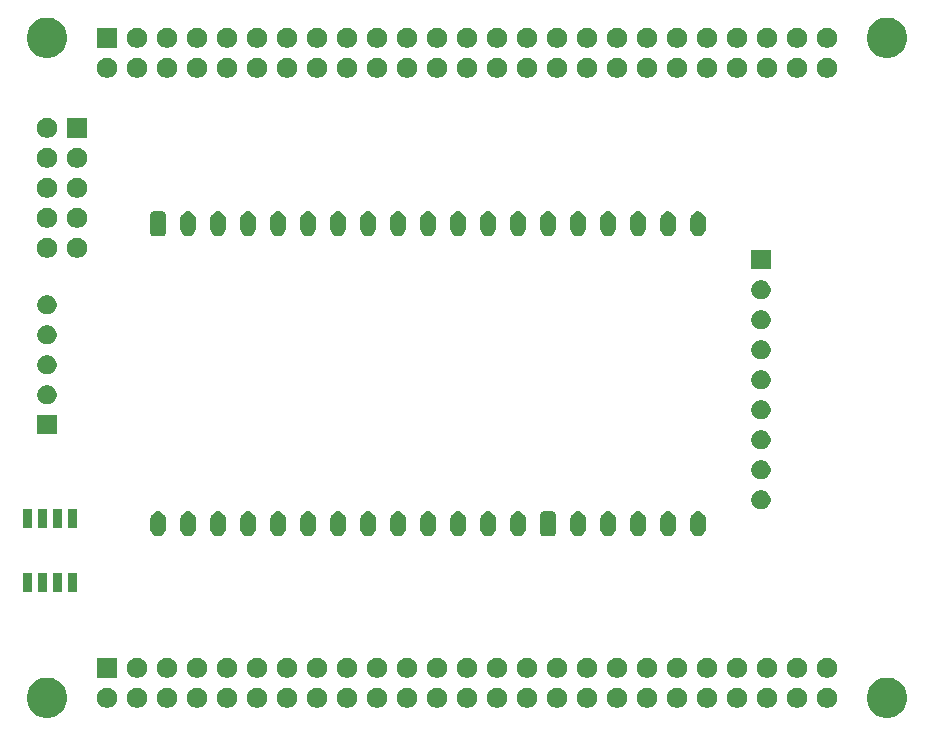
<source format=gts>
G04 #@! TF.GenerationSoftware,KiCad,Pcbnew,5.1.5+dfsg1-2build2*
G04 #@! TF.CreationDate,2021-09-29T22:56:56-05:00*
G04 #@! TF.ProjectId,PDP_Shield,5044505f-5368-4696-956c-642e6b696361,v01*
G04 #@! TF.SameCoordinates,Original*
G04 #@! TF.FileFunction,Soldermask,Top*
G04 #@! TF.FilePolarity,Negative*
%FSLAX46Y46*%
G04 Gerber Fmt 4.6, Leading zero omitted, Abs format (unit mm)*
G04 Created by KiCad (PCBNEW 5.1.5+dfsg1-2build2) date 2021-09-29 22:56:56*
%MOMM*%
%LPD*%
G04 APERTURE LIST*
%ADD10C,0.100000*%
G04 APERTURE END LIST*
D10*
G36*
X177026027Y-125110821D02*
G01*
X177335503Y-125239009D01*
X177614026Y-125425113D01*
X177850887Y-125661974D01*
X178036991Y-125940497D01*
X178165179Y-126249973D01*
X178230530Y-126578512D01*
X178230530Y-126913488D01*
X178165179Y-127242027D01*
X178036991Y-127551503D01*
X177850887Y-127830026D01*
X177614026Y-128066887D01*
X177335503Y-128252991D01*
X177026027Y-128381179D01*
X176697488Y-128446530D01*
X176362512Y-128446530D01*
X176033973Y-128381179D01*
X175724497Y-128252991D01*
X175445974Y-128066887D01*
X175209113Y-127830026D01*
X175023009Y-127551503D01*
X174894821Y-127242027D01*
X174829470Y-126913488D01*
X174829470Y-126578512D01*
X174894821Y-126249973D01*
X175023009Y-125940497D01*
X175209113Y-125661974D01*
X175445974Y-125425113D01*
X175724497Y-125239009D01*
X176033973Y-125110821D01*
X176362512Y-125045470D01*
X176697488Y-125045470D01*
X177026027Y-125110821D01*
G37*
G36*
X105906027Y-125110821D02*
G01*
X106215503Y-125239009D01*
X106494026Y-125425113D01*
X106730887Y-125661974D01*
X106916991Y-125940497D01*
X107045179Y-126249973D01*
X107110530Y-126578512D01*
X107110530Y-126913488D01*
X107045179Y-127242027D01*
X106916991Y-127551503D01*
X106730887Y-127830026D01*
X106494026Y-128066887D01*
X106215503Y-128252991D01*
X105906027Y-128381179D01*
X105577488Y-128446530D01*
X105242512Y-128446530D01*
X104913973Y-128381179D01*
X104604497Y-128252991D01*
X104325974Y-128066887D01*
X104089113Y-127830026D01*
X103903009Y-127551503D01*
X103774821Y-127242027D01*
X103709470Y-126913488D01*
X103709470Y-126578512D01*
X103774821Y-126249973D01*
X103903009Y-125940497D01*
X104089113Y-125661974D01*
X104325974Y-125425113D01*
X104604497Y-125239009D01*
X104913973Y-125110821D01*
X105242512Y-125045470D01*
X105577488Y-125045470D01*
X105906027Y-125110821D01*
G37*
G36*
X169159310Y-125924136D02*
G01*
X169314857Y-125988565D01*
X169454846Y-126082103D01*
X169573897Y-126201154D01*
X169667435Y-126341143D01*
X169731864Y-126496690D01*
X169764710Y-126661818D01*
X169764710Y-126830182D01*
X169731864Y-126995310D01*
X169667435Y-127150857D01*
X169573897Y-127290846D01*
X169454846Y-127409897D01*
X169314857Y-127503435D01*
X169159310Y-127567864D01*
X168994182Y-127600710D01*
X168825818Y-127600710D01*
X168660690Y-127567864D01*
X168505143Y-127503435D01*
X168365154Y-127409897D01*
X168246103Y-127290846D01*
X168152565Y-127150857D01*
X168088136Y-126995310D01*
X168055290Y-126830182D01*
X168055290Y-126661818D01*
X168088136Y-126496690D01*
X168152565Y-126341143D01*
X168246103Y-126201154D01*
X168365154Y-126082103D01*
X168505143Y-125988565D01*
X168660690Y-125924136D01*
X168825818Y-125891290D01*
X168994182Y-125891290D01*
X169159310Y-125924136D01*
G37*
G36*
X151379310Y-125924136D02*
G01*
X151534857Y-125988565D01*
X151674846Y-126082103D01*
X151793897Y-126201154D01*
X151887435Y-126341143D01*
X151951864Y-126496690D01*
X151984710Y-126661818D01*
X151984710Y-126830182D01*
X151951864Y-126995310D01*
X151887435Y-127150857D01*
X151793897Y-127290846D01*
X151674846Y-127409897D01*
X151534857Y-127503435D01*
X151379310Y-127567864D01*
X151214182Y-127600710D01*
X151045818Y-127600710D01*
X150880690Y-127567864D01*
X150725143Y-127503435D01*
X150585154Y-127409897D01*
X150466103Y-127290846D01*
X150372565Y-127150857D01*
X150308136Y-126995310D01*
X150275290Y-126830182D01*
X150275290Y-126661818D01*
X150308136Y-126496690D01*
X150372565Y-126341143D01*
X150466103Y-126201154D01*
X150585154Y-126082103D01*
X150725143Y-125988565D01*
X150880690Y-125924136D01*
X151045818Y-125891290D01*
X151214182Y-125891290D01*
X151379310Y-125924136D01*
G37*
G36*
X113279310Y-125924136D02*
G01*
X113434857Y-125988565D01*
X113574846Y-126082103D01*
X113693897Y-126201154D01*
X113787435Y-126341143D01*
X113851864Y-126496690D01*
X113884710Y-126661818D01*
X113884710Y-126830182D01*
X113851864Y-126995310D01*
X113787435Y-127150857D01*
X113693897Y-127290846D01*
X113574846Y-127409897D01*
X113434857Y-127503435D01*
X113279310Y-127567864D01*
X113114182Y-127600710D01*
X112945818Y-127600710D01*
X112780690Y-127567864D01*
X112625143Y-127503435D01*
X112485154Y-127409897D01*
X112366103Y-127290846D01*
X112272565Y-127150857D01*
X112208136Y-126995310D01*
X112175290Y-126830182D01*
X112175290Y-126661818D01*
X112208136Y-126496690D01*
X112272565Y-126341143D01*
X112366103Y-126201154D01*
X112485154Y-126082103D01*
X112625143Y-125988565D01*
X112780690Y-125924136D01*
X112945818Y-125891290D01*
X113114182Y-125891290D01*
X113279310Y-125924136D01*
G37*
G36*
X110739310Y-125924136D02*
G01*
X110894857Y-125988565D01*
X111034846Y-126082103D01*
X111153897Y-126201154D01*
X111247435Y-126341143D01*
X111311864Y-126496690D01*
X111344710Y-126661818D01*
X111344710Y-126830182D01*
X111311864Y-126995310D01*
X111247435Y-127150857D01*
X111153897Y-127290846D01*
X111034846Y-127409897D01*
X110894857Y-127503435D01*
X110739310Y-127567864D01*
X110574182Y-127600710D01*
X110405818Y-127600710D01*
X110240690Y-127567864D01*
X110085143Y-127503435D01*
X109945154Y-127409897D01*
X109826103Y-127290846D01*
X109732565Y-127150857D01*
X109668136Y-126995310D01*
X109635290Y-126830182D01*
X109635290Y-126661818D01*
X109668136Y-126496690D01*
X109732565Y-126341143D01*
X109826103Y-126201154D01*
X109945154Y-126082103D01*
X110085143Y-125988565D01*
X110240690Y-125924136D01*
X110405818Y-125891290D01*
X110574182Y-125891290D01*
X110739310Y-125924136D01*
G37*
G36*
X171699310Y-125924136D02*
G01*
X171854857Y-125988565D01*
X171994846Y-126082103D01*
X172113897Y-126201154D01*
X172207435Y-126341143D01*
X172271864Y-126496690D01*
X172304710Y-126661818D01*
X172304710Y-126830182D01*
X172271864Y-126995310D01*
X172207435Y-127150857D01*
X172113897Y-127290846D01*
X171994846Y-127409897D01*
X171854857Y-127503435D01*
X171699310Y-127567864D01*
X171534182Y-127600710D01*
X171365818Y-127600710D01*
X171200690Y-127567864D01*
X171045143Y-127503435D01*
X170905154Y-127409897D01*
X170786103Y-127290846D01*
X170692565Y-127150857D01*
X170628136Y-126995310D01*
X170595290Y-126830182D01*
X170595290Y-126661818D01*
X170628136Y-126496690D01*
X170692565Y-126341143D01*
X170786103Y-126201154D01*
X170905154Y-126082103D01*
X171045143Y-125988565D01*
X171200690Y-125924136D01*
X171365818Y-125891290D01*
X171534182Y-125891290D01*
X171699310Y-125924136D01*
G37*
G36*
X115819310Y-125924136D02*
G01*
X115974857Y-125988565D01*
X116114846Y-126082103D01*
X116233897Y-126201154D01*
X116327435Y-126341143D01*
X116391864Y-126496690D01*
X116424710Y-126661818D01*
X116424710Y-126830182D01*
X116391864Y-126995310D01*
X116327435Y-127150857D01*
X116233897Y-127290846D01*
X116114846Y-127409897D01*
X115974857Y-127503435D01*
X115819310Y-127567864D01*
X115654182Y-127600710D01*
X115485818Y-127600710D01*
X115320690Y-127567864D01*
X115165143Y-127503435D01*
X115025154Y-127409897D01*
X114906103Y-127290846D01*
X114812565Y-127150857D01*
X114748136Y-126995310D01*
X114715290Y-126830182D01*
X114715290Y-126661818D01*
X114748136Y-126496690D01*
X114812565Y-126341143D01*
X114906103Y-126201154D01*
X115025154Y-126082103D01*
X115165143Y-125988565D01*
X115320690Y-125924136D01*
X115485818Y-125891290D01*
X115654182Y-125891290D01*
X115819310Y-125924136D01*
G37*
G36*
X164079310Y-125924136D02*
G01*
X164234857Y-125988565D01*
X164374846Y-126082103D01*
X164493897Y-126201154D01*
X164587435Y-126341143D01*
X164651864Y-126496690D01*
X164684710Y-126661818D01*
X164684710Y-126830182D01*
X164651864Y-126995310D01*
X164587435Y-127150857D01*
X164493897Y-127290846D01*
X164374846Y-127409897D01*
X164234857Y-127503435D01*
X164079310Y-127567864D01*
X163914182Y-127600710D01*
X163745818Y-127600710D01*
X163580690Y-127567864D01*
X163425143Y-127503435D01*
X163285154Y-127409897D01*
X163166103Y-127290846D01*
X163072565Y-127150857D01*
X163008136Y-126995310D01*
X162975290Y-126830182D01*
X162975290Y-126661818D01*
X163008136Y-126496690D01*
X163072565Y-126341143D01*
X163166103Y-126201154D01*
X163285154Y-126082103D01*
X163425143Y-125988565D01*
X163580690Y-125924136D01*
X163745818Y-125891290D01*
X163914182Y-125891290D01*
X164079310Y-125924136D01*
G37*
G36*
X161539310Y-125924136D02*
G01*
X161694857Y-125988565D01*
X161834846Y-126082103D01*
X161953897Y-126201154D01*
X162047435Y-126341143D01*
X162111864Y-126496690D01*
X162144710Y-126661818D01*
X162144710Y-126830182D01*
X162111864Y-126995310D01*
X162047435Y-127150857D01*
X161953897Y-127290846D01*
X161834846Y-127409897D01*
X161694857Y-127503435D01*
X161539310Y-127567864D01*
X161374182Y-127600710D01*
X161205818Y-127600710D01*
X161040690Y-127567864D01*
X160885143Y-127503435D01*
X160745154Y-127409897D01*
X160626103Y-127290846D01*
X160532565Y-127150857D01*
X160468136Y-126995310D01*
X160435290Y-126830182D01*
X160435290Y-126661818D01*
X160468136Y-126496690D01*
X160532565Y-126341143D01*
X160626103Y-126201154D01*
X160745154Y-126082103D01*
X160885143Y-125988565D01*
X161040690Y-125924136D01*
X161205818Y-125891290D01*
X161374182Y-125891290D01*
X161539310Y-125924136D01*
G37*
G36*
X158999310Y-125924136D02*
G01*
X159154857Y-125988565D01*
X159294846Y-126082103D01*
X159413897Y-126201154D01*
X159507435Y-126341143D01*
X159571864Y-126496690D01*
X159604710Y-126661818D01*
X159604710Y-126830182D01*
X159571864Y-126995310D01*
X159507435Y-127150857D01*
X159413897Y-127290846D01*
X159294846Y-127409897D01*
X159154857Y-127503435D01*
X158999310Y-127567864D01*
X158834182Y-127600710D01*
X158665818Y-127600710D01*
X158500690Y-127567864D01*
X158345143Y-127503435D01*
X158205154Y-127409897D01*
X158086103Y-127290846D01*
X157992565Y-127150857D01*
X157928136Y-126995310D01*
X157895290Y-126830182D01*
X157895290Y-126661818D01*
X157928136Y-126496690D01*
X157992565Y-126341143D01*
X158086103Y-126201154D01*
X158205154Y-126082103D01*
X158345143Y-125988565D01*
X158500690Y-125924136D01*
X158665818Y-125891290D01*
X158834182Y-125891290D01*
X158999310Y-125924136D01*
G37*
G36*
X156459310Y-125924136D02*
G01*
X156614857Y-125988565D01*
X156754846Y-126082103D01*
X156873897Y-126201154D01*
X156967435Y-126341143D01*
X157031864Y-126496690D01*
X157064710Y-126661818D01*
X157064710Y-126830182D01*
X157031864Y-126995310D01*
X156967435Y-127150857D01*
X156873897Y-127290846D01*
X156754846Y-127409897D01*
X156614857Y-127503435D01*
X156459310Y-127567864D01*
X156294182Y-127600710D01*
X156125818Y-127600710D01*
X155960690Y-127567864D01*
X155805143Y-127503435D01*
X155665154Y-127409897D01*
X155546103Y-127290846D01*
X155452565Y-127150857D01*
X155388136Y-126995310D01*
X155355290Y-126830182D01*
X155355290Y-126661818D01*
X155388136Y-126496690D01*
X155452565Y-126341143D01*
X155546103Y-126201154D01*
X155665154Y-126082103D01*
X155805143Y-125988565D01*
X155960690Y-125924136D01*
X156125818Y-125891290D01*
X156294182Y-125891290D01*
X156459310Y-125924136D01*
G37*
G36*
X153919310Y-125924136D02*
G01*
X154074857Y-125988565D01*
X154214846Y-126082103D01*
X154333897Y-126201154D01*
X154427435Y-126341143D01*
X154491864Y-126496690D01*
X154524710Y-126661818D01*
X154524710Y-126830182D01*
X154491864Y-126995310D01*
X154427435Y-127150857D01*
X154333897Y-127290846D01*
X154214846Y-127409897D01*
X154074857Y-127503435D01*
X153919310Y-127567864D01*
X153754182Y-127600710D01*
X153585818Y-127600710D01*
X153420690Y-127567864D01*
X153265143Y-127503435D01*
X153125154Y-127409897D01*
X153006103Y-127290846D01*
X152912565Y-127150857D01*
X152848136Y-126995310D01*
X152815290Y-126830182D01*
X152815290Y-126661818D01*
X152848136Y-126496690D01*
X152912565Y-126341143D01*
X153006103Y-126201154D01*
X153125154Y-126082103D01*
X153265143Y-125988565D01*
X153420690Y-125924136D01*
X153585818Y-125891290D01*
X153754182Y-125891290D01*
X153919310Y-125924136D01*
G37*
G36*
X166619310Y-125924136D02*
G01*
X166774857Y-125988565D01*
X166914846Y-126082103D01*
X167033897Y-126201154D01*
X167127435Y-126341143D01*
X167191864Y-126496690D01*
X167224710Y-126661818D01*
X167224710Y-126830182D01*
X167191864Y-126995310D01*
X167127435Y-127150857D01*
X167033897Y-127290846D01*
X166914846Y-127409897D01*
X166774857Y-127503435D01*
X166619310Y-127567864D01*
X166454182Y-127600710D01*
X166285818Y-127600710D01*
X166120690Y-127567864D01*
X165965143Y-127503435D01*
X165825154Y-127409897D01*
X165706103Y-127290846D01*
X165612565Y-127150857D01*
X165548136Y-126995310D01*
X165515290Y-126830182D01*
X165515290Y-126661818D01*
X165548136Y-126496690D01*
X165612565Y-126341143D01*
X165706103Y-126201154D01*
X165825154Y-126082103D01*
X165965143Y-125988565D01*
X166120690Y-125924136D01*
X166285818Y-125891290D01*
X166454182Y-125891290D01*
X166619310Y-125924136D01*
G37*
G36*
X148839310Y-125924136D02*
G01*
X148994857Y-125988565D01*
X149134846Y-126082103D01*
X149253897Y-126201154D01*
X149347435Y-126341143D01*
X149411864Y-126496690D01*
X149444710Y-126661818D01*
X149444710Y-126830182D01*
X149411864Y-126995310D01*
X149347435Y-127150857D01*
X149253897Y-127290846D01*
X149134846Y-127409897D01*
X148994857Y-127503435D01*
X148839310Y-127567864D01*
X148674182Y-127600710D01*
X148505818Y-127600710D01*
X148340690Y-127567864D01*
X148185143Y-127503435D01*
X148045154Y-127409897D01*
X147926103Y-127290846D01*
X147832565Y-127150857D01*
X147768136Y-126995310D01*
X147735290Y-126830182D01*
X147735290Y-126661818D01*
X147768136Y-126496690D01*
X147832565Y-126341143D01*
X147926103Y-126201154D01*
X148045154Y-126082103D01*
X148185143Y-125988565D01*
X148340690Y-125924136D01*
X148505818Y-125891290D01*
X148674182Y-125891290D01*
X148839310Y-125924136D01*
G37*
G36*
X143759310Y-125924136D02*
G01*
X143914857Y-125988565D01*
X144054846Y-126082103D01*
X144173897Y-126201154D01*
X144267435Y-126341143D01*
X144331864Y-126496690D01*
X144364710Y-126661818D01*
X144364710Y-126830182D01*
X144331864Y-126995310D01*
X144267435Y-127150857D01*
X144173897Y-127290846D01*
X144054846Y-127409897D01*
X143914857Y-127503435D01*
X143759310Y-127567864D01*
X143594182Y-127600710D01*
X143425818Y-127600710D01*
X143260690Y-127567864D01*
X143105143Y-127503435D01*
X142965154Y-127409897D01*
X142846103Y-127290846D01*
X142752565Y-127150857D01*
X142688136Y-126995310D01*
X142655290Y-126830182D01*
X142655290Y-126661818D01*
X142688136Y-126496690D01*
X142752565Y-126341143D01*
X142846103Y-126201154D01*
X142965154Y-126082103D01*
X143105143Y-125988565D01*
X143260690Y-125924136D01*
X143425818Y-125891290D01*
X143594182Y-125891290D01*
X143759310Y-125924136D01*
G37*
G36*
X146299310Y-125924136D02*
G01*
X146454857Y-125988565D01*
X146594846Y-126082103D01*
X146713897Y-126201154D01*
X146807435Y-126341143D01*
X146871864Y-126496690D01*
X146904710Y-126661818D01*
X146904710Y-126830182D01*
X146871864Y-126995310D01*
X146807435Y-127150857D01*
X146713897Y-127290846D01*
X146594846Y-127409897D01*
X146454857Y-127503435D01*
X146299310Y-127567864D01*
X146134182Y-127600710D01*
X145965818Y-127600710D01*
X145800690Y-127567864D01*
X145645143Y-127503435D01*
X145505154Y-127409897D01*
X145386103Y-127290846D01*
X145292565Y-127150857D01*
X145228136Y-126995310D01*
X145195290Y-126830182D01*
X145195290Y-126661818D01*
X145228136Y-126496690D01*
X145292565Y-126341143D01*
X145386103Y-126201154D01*
X145505154Y-126082103D01*
X145645143Y-125988565D01*
X145800690Y-125924136D01*
X145965818Y-125891290D01*
X146134182Y-125891290D01*
X146299310Y-125924136D01*
G37*
G36*
X118359310Y-125924136D02*
G01*
X118514857Y-125988565D01*
X118654846Y-126082103D01*
X118773897Y-126201154D01*
X118867435Y-126341143D01*
X118931864Y-126496690D01*
X118964710Y-126661818D01*
X118964710Y-126830182D01*
X118931864Y-126995310D01*
X118867435Y-127150857D01*
X118773897Y-127290846D01*
X118654846Y-127409897D01*
X118514857Y-127503435D01*
X118359310Y-127567864D01*
X118194182Y-127600710D01*
X118025818Y-127600710D01*
X117860690Y-127567864D01*
X117705143Y-127503435D01*
X117565154Y-127409897D01*
X117446103Y-127290846D01*
X117352565Y-127150857D01*
X117288136Y-126995310D01*
X117255290Y-126830182D01*
X117255290Y-126661818D01*
X117288136Y-126496690D01*
X117352565Y-126341143D01*
X117446103Y-126201154D01*
X117565154Y-126082103D01*
X117705143Y-125988565D01*
X117860690Y-125924136D01*
X118025818Y-125891290D01*
X118194182Y-125891290D01*
X118359310Y-125924136D01*
G37*
G36*
X120899310Y-125924136D02*
G01*
X121054857Y-125988565D01*
X121194846Y-126082103D01*
X121313897Y-126201154D01*
X121407435Y-126341143D01*
X121471864Y-126496690D01*
X121504710Y-126661818D01*
X121504710Y-126830182D01*
X121471864Y-126995310D01*
X121407435Y-127150857D01*
X121313897Y-127290846D01*
X121194846Y-127409897D01*
X121054857Y-127503435D01*
X120899310Y-127567864D01*
X120734182Y-127600710D01*
X120565818Y-127600710D01*
X120400690Y-127567864D01*
X120245143Y-127503435D01*
X120105154Y-127409897D01*
X119986103Y-127290846D01*
X119892565Y-127150857D01*
X119828136Y-126995310D01*
X119795290Y-126830182D01*
X119795290Y-126661818D01*
X119828136Y-126496690D01*
X119892565Y-126341143D01*
X119986103Y-126201154D01*
X120105154Y-126082103D01*
X120245143Y-125988565D01*
X120400690Y-125924136D01*
X120565818Y-125891290D01*
X120734182Y-125891290D01*
X120899310Y-125924136D01*
G37*
G36*
X123439310Y-125924136D02*
G01*
X123594857Y-125988565D01*
X123734846Y-126082103D01*
X123853897Y-126201154D01*
X123947435Y-126341143D01*
X124011864Y-126496690D01*
X124044710Y-126661818D01*
X124044710Y-126830182D01*
X124011864Y-126995310D01*
X123947435Y-127150857D01*
X123853897Y-127290846D01*
X123734846Y-127409897D01*
X123594857Y-127503435D01*
X123439310Y-127567864D01*
X123274182Y-127600710D01*
X123105818Y-127600710D01*
X122940690Y-127567864D01*
X122785143Y-127503435D01*
X122645154Y-127409897D01*
X122526103Y-127290846D01*
X122432565Y-127150857D01*
X122368136Y-126995310D01*
X122335290Y-126830182D01*
X122335290Y-126661818D01*
X122368136Y-126496690D01*
X122432565Y-126341143D01*
X122526103Y-126201154D01*
X122645154Y-126082103D01*
X122785143Y-125988565D01*
X122940690Y-125924136D01*
X123105818Y-125891290D01*
X123274182Y-125891290D01*
X123439310Y-125924136D01*
G37*
G36*
X125979310Y-125924136D02*
G01*
X126134857Y-125988565D01*
X126274846Y-126082103D01*
X126393897Y-126201154D01*
X126487435Y-126341143D01*
X126551864Y-126496690D01*
X126584710Y-126661818D01*
X126584710Y-126830182D01*
X126551864Y-126995310D01*
X126487435Y-127150857D01*
X126393897Y-127290846D01*
X126274846Y-127409897D01*
X126134857Y-127503435D01*
X125979310Y-127567864D01*
X125814182Y-127600710D01*
X125645818Y-127600710D01*
X125480690Y-127567864D01*
X125325143Y-127503435D01*
X125185154Y-127409897D01*
X125066103Y-127290846D01*
X124972565Y-127150857D01*
X124908136Y-126995310D01*
X124875290Y-126830182D01*
X124875290Y-126661818D01*
X124908136Y-126496690D01*
X124972565Y-126341143D01*
X125066103Y-126201154D01*
X125185154Y-126082103D01*
X125325143Y-125988565D01*
X125480690Y-125924136D01*
X125645818Y-125891290D01*
X125814182Y-125891290D01*
X125979310Y-125924136D01*
G37*
G36*
X128519310Y-125924136D02*
G01*
X128674857Y-125988565D01*
X128814846Y-126082103D01*
X128933897Y-126201154D01*
X129027435Y-126341143D01*
X129091864Y-126496690D01*
X129124710Y-126661818D01*
X129124710Y-126830182D01*
X129091864Y-126995310D01*
X129027435Y-127150857D01*
X128933897Y-127290846D01*
X128814846Y-127409897D01*
X128674857Y-127503435D01*
X128519310Y-127567864D01*
X128354182Y-127600710D01*
X128185818Y-127600710D01*
X128020690Y-127567864D01*
X127865143Y-127503435D01*
X127725154Y-127409897D01*
X127606103Y-127290846D01*
X127512565Y-127150857D01*
X127448136Y-126995310D01*
X127415290Y-126830182D01*
X127415290Y-126661818D01*
X127448136Y-126496690D01*
X127512565Y-126341143D01*
X127606103Y-126201154D01*
X127725154Y-126082103D01*
X127865143Y-125988565D01*
X128020690Y-125924136D01*
X128185818Y-125891290D01*
X128354182Y-125891290D01*
X128519310Y-125924136D01*
G37*
G36*
X131059310Y-125924136D02*
G01*
X131214857Y-125988565D01*
X131354846Y-126082103D01*
X131473897Y-126201154D01*
X131567435Y-126341143D01*
X131631864Y-126496690D01*
X131664710Y-126661818D01*
X131664710Y-126830182D01*
X131631864Y-126995310D01*
X131567435Y-127150857D01*
X131473897Y-127290846D01*
X131354846Y-127409897D01*
X131214857Y-127503435D01*
X131059310Y-127567864D01*
X130894182Y-127600710D01*
X130725818Y-127600710D01*
X130560690Y-127567864D01*
X130405143Y-127503435D01*
X130265154Y-127409897D01*
X130146103Y-127290846D01*
X130052565Y-127150857D01*
X129988136Y-126995310D01*
X129955290Y-126830182D01*
X129955290Y-126661818D01*
X129988136Y-126496690D01*
X130052565Y-126341143D01*
X130146103Y-126201154D01*
X130265154Y-126082103D01*
X130405143Y-125988565D01*
X130560690Y-125924136D01*
X130725818Y-125891290D01*
X130894182Y-125891290D01*
X131059310Y-125924136D01*
G37*
G36*
X133599310Y-125924136D02*
G01*
X133754857Y-125988565D01*
X133894846Y-126082103D01*
X134013897Y-126201154D01*
X134107435Y-126341143D01*
X134171864Y-126496690D01*
X134204710Y-126661818D01*
X134204710Y-126830182D01*
X134171864Y-126995310D01*
X134107435Y-127150857D01*
X134013897Y-127290846D01*
X133894846Y-127409897D01*
X133754857Y-127503435D01*
X133599310Y-127567864D01*
X133434182Y-127600710D01*
X133265818Y-127600710D01*
X133100690Y-127567864D01*
X132945143Y-127503435D01*
X132805154Y-127409897D01*
X132686103Y-127290846D01*
X132592565Y-127150857D01*
X132528136Y-126995310D01*
X132495290Y-126830182D01*
X132495290Y-126661818D01*
X132528136Y-126496690D01*
X132592565Y-126341143D01*
X132686103Y-126201154D01*
X132805154Y-126082103D01*
X132945143Y-125988565D01*
X133100690Y-125924136D01*
X133265818Y-125891290D01*
X133434182Y-125891290D01*
X133599310Y-125924136D01*
G37*
G36*
X136139310Y-125924136D02*
G01*
X136294857Y-125988565D01*
X136434846Y-126082103D01*
X136553897Y-126201154D01*
X136647435Y-126341143D01*
X136711864Y-126496690D01*
X136744710Y-126661818D01*
X136744710Y-126830182D01*
X136711864Y-126995310D01*
X136647435Y-127150857D01*
X136553897Y-127290846D01*
X136434846Y-127409897D01*
X136294857Y-127503435D01*
X136139310Y-127567864D01*
X135974182Y-127600710D01*
X135805818Y-127600710D01*
X135640690Y-127567864D01*
X135485143Y-127503435D01*
X135345154Y-127409897D01*
X135226103Y-127290846D01*
X135132565Y-127150857D01*
X135068136Y-126995310D01*
X135035290Y-126830182D01*
X135035290Y-126661818D01*
X135068136Y-126496690D01*
X135132565Y-126341143D01*
X135226103Y-126201154D01*
X135345154Y-126082103D01*
X135485143Y-125988565D01*
X135640690Y-125924136D01*
X135805818Y-125891290D01*
X135974182Y-125891290D01*
X136139310Y-125924136D01*
G37*
G36*
X138679310Y-125924136D02*
G01*
X138834857Y-125988565D01*
X138974846Y-126082103D01*
X139093897Y-126201154D01*
X139187435Y-126341143D01*
X139251864Y-126496690D01*
X139284710Y-126661818D01*
X139284710Y-126830182D01*
X139251864Y-126995310D01*
X139187435Y-127150857D01*
X139093897Y-127290846D01*
X138974846Y-127409897D01*
X138834857Y-127503435D01*
X138679310Y-127567864D01*
X138514182Y-127600710D01*
X138345818Y-127600710D01*
X138180690Y-127567864D01*
X138025143Y-127503435D01*
X137885154Y-127409897D01*
X137766103Y-127290846D01*
X137672565Y-127150857D01*
X137608136Y-126995310D01*
X137575290Y-126830182D01*
X137575290Y-126661818D01*
X137608136Y-126496690D01*
X137672565Y-126341143D01*
X137766103Y-126201154D01*
X137885154Y-126082103D01*
X138025143Y-125988565D01*
X138180690Y-125924136D01*
X138345818Y-125891290D01*
X138514182Y-125891290D01*
X138679310Y-125924136D01*
G37*
G36*
X141219310Y-125924136D02*
G01*
X141374857Y-125988565D01*
X141514846Y-126082103D01*
X141633897Y-126201154D01*
X141727435Y-126341143D01*
X141791864Y-126496690D01*
X141824710Y-126661818D01*
X141824710Y-126830182D01*
X141791864Y-126995310D01*
X141727435Y-127150857D01*
X141633897Y-127290846D01*
X141514846Y-127409897D01*
X141374857Y-127503435D01*
X141219310Y-127567864D01*
X141054182Y-127600710D01*
X140885818Y-127600710D01*
X140720690Y-127567864D01*
X140565143Y-127503435D01*
X140425154Y-127409897D01*
X140306103Y-127290846D01*
X140212565Y-127150857D01*
X140148136Y-126995310D01*
X140115290Y-126830182D01*
X140115290Y-126661818D01*
X140148136Y-126496690D01*
X140212565Y-126341143D01*
X140306103Y-126201154D01*
X140425154Y-126082103D01*
X140565143Y-125988565D01*
X140720690Y-125924136D01*
X140885818Y-125891290D01*
X141054182Y-125891290D01*
X141219310Y-125924136D01*
G37*
G36*
X111344710Y-125060710D02*
G01*
X109635290Y-125060710D01*
X109635290Y-123351290D01*
X111344710Y-123351290D01*
X111344710Y-125060710D01*
G37*
G36*
X158999310Y-123384136D02*
G01*
X159154857Y-123448565D01*
X159294846Y-123542103D01*
X159413897Y-123661154D01*
X159507435Y-123801143D01*
X159571864Y-123956690D01*
X159604710Y-124121818D01*
X159604710Y-124290182D01*
X159571864Y-124455310D01*
X159507435Y-124610857D01*
X159413897Y-124750846D01*
X159294846Y-124869897D01*
X159154857Y-124963435D01*
X158999310Y-125027864D01*
X158834182Y-125060710D01*
X158665818Y-125060710D01*
X158500690Y-125027864D01*
X158345143Y-124963435D01*
X158205154Y-124869897D01*
X158086103Y-124750846D01*
X157992565Y-124610857D01*
X157928136Y-124455310D01*
X157895290Y-124290182D01*
X157895290Y-124121818D01*
X157928136Y-123956690D01*
X157992565Y-123801143D01*
X158086103Y-123661154D01*
X158205154Y-123542103D01*
X158345143Y-123448565D01*
X158500690Y-123384136D01*
X158665818Y-123351290D01*
X158834182Y-123351290D01*
X158999310Y-123384136D01*
G37*
G36*
X164079310Y-123384136D02*
G01*
X164234857Y-123448565D01*
X164374846Y-123542103D01*
X164493897Y-123661154D01*
X164587435Y-123801143D01*
X164651864Y-123956690D01*
X164684710Y-124121818D01*
X164684710Y-124290182D01*
X164651864Y-124455310D01*
X164587435Y-124610857D01*
X164493897Y-124750846D01*
X164374846Y-124869897D01*
X164234857Y-124963435D01*
X164079310Y-125027864D01*
X163914182Y-125060710D01*
X163745818Y-125060710D01*
X163580690Y-125027864D01*
X163425143Y-124963435D01*
X163285154Y-124869897D01*
X163166103Y-124750846D01*
X163072565Y-124610857D01*
X163008136Y-124455310D01*
X162975290Y-124290182D01*
X162975290Y-124121818D01*
X163008136Y-123956690D01*
X163072565Y-123801143D01*
X163166103Y-123661154D01*
X163285154Y-123542103D01*
X163425143Y-123448565D01*
X163580690Y-123384136D01*
X163745818Y-123351290D01*
X163914182Y-123351290D01*
X164079310Y-123384136D01*
G37*
G36*
X161539310Y-123384136D02*
G01*
X161694857Y-123448565D01*
X161834846Y-123542103D01*
X161953897Y-123661154D01*
X162047435Y-123801143D01*
X162111864Y-123956690D01*
X162144710Y-124121818D01*
X162144710Y-124290182D01*
X162111864Y-124455310D01*
X162047435Y-124610857D01*
X161953897Y-124750846D01*
X161834846Y-124869897D01*
X161694857Y-124963435D01*
X161539310Y-125027864D01*
X161374182Y-125060710D01*
X161205818Y-125060710D01*
X161040690Y-125027864D01*
X160885143Y-124963435D01*
X160745154Y-124869897D01*
X160626103Y-124750846D01*
X160532565Y-124610857D01*
X160468136Y-124455310D01*
X160435290Y-124290182D01*
X160435290Y-124121818D01*
X160468136Y-123956690D01*
X160532565Y-123801143D01*
X160626103Y-123661154D01*
X160745154Y-123542103D01*
X160885143Y-123448565D01*
X161040690Y-123384136D01*
X161205818Y-123351290D01*
X161374182Y-123351290D01*
X161539310Y-123384136D01*
G37*
G36*
X136139310Y-123384136D02*
G01*
X136294857Y-123448565D01*
X136434846Y-123542103D01*
X136553897Y-123661154D01*
X136647435Y-123801143D01*
X136711864Y-123956690D01*
X136744710Y-124121818D01*
X136744710Y-124290182D01*
X136711864Y-124455310D01*
X136647435Y-124610857D01*
X136553897Y-124750846D01*
X136434846Y-124869897D01*
X136294857Y-124963435D01*
X136139310Y-125027864D01*
X135974182Y-125060710D01*
X135805818Y-125060710D01*
X135640690Y-125027864D01*
X135485143Y-124963435D01*
X135345154Y-124869897D01*
X135226103Y-124750846D01*
X135132565Y-124610857D01*
X135068136Y-124455310D01*
X135035290Y-124290182D01*
X135035290Y-124121818D01*
X135068136Y-123956690D01*
X135132565Y-123801143D01*
X135226103Y-123661154D01*
X135345154Y-123542103D01*
X135485143Y-123448565D01*
X135640690Y-123384136D01*
X135805818Y-123351290D01*
X135974182Y-123351290D01*
X136139310Y-123384136D01*
G37*
G36*
X118359310Y-123384136D02*
G01*
X118514857Y-123448565D01*
X118654846Y-123542103D01*
X118773897Y-123661154D01*
X118867435Y-123801143D01*
X118931864Y-123956690D01*
X118964710Y-124121818D01*
X118964710Y-124290182D01*
X118931864Y-124455310D01*
X118867435Y-124610857D01*
X118773897Y-124750846D01*
X118654846Y-124869897D01*
X118514857Y-124963435D01*
X118359310Y-125027864D01*
X118194182Y-125060710D01*
X118025818Y-125060710D01*
X117860690Y-125027864D01*
X117705143Y-124963435D01*
X117565154Y-124869897D01*
X117446103Y-124750846D01*
X117352565Y-124610857D01*
X117288136Y-124455310D01*
X117255290Y-124290182D01*
X117255290Y-124121818D01*
X117288136Y-123956690D01*
X117352565Y-123801143D01*
X117446103Y-123661154D01*
X117565154Y-123542103D01*
X117705143Y-123448565D01*
X117860690Y-123384136D01*
X118025818Y-123351290D01*
X118194182Y-123351290D01*
X118359310Y-123384136D01*
G37*
G36*
X120899310Y-123384136D02*
G01*
X121054857Y-123448565D01*
X121194846Y-123542103D01*
X121313897Y-123661154D01*
X121407435Y-123801143D01*
X121471864Y-123956690D01*
X121504710Y-124121818D01*
X121504710Y-124290182D01*
X121471864Y-124455310D01*
X121407435Y-124610857D01*
X121313897Y-124750846D01*
X121194846Y-124869897D01*
X121054857Y-124963435D01*
X120899310Y-125027864D01*
X120734182Y-125060710D01*
X120565818Y-125060710D01*
X120400690Y-125027864D01*
X120245143Y-124963435D01*
X120105154Y-124869897D01*
X119986103Y-124750846D01*
X119892565Y-124610857D01*
X119828136Y-124455310D01*
X119795290Y-124290182D01*
X119795290Y-124121818D01*
X119828136Y-123956690D01*
X119892565Y-123801143D01*
X119986103Y-123661154D01*
X120105154Y-123542103D01*
X120245143Y-123448565D01*
X120400690Y-123384136D01*
X120565818Y-123351290D01*
X120734182Y-123351290D01*
X120899310Y-123384136D01*
G37*
G36*
X123439310Y-123384136D02*
G01*
X123594857Y-123448565D01*
X123734846Y-123542103D01*
X123853897Y-123661154D01*
X123947435Y-123801143D01*
X124011864Y-123956690D01*
X124044710Y-124121818D01*
X124044710Y-124290182D01*
X124011864Y-124455310D01*
X123947435Y-124610857D01*
X123853897Y-124750846D01*
X123734846Y-124869897D01*
X123594857Y-124963435D01*
X123439310Y-125027864D01*
X123274182Y-125060710D01*
X123105818Y-125060710D01*
X122940690Y-125027864D01*
X122785143Y-124963435D01*
X122645154Y-124869897D01*
X122526103Y-124750846D01*
X122432565Y-124610857D01*
X122368136Y-124455310D01*
X122335290Y-124290182D01*
X122335290Y-124121818D01*
X122368136Y-123956690D01*
X122432565Y-123801143D01*
X122526103Y-123661154D01*
X122645154Y-123542103D01*
X122785143Y-123448565D01*
X122940690Y-123384136D01*
X123105818Y-123351290D01*
X123274182Y-123351290D01*
X123439310Y-123384136D01*
G37*
G36*
X125979310Y-123384136D02*
G01*
X126134857Y-123448565D01*
X126274846Y-123542103D01*
X126393897Y-123661154D01*
X126487435Y-123801143D01*
X126551864Y-123956690D01*
X126584710Y-124121818D01*
X126584710Y-124290182D01*
X126551864Y-124455310D01*
X126487435Y-124610857D01*
X126393897Y-124750846D01*
X126274846Y-124869897D01*
X126134857Y-124963435D01*
X125979310Y-125027864D01*
X125814182Y-125060710D01*
X125645818Y-125060710D01*
X125480690Y-125027864D01*
X125325143Y-124963435D01*
X125185154Y-124869897D01*
X125066103Y-124750846D01*
X124972565Y-124610857D01*
X124908136Y-124455310D01*
X124875290Y-124290182D01*
X124875290Y-124121818D01*
X124908136Y-123956690D01*
X124972565Y-123801143D01*
X125066103Y-123661154D01*
X125185154Y-123542103D01*
X125325143Y-123448565D01*
X125480690Y-123384136D01*
X125645818Y-123351290D01*
X125814182Y-123351290D01*
X125979310Y-123384136D01*
G37*
G36*
X128519310Y-123384136D02*
G01*
X128674857Y-123448565D01*
X128814846Y-123542103D01*
X128933897Y-123661154D01*
X129027435Y-123801143D01*
X129091864Y-123956690D01*
X129124710Y-124121818D01*
X129124710Y-124290182D01*
X129091864Y-124455310D01*
X129027435Y-124610857D01*
X128933897Y-124750846D01*
X128814846Y-124869897D01*
X128674857Y-124963435D01*
X128519310Y-125027864D01*
X128354182Y-125060710D01*
X128185818Y-125060710D01*
X128020690Y-125027864D01*
X127865143Y-124963435D01*
X127725154Y-124869897D01*
X127606103Y-124750846D01*
X127512565Y-124610857D01*
X127448136Y-124455310D01*
X127415290Y-124290182D01*
X127415290Y-124121818D01*
X127448136Y-123956690D01*
X127512565Y-123801143D01*
X127606103Y-123661154D01*
X127725154Y-123542103D01*
X127865143Y-123448565D01*
X128020690Y-123384136D01*
X128185818Y-123351290D01*
X128354182Y-123351290D01*
X128519310Y-123384136D01*
G37*
G36*
X131059310Y-123384136D02*
G01*
X131214857Y-123448565D01*
X131354846Y-123542103D01*
X131473897Y-123661154D01*
X131567435Y-123801143D01*
X131631864Y-123956690D01*
X131664710Y-124121818D01*
X131664710Y-124290182D01*
X131631864Y-124455310D01*
X131567435Y-124610857D01*
X131473897Y-124750846D01*
X131354846Y-124869897D01*
X131214857Y-124963435D01*
X131059310Y-125027864D01*
X130894182Y-125060710D01*
X130725818Y-125060710D01*
X130560690Y-125027864D01*
X130405143Y-124963435D01*
X130265154Y-124869897D01*
X130146103Y-124750846D01*
X130052565Y-124610857D01*
X129988136Y-124455310D01*
X129955290Y-124290182D01*
X129955290Y-124121818D01*
X129988136Y-123956690D01*
X130052565Y-123801143D01*
X130146103Y-123661154D01*
X130265154Y-123542103D01*
X130405143Y-123448565D01*
X130560690Y-123384136D01*
X130725818Y-123351290D01*
X130894182Y-123351290D01*
X131059310Y-123384136D01*
G37*
G36*
X133599310Y-123384136D02*
G01*
X133754857Y-123448565D01*
X133894846Y-123542103D01*
X134013897Y-123661154D01*
X134107435Y-123801143D01*
X134171864Y-123956690D01*
X134204710Y-124121818D01*
X134204710Y-124290182D01*
X134171864Y-124455310D01*
X134107435Y-124610857D01*
X134013897Y-124750846D01*
X133894846Y-124869897D01*
X133754857Y-124963435D01*
X133599310Y-125027864D01*
X133434182Y-125060710D01*
X133265818Y-125060710D01*
X133100690Y-125027864D01*
X132945143Y-124963435D01*
X132805154Y-124869897D01*
X132686103Y-124750846D01*
X132592565Y-124610857D01*
X132528136Y-124455310D01*
X132495290Y-124290182D01*
X132495290Y-124121818D01*
X132528136Y-123956690D01*
X132592565Y-123801143D01*
X132686103Y-123661154D01*
X132805154Y-123542103D01*
X132945143Y-123448565D01*
X133100690Y-123384136D01*
X133265818Y-123351290D01*
X133434182Y-123351290D01*
X133599310Y-123384136D01*
G37*
G36*
X113279310Y-123384136D02*
G01*
X113434857Y-123448565D01*
X113574846Y-123542103D01*
X113693897Y-123661154D01*
X113787435Y-123801143D01*
X113851864Y-123956690D01*
X113884710Y-124121818D01*
X113884710Y-124290182D01*
X113851864Y-124455310D01*
X113787435Y-124610857D01*
X113693897Y-124750846D01*
X113574846Y-124869897D01*
X113434857Y-124963435D01*
X113279310Y-125027864D01*
X113114182Y-125060710D01*
X112945818Y-125060710D01*
X112780690Y-125027864D01*
X112625143Y-124963435D01*
X112485154Y-124869897D01*
X112366103Y-124750846D01*
X112272565Y-124610857D01*
X112208136Y-124455310D01*
X112175290Y-124290182D01*
X112175290Y-124121818D01*
X112208136Y-123956690D01*
X112272565Y-123801143D01*
X112366103Y-123661154D01*
X112485154Y-123542103D01*
X112625143Y-123448565D01*
X112780690Y-123384136D01*
X112945818Y-123351290D01*
X113114182Y-123351290D01*
X113279310Y-123384136D01*
G37*
G36*
X151379310Y-123384136D02*
G01*
X151534857Y-123448565D01*
X151674846Y-123542103D01*
X151793897Y-123661154D01*
X151887435Y-123801143D01*
X151951864Y-123956690D01*
X151984710Y-124121818D01*
X151984710Y-124290182D01*
X151951864Y-124455310D01*
X151887435Y-124610857D01*
X151793897Y-124750846D01*
X151674846Y-124869897D01*
X151534857Y-124963435D01*
X151379310Y-125027864D01*
X151214182Y-125060710D01*
X151045818Y-125060710D01*
X150880690Y-125027864D01*
X150725143Y-124963435D01*
X150585154Y-124869897D01*
X150466103Y-124750846D01*
X150372565Y-124610857D01*
X150308136Y-124455310D01*
X150275290Y-124290182D01*
X150275290Y-124121818D01*
X150308136Y-123956690D01*
X150372565Y-123801143D01*
X150466103Y-123661154D01*
X150585154Y-123542103D01*
X150725143Y-123448565D01*
X150880690Y-123384136D01*
X151045818Y-123351290D01*
X151214182Y-123351290D01*
X151379310Y-123384136D01*
G37*
G36*
X148839310Y-123384136D02*
G01*
X148994857Y-123448565D01*
X149134846Y-123542103D01*
X149253897Y-123661154D01*
X149347435Y-123801143D01*
X149411864Y-123956690D01*
X149444710Y-124121818D01*
X149444710Y-124290182D01*
X149411864Y-124455310D01*
X149347435Y-124610857D01*
X149253897Y-124750846D01*
X149134846Y-124869897D01*
X148994857Y-124963435D01*
X148839310Y-125027864D01*
X148674182Y-125060710D01*
X148505818Y-125060710D01*
X148340690Y-125027864D01*
X148185143Y-124963435D01*
X148045154Y-124869897D01*
X147926103Y-124750846D01*
X147832565Y-124610857D01*
X147768136Y-124455310D01*
X147735290Y-124290182D01*
X147735290Y-124121818D01*
X147768136Y-123956690D01*
X147832565Y-123801143D01*
X147926103Y-123661154D01*
X148045154Y-123542103D01*
X148185143Y-123448565D01*
X148340690Y-123384136D01*
X148505818Y-123351290D01*
X148674182Y-123351290D01*
X148839310Y-123384136D01*
G37*
G36*
X146299310Y-123384136D02*
G01*
X146454857Y-123448565D01*
X146594846Y-123542103D01*
X146713897Y-123661154D01*
X146807435Y-123801143D01*
X146871864Y-123956690D01*
X146904710Y-124121818D01*
X146904710Y-124290182D01*
X146871864Y-124455310D01*
X146807435Y-124610857D01*
X146713897Y-124750846D01*
X146594846Y-124869897D01*
X146454857Y-124963435D01*
X146299310Y-125027864D01*
X146134182Y-125060710D01*
X145965818Y-125060710D01*
X145800690Y-125027864D01*
X145645143Y-124963435D01*
X145505154Y-124869897D01*
X145386103Y-124750846D01*
X145292565Y-124610857D01*
X145228136Y-124455310D01*
X145195290Y-124290182D01*
X145195290Y-124121818D01*
X145228136Y-123956690D01*
X145292565Y-123801143D01*
X145386103Y-123661154D01*
X145505154Y-123542103D01*
X145645143Y-123448565D01*
X145800690Y-123384136D01*
X145965818Y-123351290D01*
X146134182Y-123351290D01*
X146299310Y-123384136D01*
G37*
G36*
X171699310Y-123384136D02*
G01*
X171854857Y-123448565D01*
X171994846Y-123542103D01*
X172113897Y-123661154D01*
X172207435Y-123801143D01*
X172271864Y-123956690D01*
X172304710Y-124121818D01*
X172304710Y-124290182D01*
X172271864Y-124455310D01*
X172207435Y-124610857D01*
X172113897Y-124750846D01*
X171994846Y-124869897D01*
X171854857Y-124963435D01*
X171699310Y-125027864D01*
X171534182Y-125060710D01*
X171365818Y-125060710D01*
X171200690Y-125027864D01*
X171045143Y-124963435D01*
X170905154Y-124869897D01*
X170786103Y-124750846D01*
X170692565Y-124610857D01*
X170628136Y-124455310D01*
X170595290Y-124290182D01*
X170595290Y-124121818D01*
X170628136Y-123956690D01*
X170692565Y-123801143D01*
X170786103Y-123661154D01*
X170905154Y-123542103D01*
X171045143Y-123448565D01*
X171200690Y-123384136D01*
X171365818Y-123351290D01*
X171534182Y-123351290D01*
X171699310Y-123384136D01*
G37*
G36*
X143759310Y-123384136D02*
G01*
X143914857Y-123448565D01*
X144054846Y-123542103D01*
X144173897Y-123661154D01*
X144267435Y-123801143D01*
X144331864Y-123956690D01*
X144364710Y-124121818D01*
X144364710Y-124290182D01*
X144331864Y-124455310D01*
X144267435Y-124610857D01*
X144173897Y-124750846D01*
X144054846Y-124869897D01*
X143914857Y-124963435D01*
X143759310Y-125027864D01*
X143594182Y-125060710D01*
X143425818Y-125060710D01*
X143260690Y-125027864D01*
X143105143Y-124963435D01*
X142965154Y-124869897D01*
X142846103Y-124750846D01*
X142752565Y-124610857D01*
X142688136Y-124455310D01*
X142655290Y-124290182D01*
X142655290Y-124121818D01*
X142688136Y-123956690D01*
X142752565Y-123801143D01*
X142846103Y-123661154D01*
X142965154Y-123542103D01*
X143105143Y-123448565D01*
X143260690Y-123384136D01*
X143425818Y-123351290D01*
X143594182Y-123351290D01*
X143759310Y-123384136D01*
G37*
G36*
X115819310Y-123384136D02*
G01*
X115974857Y-123448565D01*
X116114846Y-123542103D01*
X116233897Y-123661154D01*
X116327435Y-123801143D01*
X116391864Y-123956690D01*
X116424710Y-124121818D01*
X116424710Y-124290182D01*
X116391864Y-124455310D01*
X116327435Y-124610857D01*
X116233897Y-124750846D01*
X116114846Y-124869897D01*
X115974857Y-124963435D01*
X115819310Y-125027864D01*
X115654182Y-125060710D01*
X115485818Y-125060710D01*
X115320690Y-125027864D01*
X115165143Y-124963435D01*
X115025154Y-124869897D01*
X114906103Y-124750846D01*
X114812565Y-124610857D01*
X114748136Y-124455310D01*
X114715290Y-124290182D01*
X114715290Y-124121818D01*
X114748136Y-123956690D01*
X114812565Y-123801143D01*
X114906103Y-123661154D01*
X115025154Y-123542103D01*
X115165143Y-123448565D01*
X115320690Y-123384136D01*
X115485818Y-123351290D01*
X115654182Y-123351290D01*
X115819310Y-123384136D01*
G37*
G36*
X141219310Y-123384136D02*
G01*
X141374857Y-123448565D01*
X141514846Y-123542103D01*
X141633897Y-123661154D01*
X141727435Y-123801143D01*
X141791864Y-123956690D01*
X141824710Y-124121818D01*
X141824710Y-124290182D01*
X141791864Y-124455310D01*
X141727435Y-124610857D01*
X141633897Y-124750846D01*
X141514846Y-124869897D01*
X141374857Y-124963435D01*
X141219310Y-125027864D01*
X141054182Y-125060710D01*
X140885818Y-125060710D01*
X140720690Y-125027864D01*
X140565143Y-124963435D01*
X140425154Y-124869897D01*
X140306103Y-124750846D01*
X140212565Y-124610857D01*
X140148136Y-124455310D01*
X140115290Y-124290182D01*
X140115290Y-124121818D01*
X140148136Y-123956690D01*
X140212565Y-123801143D01*
X140306103Y-123661154D01*
X140425154Y-123542103D01*
X140565143Y-123448565D01*
X140720690Y-123384136D01*
X140885818Y-123351290D01*
X141054182Y-123351290D01*
X141219310Y-123384136D01*
G37*
G36*
X169159310Y-123384136D02*
G01*
X169314857Y-123448565D01*
X169454846Y-123542103D01*
X169573897Y-123661154D01*
X169667435Y-123801143D01*
X169731864Y-123956690D01*
X169764710Y-124121818D01*
X169764710Y-124290182D01*
X169731864Y-124455310D01*
X169667435Y-124610857D01*
X169573897Y-124750846D01*
X169454846Y-124869897D01*
X169314857Y-124963435D01*
X169159310Y-125027864D01*
X168994182Y-125060710D01*
X168825818Y-125060710D01*
X168660690Y-125027864D01*
X168505143Y-124963435D01*
X168365154Y-124869897D01*
X168246103Y-124750846D01*
X168152565Y-124610857D01*
X168088136Y-124455310D01*
X168055290Y-124290182D01*
X168055290Y-124121818D01*
X168088136Y-123956690D01*
X168152565Y-123801143D01*
X168246103Y-123661154D01*
X168365154Y-123542103D01*
X168505143Y-123448565D01*
X168660690Y-123384136D01*
X168825818Y-123351290D01*
X168994182Y-123351290D01*
X169159310Y-123384136D01*
G37*
G36*
X166619310Y-123384136D02*
G01*
X166774857Y-123448565D01*
X166914846Y-123542103D01*
X167033897Y-123661154D01*
X167127435Y-123801143D01*
X167191864Y-123956690D01*
X167224710Y-124121818D01*
X167224710Y-124290182D01*
X167191864Y-124455310D01*
X167127435Y-124610857D01*
X167033897Y-124750846D01*
X166914846Y-124869897D01*
X166774857Y-124963435D01*
X166619310Y-125027864D01*
X166454182Y-125060710D01*
X166285818Y-125060710D01*
X166120690Y-125027864D01*
X165965143Y-124963435D01*
X165825154Y-124869897D01*
X165706103Y-124750846D01*
X165612565Y-124610857D01*
X165548136Y-124455310D01*
X165515290Y-124290182D01*
X165515290Y-124121818D01*
X165548136Y-123956690D01*
X165612565Y-123801143D01*
X165706103Y-123661154D01*
X165825154Y-123542103D01*
X165965143Y-123448565D01*
X166120690Y-123384136D01*
X166285818Y-123351290D01*
X166454182Y-123351290D01*
X166619310Y-123384136D01*
G37*
G36*
X138679310Y-123384136D02*
G01*
X138834857Y-123448565D01*
X138974846Y-123542103D01*
X139093897Y-123661154D01*
X139187435Y-123801143D01*
X139251864Y-123956690D01*
X139284710Y-124121818D01*
X139284710Y-124290182D01*
X139251864Y-124455310D01*
X139187435Y-124610857D01*
X139093897Y-124750846D01*
X138974846Y-124869897D01*
X138834857Y-124963435D01*
X138679310Y-125027864D01*
X138514182Y-125060710D01*
X138345818Y-125060710D01*
X138180690Y-125027864D01*
X138025143Y-124963435D01*
X137885154Y-124869897D01*
X137766103Y-124750846D01*
X137672565Y-124610857D01*
X137608136Y-124455310D01*
X137575290Y-124290182D01*
X137575290Y-124121818D01*
X137608136Y-123956690D01*
X137672565Y-123801143D01*
X137766103Y-123661154D01*
X137885154Y-123542103D01*
X138025143Y-123448565D01*
X138180690Y-123384136D01*
X138345818Y-123351290D01*
X138514182Y-123351290D01*
X138679310Y-123384136D01*
G37*
G36*
X156459310Y-123384136D02*
G01*
X156614857Y-123448565D01*
X156754846Y-123542103D01*
X156873897Y-123661154D01*
X156967435Y-123801143D01*
X157031864Y-123956690D01*
X157064710Y-124121818D01*
X157064710Y-124290182D01*
X157031864Y-124455310D01*
X156967435Y-124610857D01*
X156873897Y-124750846D01*
X156754846Y-124869897D01*
X156614857Y-124963435D01*
X156459310Y-125027864D01*
X156294182Y-125060710D01*
X156125818Y-125060710D01*
X155960690Y-125027864D01*
X155805143Y-124963435D01*
X155665154Y-124869897D01*
X155546103Y-124750846D01*
X155452565Y-124610857D01*
X155388136Y-124455310D01*
X155355290Y-124290182D01*
X155355290Y-124121818D01*
X155388136Y-123956690D01*
X155452565Y-123801143D01*
X155546103Y-123661154D01*
X155665154Y-123542103D01*
X155805143Y-123448565D01*
X155960690Y-123384136D01*
X156125818Y-123351290D01*
X156294182Y-123351290D01*
X156459310Y-123384136D01*
G37*
G36*
X153919310Y-123384136D02*
G01*
X154074857Y-123448565D01*
X154214846Y-123542103D01*
X154333897Y-123661154D01*
X154427435Y-123801143D01*
X154491864Y-123956690D01*
X154524710Y-124121818D01*
X154524710Y-124290182D01*
X154491864Y-124455310D01*
X154427435Y-124610857D01*
X154333897Y-124750846D01*
X154214846Y-124869897D01*
X154074857Y-124963435D01*
X153919310Y-125027864D01*
X153754182Y-125060710D01*
X153585818Y-125060710D01*
X153420690Y-125027864D01*
X153265143Y-124963435D01*
X153125154Y-124869897D01*
X153006103Y-124750846D01*
X152912565Y-124610857D01*
X152848136Y-124455310D01*
X152815290Y-124290182D01*
X152815290Y-124121818D01*
X152848136Y-123956690D01*
X152912565Y-123801143D01*
X153006103Y-123661154D01*
X153125154Y-123542103D01*
X153265143Y-123448565D01*
X153420690Y-123384136D01*
X153585818Y-123351290D01*
X153754182Y-123351290D01*
X153919310Y-123384136D01*
G37*
G36*
X107969800Y-117825300D02*
G01*
X107168200Y-117825300D01*
X107168200Y-116198700D01*
X107969800Y-116198700D01*
X107969800Y-117825300D01*
G37*
G36*
X104159800Y-117825300D02*
G01*
X103358200Y-117825300D01*
X103358200Y-116198700D01*
X104159800Y-116198700D01*
X104159800Y-117825300D01*
G37*
G36*
X105429800Y-117825300D02*
G01*
X104628200Y-117825300D01*
X104628200Y-116198700D01*
X105429800Y-116198700D01*
X105429800Y-117825300D01*
G37*
G36*
X106699800Y-117825300D02*
G01*
X105898200Y-117825300D01*
X105898200Y-116198700D01*
X106699800Y-116198700D01*
X106699800Y-117825300D01*
G37*
G36*
X117478294Y-110968936D02*
G01*
X117478297Y-110968937D01*
X117478298Y-110968937D01*
X117507062Y-110977663D01*
X117600973Y-111006150D01*
X117714033Y-111066582D01*
X117813131Y-111147909D01*
X117894458Y-111247006D01*
X117902479Y-111262013D01*
X117954890Y-111360066D01*
X117992104Y-111482745D01*
X118001520Y-111578351D01*
X118001520Y-112442289D01*
X117992104Y-112537895D01*
X117954890Y-112660574D01*
X117954889Y-112660575D01*
X117894458Y-112773634D01*
X117813131Y-112872731D01*
X117714034Y-112954058D01*
X117678450Y-112973078D01*
X117600974Y-113014490D01*
X117507063Y-113042977D01*
X117478299Y-113051703D01*
X117478298Y-113051703D01*
X117478295Y-113051704D01*
X117350720Y-113064269D01*
X117223146Y-113051704D01*
X117223143Y-113051703D01*
X117223142Y-113051703D01*
X117194378Y-113042977D01*
X117100467Y-113014490D01*
X117022991Y-112973078D01*
X116987407Y-112954058D01*
X116888310Y-112872731D01*
X116806983Y-112773634D01*
X116746552Y-112660575D01*
X116746551Y-112660574D01*
X116709336Y-112537895D01*
X116699920Y-112442289D01*
X116699920Y-111578352D01*
X116709336Y-111482746D01*
X116709338Y-111482741D01*
X116718063Y-111453978D01*
X116746550Y-111360067D01*
X116786717Y-111284920D01*
X116806982Y-111247007D01*
X116888309Y-111147909D01*
X116987406Y-111066582D01*
X117100466Y-111006150D01*
X117194377Y-110977663D01*
X117223141Y-110968937D01*
X117223142Y-110968937D01*
X117223145Y-110968936D01*
X117350720Y-110956371D01*
X117478294Y-110968936D01*
G37*
G36*
X120018294Y-110968936D02*
G01*
X120018297Y-110968937D01*
X120018298Y-110968937D01*
X120047062Y-110977663D01*
X120140973Y-111006150D01*
X120254033Y-111066582D01*
X120353131Y-111147909D01*
X120434458Y-111247006D01*
X120442479Y-111262013D01*
X120494890Y-111360066D01*
X120532104Y-111482745D01*
X120541520Y-111578351D01*
X120541520Y-112442289D01*
X120532104Y-112537895D01*
X120494890Y-112660574D01*
X120494889Y-112660575D01*
X120434458Y-112773634D01*
X120353131Y-112872731D01*
X120254034Y-112954058D01*
X120218450Y-112973078D01*
X120140974Y-113014490D01*
X120047063Y-113042977D01*
X120018299Y-113051703D01*
X120018298Y-113051703D01*
X120018295Y-113051704D01*
X119890720Y-113064269D01*
X119763146Y-113051704D01*
X119763143Y-113051703D01*
X119763142Y-113051703D01*
X119734378Y-113042977D01*
X119640467Y-113014490D01*
X119562991Y-112973078D01*
X119527407Y-112954058D01*
X119428310Y-112872731D01*
X119346983Y-112773634D01*
X119286552Y-112660575D01*
X119286551Y-112660574D01*
X119249336Y-112537895D01*
X119239920Y-112442289D01*
X119239920Y-111578352D01*
X119249336Y-111482746D01*
X119249338Y-111482741D01*
X119258063Y-111453978D01*
X119286550Y-111360067D01*
X119326717Y-111284920D01*
X119346982Y-111247007D01*
X119428309Y-111147909D01*
X119527406Y-111066582D01*
X119640466Y-111006150D01*
X119734377Y-110977663D01*
X119763141Y-110968937D01*
X119763142Y-110968937D01*
X119763145Y-110968936D01*
X119890720Y-110956371D01*
X120018294Y-110968936D01*
G37*
G36*
X122558294Y-110968936D02*
G01*
X122558297Y-110968937D01*
X122558298Y-110968937D01*
X122587062Y-110977663D01*
X122680973Y-111006150D01*
X122794033Y-111066582D01*
X122893131Y-111147909D01*
X122974458Y-111247006D01*
X122982479Y-111262013D01*
X123034890Y-111360066D01*
X123072104Y-111482745D01*
X123081520Y-111578351D01*
X123081520Y-112442289D01*
X123072104Y-112537895D01*
X123034890Y-112660574D01*
X123034889Y-112660575D01*
X122974458Y-112773634D01*
X122893131Y-112872731D01*
X122794034Y-112954058D01*
X122758450Y-112973078D01*
X122680974Y-113014490D01*
X122587063Y-113042977D01*
X122558299Y-113051703D01*
X122558298Y-113051703D01*
X122558295Y-113051704D01*
X122430720Y-113064269D01*
X122303146Y-113051704D01*
X122303143Y-113051703D01*
X122303142Y-113051703D01*
X122274378Y-113042977D01*
X122180467Y-113014490D01*
X122102991Y-112973078D01*
X122067407Y-112954058D01*
X121968310Y-112872731D01*
X121886983Y-112773634D01*
X121826552Y-112660575D01*
X121826551Y-112660574D01*
X121789336Y-112537895D01*
X121779920Y-112442289D01*
X121779920Y-111578352D01*
X121789336Y-111482746D01*
X121789338Y-111482741D01*
X121798063Y-111453978D01*
X121826550Y-111360067D01*
X121866717Y-111284920D01*
X121886982Y-111247007D01*
X121968309Y-111147909D01*
X122067406Y-111066582D01*
X122180466Y-111006150D01*
X122274377Y-110977663D01*
X122303141Y-110968937D01*
X122303142Y-110968937D01*
X122303145Y-110968936D01*
X122430720Y-110956371D01*
X122558294Y-110968936D01*
G37*
G36*
X125098294Y-110968936D02*
G01*
X125098297Y-110968937D01*
X125098298Y-110968937D01*
X125127062Y-110977663D01*
X125220973Y-111006150D01*
X125334033Y-111066582D01*
X125433131Y-111147909D01*
X125514458Y-111247006D01*
X125522479Y-111262013D01*
X125574890Y-111360066D01*
X125612104Y-111482745D01*
X125621520Y-111578351D01*
X125621520Y-112442289D01*
X125612104Y-112537895D01*
X125574890Y-112660574D01*
X125574889Y-112660575D01*
X125514458Y-112773634D01*
X125433131Y-112872731D01*
X125334034Y-112954058D01*
X125298450Y-112973078D01*
X125220974Y-113014490D01*
X125127063Y-113042977D01*
X125098299Y-113051703D01*
X125098298Y-113051703D01*
X125098295Y-113051704D01*
X124970720Y-113064269D01*
X124843146Y-113051704D01*
X124843143Y-113051703D01*
X124843142Y-113051703D01*
X124814378Y-113042977D01*
X124720467Y-113014490D01*
X124642991Y-112973078D01*
X124607407Y-112954058D01*
X124508310Y-112872731D01*
X124426983Y-112773634D01*
X124366552Y-112660575D01*
X124366551Y-112660574D01*
X124329336Y-112537895D01*
X124319920Y-112442289D01*
X124319920Y-111578352D01*
X124329336Y-111482746D01*
X124329338Y-111482741D01*
X124338063Y-111453978D01*
X124366550Y-111360067D01*
X124406717Y-111284920D01*
X124426982Y-111247007D01*
X124508309Y-111147909D01*
X124607406Y-111066582D01*
X124720466Y-111006150D01*
X124814377Y-110977663D01*
X124843141Y-110968937D01*
X124843142Y-110968937D01*
X124843145Y-110968936D01*
X124970720Y-110956371D01*
X125098294Y-110968936D01*
G37*
G36*
X127638294Y-110968936D02*
G01*
X127638297Y-110968937D01*
X127638298Y-110968937D01*
X127667062Y-110977663D01*
X127760973Y-111006150D01*
X127874033Y-111066582D01*
X127973131Y-111147909D01*
X128054458Y-111247006D01*
X128062479Y-111262013D01*
X128114890Y-111360066D01*
X128152104Y-111482745D01*
X128161520Y-111578351D01*
X128161520Y-112442289D01*
X128152104Y-112537895D01*
X128114890Y-112660574D01*
X128114889Y-112660575D01*
X128054458Y-112773634D01*
X127973131Y-112872731D01*
X127874034Y-112954058D01*
X127838450Y-112973078D01*
X127760974Y-113014490D01*
X127667063Y-113042977D01*
X127638299Y-113051703D01*
X127638298Y-113051703D01*
X127638295Y-113051704D01*
X127510720Y-113064269D01*
X127383146Y-113051704D01*
X127383143Y-113051703D01*
X127383142Y-113051703D01*
X127354378Y-113042977D01*
X127260467Y-113014490D01*
X127182991Y-112973078D01*
X127147407Y-112954058D01*
X127048310Y-112872731D01*
X126966983Y-112773634D01*
X126906552Y-112660575D01*
X126906551Y-112660574D01*
X126869336Y-112537895D01*
X126859920Y-112442289D01*
X126859920Y-111578352D01*
X126869336Y-111482746D01*
X126869338Y-111482741D01*
X126878063Y-111453978D01*
X126906550Y-111360067D01*
X126946717Y-111284920D01*
X126966982Y-111247007D01*
X127048309Y-111147909D01*
X127147406Y-111066582D01*
X127260466Y-111006150D01*
X127354377Y-110977663D01*
X127383141Y-110968937D01*
X127383142Y-110968937D01*
X127383145Y-110968936D01*
X127510720Y-110956371D01*
X127638294Y-110968936D01*
G37*
G36*
X130178294Y-110968936D02*
G01*
X130178297Y-110968937D01*
X130178298Y-110968937D01*
X130207062Y-110977663D01*
X130300973Y-111006150D01*
X130414033Y-111066582D01*
X130513131Y-111147909D01*
X130594458Y-111247006D01*
X130602479Y-111262013D01*
X130654890Y-111360066D01*
X130692104Y-111482745D01*
X130701520Y-111578351D01*
X130701520Y-112442289D01*
X130692104Y-112537895D01*
X130654890Y-112660574D01*
X130654889Y-112660575D01*
X130594458Y-112773634D01*
X130513131Y-112872731D01*
X130414034Y-112954058D01*
X130378450Y-112973078D01*
X130300974Y-113014490D01*
X130207063Y-113042977D01*
X130178299Y-113051703D01*
X130178298Y-113051703D01*
X130178295Y-113051704D01*
X130050720Y-113064269D01*
X129923146Y-113051704D01*
X129923143Y-113051703D01*
X129923142Y-113051703D01*
X129894378Y-113042977D01*
X129800467Y-113014490D01*
X129722991Y-112973078D01*
X129687407Y-112954058D01*
X129588310Y-112872731D01*
X129506983Y-112773634D01*
X129446552Y-112660575D01*
X129446551Y-112660574D01*
X129409336Y-112537895D01*
X129399920Y-112442289D01*
X129399920Y-111578352D01*
X129409336Y-111482746D01*
X129409338Y-111482741D01*
X129418063Y-111453978D01*
X129446550Y-111360067D01*
X129486717Y-111284920D01*
X129506982Y-111247007D01*
X129588309Y-111147909D01*
X129687406Y-111066582D01*
X129800466Y-111006150D01*
X129894377Y-110977663D01*
X129923141Y-110968937D01*
X129923142Y-110968937D01*
X129923145Y-110968936D01*
X130050720Y-110956371D01*
X130178294Y-110968936D01*
G37*
G36*
X132718294Y-110968936D02*
G01*
X132718297Y-110968937D01*
X132718298Y-110968937D01*
X132747062Y-110977663D01*
X132840973Y-111006150D01*
X132954033Y-111066582D01*
X133053131Y-111147909D01*
X133134458Y-111247006D01*
X133142479Y-111262013D01*
X133194890Y-111360066D01*
X133232104Y-111482745D01*
X133241520Y-111578351D01*
X133241520Y-112442289D01*
X133232104Y-112537895D01*
X133194890Y-112660574D01*
X133194889Y-112660575D01*
X133134458Y-112773634D01*
X133053131Y-112872731D01*
X132954034Y-112954058D01*
X132918450Y-112973078D01*
X132840974Y-113014490D01*
X132747063Y-113042977D01*
X132718299Y-113051703D01*
X132718298Y-113051703D01*
X132718295Y-113051704D01*
X132590720Y-113064269D01*
X132463146Y-113051704D01*
X132463143Y-113051703D01*
X132463142Y-113051703D01*
X132434378Y-113042977D01*
X132340467Y-113014490D01*
X132262991Y-112973078D01*
X132227407Y-112954058D01*
X132128310Y-112872731D01*
X132046983Y-112773634D01*
X131986552Y-112660575D01*
X131986551Y-112660574D01*
X131949336Y-112537895D01*
X131939920Y-112442289D01*
X131939920Y-111578352D01*
X131949336Y-111482746D01*
X131949338Y-111482741D01*
X131958063Y-111453978D01*
X131986550Y-111360067D01*
X132026717Y-111284920D01*
X132046982Y-111247007D01*
X132128309Y-111147909D01*
X132227406Y-111066582D01*
X132340466Y-111006150D01*
X132434377Y-110977663D01*
X132463141Y-110968937D01*
X132463142Y-110968937D01*
X132463145Y-110968936D01*
X132590720Y-110956371D01*
X132718294Y-110968936D01*
G37*
G36*
X145418294Y-110968936D02*
G01*
X145418297Y-110968937D01*
X145418298Y-110968937D01*
X145447062Y-110977663D01*
X145540973Y-111006150D01*
X145654033Y-111066582D01*
X145753131Y-111147909D01*
X145834458Y-111247006D01*
X145842479Y-111262013D01*
X145894890Y-111360066D01*
X145932104Y-111482745D01*
X145941520Y-111578351D01*
X145941520Y-112442289D01*
X145932104Y-112537895D01*
X145894890Y-112660574D01*
X145894889Y-112660575D01*
X145834458Y-112773634D01*
X145753131Y-112872731D01*
X145654034Y-112954058D01*
X145618450Y-112973078D01*
X145540974Y-113014490D01*
X145447063Y-113042977D01*
X145418299Y-113051703D01*
X145418298Y-113051703D01*
X145418295Y-113051704D01*
X145290720Y-113064269D01*
X145163146Y-113051704D01*
X145163143Y-113051703D01*
X145163142Y-113051703D01*
X145134378Y-113042977D01*
X145040467Y-113014490D01*
X144962991Y-112973078D01*
X144927407Y-112954058D01*
X144828310Y-112872731D01*
X144746983Y-112773634D01*
X144686552Y-112660575D01*
X144686551Y-112660574D01*
X144649336Y-112537895D01*
X144639920Y-112442289D01*
X144639920Y-111578352D01*
X144649336Y-111482746D01*
X144649338Y-111482741D01*
X144658063Y-111453978D01*
X144686550Y-111360067D01*
X144726717Y-111284920D01*
X144746982Y-111247007D01*
X144828309Y-111147909D01*
X144927406Y-111066582D01*
X145040466Y-111006150D01*
X145134377Y-110977663D01*
X145163141Y-110968937D01*
X145163142Y-110968937D01*
X145163145Y-110968936D01*
X145290720Y-110956371D01*
X145418294Y-110968936D01*
G37*
G36*
X135258294Y-110968936D02*
G01*
X135258297Y-110968937D01*
X135258298Y-110968937D01*
X135287062Y-110977663D01*
X135380973Y-111006150D01*
X135494033Y-111066582D01*
X135593131Y-111147909D01*
X135674458Y-111247006D01*
X135682479Y-111262013D01*
X135734890Y-111360066D01*
X135772104Y-111482745D01*
X135781520Y-111578351D01*
X135781520Y-112442289D01*
X135772104Y-112537895D01*
X135734890Y-112660574D01*
X135734889Y-112660575D01*
X135674458Y-112773634D01*
X135593131Y-112872731D01*
X135494034Y-112954058D01*
X135458450Y-112973078D01*
X135380974Y-113014490D01*
X135287063Y-113042977D01*
X135258299Y-113051703D01*
X135258298Y-113051703D01*
X135258295Y-113051704D01*
X135130720Y-113064269D01*
X135003146Y-113051704D01*
X135003143Y-113051703D01*
X135003142Y-113051703D01*
X134974378Y-113042977D01*
X134880467Y-113014490D01*
X134802991Y-112973078D01*
X134767407Y-112954058D01*
X134668310Y-112872731D01*
X134586983Y-112773634D01*
X134526552Y-112660575D01*
X134526551Y-112660574D01*
X134489336Y-112537895D01*
X134479920Y-112442289D01*
X134479920Y-111578352D01*
X134489336Y-111482746D01*
X134489338Y-111482741D01*
X134498063Y-111453978D01*
X134526550Y-111360067D01*
X134566717Y-111284920D01*
X134586982Y-111247007D01*
X134668309Y-111147909D01*
X134767406Y-111066582D01*
X134880466Y-111006150D01*
X134974377Y-110977663D01*
X135003141Y-110968937D01*
X135003142Y-110968937D01*
X135003145Y-110968936D01*
X135130720Y-110956371D01*
X135258294Y-110968936D01*
G37*
G36*
X142878294Y-110968936D02*
G01*
X142878297Y-110968937D01*
X142878298Y-110968937D01*
X142907062Y-110977663D01*
X143000973Y-111006150D01*
X143114033Y-111066582D01*
X143213131Y-111147909D01*
X143294458Y-111247006D01*
X143302479Y-111262013D01*
X143354890Y-111360066D01*
X143392104Y-111482745D01*
X143401520Y-111578351D01*
X143401520Y-112442289D01*
X143392104Y-112537895D01*
X143354890Y-112660574D01*
X143354889Y-112660575D01*
X143294458Y-112773634D01*
X143213131Y-112872731D01*
X143114034Y-112954058D01*
X143078450Y-112973078D01*
X143000974Y-113014490D01*
X142907063Y-113042977D01*
X142878299Y-113051703D01*
X142878298Y-113051703D01*
X142878295Y-113051704D01*
X142750720Y-113064269D01*
X142623146Y-113051704D01*
X142623143Y-113051703D01*
X142623142Y-113051703D01*
X142594378Y-113042977D01*
X142500467Y-113014490D01*
X142422991Y-112973078D01*
X142387407Y-112954058D01*
X142288310Y-112872731D01*
X142206983Y-112773634D01*
X142146552Y-112660575D01*
X142146551Y-112660574D01*
X142109336Y-112537895D01*
X142099920Y-112442289D01*
X142099920Y-111578352D01*
X142109336Y-111482746D01*
X142109338Y-111482741D01*
X142118063Y-111453978D01*
X142146550Y-111360067D01*
X142186717Y-111284920D01*
X142206982Y-111247007D01*
X142288309Y-111147909D01*
X142387406Y-111066582D01*
X142500466Y-111006150D01*
X142594377Y-110977663D01*
X142623141Y-110968937D01*
X142623142Y-110968937D01*
X142623145Y-110968936D01*
X142750720Y-110956371D01*
X142878294Y-110968936D01*
G37*
G36*
X150498294Y-110968936D02*
G01*
X150498297Y-110968937D01*
X150498298Y-110968937D01*
X150527062Y-110977663D01*
X150620973Y-111006150D01*
X150734033Y-111066582D01*
X150833131Y-111147909D01*
X150914458Y-111247006D01*
X150922479Y-111262013D01*
X150974890Y-111360066D01*
X151012104Y-111482745D01*
X151021520Y-111578351D01*
X151021520Y-112442289D01*
X151012104Y-112537895D01*
X150974890Y-112660574D01*
X150974889Y-112660575D01*
X150914458Y-112773634D01*
X150833131Y-112872731D01*
X150734034Y-112954058D01*
X150698450Y-112973078D01*
X150620974Y-113014490D01*
X150527063Y-113042977D01*
X150498299Y-113051703D01*
X150498298Y-113051703D01*
X150498295Y-113051704D01*
X150370720Y-113064269D01*
X150243146Y-113051704D01*
X150243143Y-113051703D01*
X150243142Y-113051703D01*
X150214378Y-113042977D01*
X150120467Y-113014490D01*
X150042991Y-112973078D01*
X150007407Y-112954058D01*
X149908310Y-112872731D01*
X149826983Y-112773634D01*
X149766552Y-112660575D01*
X149766551Y-112660574D01*
X149729336Y-112537895D01*
X149719920Y-112442289D01*
X149719920Y-111578352D01*
X149729336Y-111482746D01*
X149729338Y-111482741D01*
X149738063Y-111453978D01*
X149766550Y-111360067D01*
X149806717Y-111284920D01*
X149826982Y-111247007D01*
X149908309Y-111147909D01*
X150007406Y-111066582D01*
X150120466Y-111006150D01*
X150214377Y-110977663D01*
X150243141Y-110968937D01*
X150243142Y-110968937D01*
X150243145Y-110968936D01*
X150370720Y-110956371D01*
X150498294Y-110968936D01*
G37*
G36*
X153038294Y-110968936D02*
G01*
X153038297Y-110968937D01*
X153038298Y-110968937D01*
X153067062Y-110977663D01*
X153160973Y-111006150D01*
X153274033Y-111066582D01*
X153373131Y-111147909D01*
X153454458Y-111247006D01*
X153462479Y-111262013D01*
X153514890Y-111360066D01*
X153552104Y-111482745D01*
X153561520Y-111578351D01*
X153561520Y-112442289D01*
X153552104Y-112537895D01*
X153514890Y-112660574D01*
X153514889Y-112660575D01*
X153454458Y-112773634D01*
X153373131Y-112872731D01*
X153274034Y-112954058D01*
X153238450Y-112973078D01*
X153160974Y-113014490D01*
X153067063Y-113042977D01*
X153038299Y-113051703D01*
X153038298Y-113051703D01*
X153038295Y-113051704D01*
X152910720Y-113064269D01*
X152783146Y-113051704D01*
X152783143Y-113051703D01*
X152783142Y-113051703D01*
X152754378Y-113042977D01*
X152660467Y-113014490D01*
X152582991Y-112973078D01*
X152547407Y-112954058D01*
X152448310Y-112872731D01*
X152366983Y-112773634D01*
X152306552Y-112660575D01*
X152306551Y-112660574D01*
X152269336Y-112537895D01*
X152259920Y-112442289D01*
X152259920Y-111578352D01*
X152269336Y-111482746D01*
X152269338Y-111482741D01*
X152278063Y-111453978D01*
X152306550Y-111360067D01*
X152346717Y-111284920D01*
X152366982Y-111247007D01*
X152448309Y-111147909D01*
X152547406Y-111066582D01*
X152660466Y-111006150D01*
X152754377Y-110977663D01*
X152783141Y-110968937D01*
X152783142Y-110968937D01*
X152783145Y-110968936D01*
X152910720Y-110956371D01*
X153038294Y-110968936D01*
G37*
G36*
X155578294Y-110968936D02*
G01*
X155578297Y-110968937D01*
X155578298Y-110968937D01*
X155607062Y-110977663D01*
X155700973Y-111006150D01*
X155814033Y-111066582D01*
X155913131Y-111147909D01*
X155994458Y-111247006D01*
X156002479Y-111262013D01*
X156054890Y-111360066D01*
X156092104Y-111482745D01*
X156101520Y-111578351D01*
X156101520Y-112442289D01*
X156092104Y-112537895D01*
X156054890Y-112660574D01*
X156054889Y-112660575D01*
X155994458Y-112773634D01*
X155913131Y-112872731D01*
X155814034Y-112954058D01*
X155778450Y-112973078D01*
X155700974Y-113014490D01*
X155607063Y-113042977D01*
X155578299Y-113051703D01*
X155578298Y-113051703D01*
X155578295Y-113051704D01*
X155450720Y-113064269D01*
X155323146Y-113051704D01*
X155323143Y-113051703D01*
X155323142Y-113051703D01*
X155294378Y-113042977D01*
X155200467Y-113014490D01*
X155122991Y-112973078D01*
X155087407Y-112954058D01*
X154988310Y-112872731D01*
X154906983Y-112773634D01*
X154846552Y-112660575D01*
X154846551Y-112660574D01*
X154809336Y-112537895D01*
X154799920Y-112442289D01*
X154799920Y-111578352D01*
X154809336Y-111482746D01*
X154809338Y-111482741D01*
X154818063Y-111453978D01*
X154846550Y-111360067D01*
X154886717Y-111284920D01*
X154906982Y-111247007D01*
X154988309Y-111147909D01*
X155087406Y-111066582D01*
X155200466Y-111006150D01*
X155294377Y-110977663D01*
X155323141Y-110968937D01*
X155323142Y-110968937D01*
X155323145Y-110968936D01*
X155450720Y-110956371D01*
X155578294Y-110968936D01*
G37*
G36*
X158118294Y-110968936D02*
G01*
X158118297Y-110968937D01*
X158118298Y-110968937D01*
X158147062Y-110977663D01*
X158240973Y-111006150D01*
X158354033Y-111066582D01*
X158453131Y-111147909D01*
X158534458Y-111247006D01*
X158542479Y-111262013D01*
X158594890Y-111360066D01*
X158632104Y-111482745D01*
X158641520Y-111578351D01*
X158641520Y-112442289D01*
X158632104Y-112537895D01*
X158594890Y-112660574D01*
X158594889Y-112660575D01*
X158534458Y-112773634D01*
X158453131Y-112872731D01*
X158354034Y-112954058D01*
X158318450Y-112973078D01*
X158240974Y-113014490D01*
X158147063Y-113042977D01*
X158118299Y-113051703D01*
X158118298Y-113051703D01*
X158118295Y-113051704D01*
X157990720Y-113064269D01*
X157863146Y-113051704D01*
X157863143Y-113051703D01*
X157863142Y-113051703D01*
X157834378Y-113042977D01*
X157740467Y-113014490D01*
X157662991Y-112973078D01*
X157627407Y-112954058D01*
X157528310Y-112872731D01*
X157446983Y-112773634D01*
X157386552Y-112660575D01*
X157386551Y-112660574D01*
X157349336Y-112537895D01*
X157339920Y-112442289D01*
X157339920Y-111578352D01*
X157349336Y-111482746D01*
X157349338Y-111482741D01*
X157358063Y-111453978D01*
X157386550Y-111360067D01*
X157426717Y-111284920D01*
X157446982Y-111247007D01*
X157528309Y-111147909D01*
X157627406Y-111066582D01*
X157740466Y-111006150D01*
X157834377Y-110977663D01*
X157863141Y-110968937D01*
X157863142Y-110968937D01*
X157863145Y-110968936D01*
X157990720Y-110956371D01*
X158118294Y-110968936D01*
G37*
G36*
X160658294Y-110968936D02*
G01*
X160658297Y-110968937D01*
X160658298Y-110968937D01*
X160687062Y-110977663D01*
X160780973Y-111006150D01*
X160894033Y-111066582D01*
X160993131Y-111147909D01*
X161074458Y-111247006D01*
X161082479Y-111262013D01*
X161134890Y-111360066D01*
X161172104Y-111482745D01*
X161181520Y-111578351D01*
X161181520Y-112442289D01*
X161172104Y-112537895D01*
X161134890Y-112660574D01*
X161134889Y-112660575D01*
X161074458Y-112773634D01*
X160993131Y-112872731D01*
X160894034Y-112954058D01*
X160858450Y-112973078D01*
X160780974Y-113014490D01*
X160687063Y-113042977D01*
X160658299Y-113051703D01*
X160658298Y-113051703D01*
X160658295Y-113051704D01*
X160530720Y-113064269D01*
X160403146Y-113051704D01*
X160403143Y-113051703D01*
X160403142Y-113051703D01*
X160374378Y-113042977D01*
X160280467Y-113014490D01*
X160202991Y-112973078D01*
X160167407Y-112954058D01*
X160068310Y-112872731D01*
X159986983Y-112773634D01*
X159926552Y-112660575D01*
X159926551Y-112660574D01*
X159889336Y-112537895D01*
X159879920Y-112442289D01*
X159879920Y-111578352D01*
X159889336Y-111482746D01*
X159889338Y-111482741D01*
X159898063Y-111453978D01*
X159926550Y-111360067D01*
X159966717Y-111284920D01*
X159986982Y-111247007D01*
X160068309Y-111147909D01*
X160167406Y-111066582D01*
X160280466Y-111006150D01*
X160374377Y-110977663D01*
X160403141Y-110968937D01*
X160403142Y-110968937D01*
X160403145Y-110968936D01*
X160530720Y-110956371D01*
X160658294Y-110968936D01*
G37*
G36*
X137798294Y-110968936D02*
G01*
X137798297Y-110968937D01*
X137798298Y-110968937D01*
X137827062Y-110977663D01*
X137920973Y-111006150D01*
X138034033Y-111066582D01*
X138133131Y-111147909D01*
X138214458Y-111247006D01*
X138222479Y-111262013D01*
X138274890Y-111360066D01*
X138312104Y-111482745D01*
X138321520Y-111578351D01*
X138321520Y-112442289D01*
X138312104Y-112537895D01*
X138274890Y-112660574D01*
X138274889Y-112660575D01*
X138214458Y-112773634D01*
X138133131Y-112872731D01*
X138034034Y-112954058D01*
X137998450Y-112973078D01*
X137920974Y-113014490D01*
X137827063Y-113042977D01*
X137798299Y-113051703D01*
X137798298Y-113051703D01*
X137798295Y-113051704D01*
X137670720Y-113064269D01*
X137543146Y-113051704D01*
X137543143Y-113051703D01*
X137543142Y-113051703D01*
X137514378Y-113042977D01*
X137420467Y-113014490D01*
X137342991Y-112973078D01*
X137307407Y-112954058D01*
X137208310Y-112872731D01*
X137126983Y-112773634D01*
X137066552Y-112660575D01*
X137066551Y-112660574D01*
X137029336Y-112537895D01*
X137019920Y-112442289D01*
X137019920Y-111578352D01*
X137029336Y-111482746D01*
X137029338Y-111482741D01*
X137038063Y-111453978D01*
X137066550Y-111360067D01*
X137106717Y-111284920D01*
X137126982Y-111247007D01*
X137208309Y-111147909D01*
X137307406Y-111066582D01*
X137420466Y-111006150D01*
X137514377Y-110977663D01*
X137543141Y-110968937D01*
X137543142Y-110968937D01*
X137543145Y-110968936D01*
X137670720Y-110956371D01*
X137798294Y-110968936D01*
G37*
G36*
X140338294Y-110968936D02*
G01*
X140338297Y-110968937D01*
X140338298Y-110968937D01*
X140367062Y-110977663D01*
X140460973Y-111006150D01*
X140574033Y-111066582D01*
X140673131Y-111147909D01*
X140754458Y-111247006D01*
X140762479Y-111262013D01*
X140814890Y-111360066D01*
X140852104Y-111482745D01*
X140861520Y-111578351D01*
X140861520Y-112442289D01*
X140852104Y-112537895D01*
X140814890Y-112660574D01*
X140814889Y-112660575D01*
X140754458Y-112773634D01*
X140673131Y-112872731D01*
X140574034Y-112954058D01*
X140538450Y-112973078D01*
X140460974Y-113014490D01*
X140367063Y-113042977D01*
X140338299Y-113051703D01*
X140338298Y-113051703D01*
X140338295Y-113051704D01*
X140210720Y-113064269D01*
X140083146Y-113051704D01*
X140083143Y-113051703D01*
X140083142Y-113051703D01*
X140054378Y-113042977D01*
X139960467Y-113014490D01*
X139882991Y-112973078D01*
X139847407Y-112954058D01*
X139748310Y-112872731D01*
X139666983Y-112773634D01*
X139606552Y-112660575D01*
X139606551Y-112660574D01*
X139569336Y-112537895D01*
X139559920Y-112442289D01*
X139559920Y-111578352D01*
X139569336Y-111482746D01*
X139569338Y-111482741D01*
X139578063Y-111453978D01*
X139606550Y-111360067D01*
X139646717Y-111284920D01*
X139666982Y-111247007D01*
X139748309Y-111147909D01*
X139847406Y-111066582D01*
X139960466Y-111006150D01*
X140054377Y-110977663D01*
X140083141Y-110968937D01*
X140083142Y-110968937D01*
X140083145Y-110968936D01*
X140210720Y-110956371D01*
X140338294Y-110968936D01*
G37*
G36*
X114938294Y-110968936D02*
G01*
X114938297Y-110968937D01*
X114938298Y-110968937D01*
X114967062Y-110977663D01*
X115060973Y-111006150D01*
X115174033Y-111066582D01*
X115273131Y-111147909D01*
X115354458Y-111247006D01*
X115362479Y-111262013D01*
X115414890Y-111360066D01*
X115452104Y-111482745D01*
X115461520Y-111578351D01*
X115461520Y-112442289D01*
X115452104Y-112537895D01*
X115414890Y-112660574D01*
X115414889Y-112660575D01*
X115354458Y-112773634D01*
X115273131Y-112872731D01*
X115174034Y-112954058D01*
X115138450Y-112973078D01*
X115060974Y-113014490D01*
X114967063Y-113042977D01*
X114938299Y-113051703D01*
X114938298Y-113051703D01*
X114938295Y-113051704D01*
X114810720Y-113064269D01*
X114683146Y-113051704D01*
X114683143Y-113051703D01*
X114683142Y-113051703D01*
X114654378Y-113042977D01*
X114560467Y-113014490D01*
X114482991Y-112973078D01*
X114447407Y-112954058D01*
X114348310Y-112872731D01*
X114266983Y-112773634D01*
X114206552Y-112660575D01*
X114206551Y-112660574D01*
X114169336Y-112537895D01*
X114159920Y-112442289D01*
X114159920Y-111578352D01*
X114169336Y-111482746D01*
X114169338Y-111482741D01*
X114178063Y-111453978D01*
X114206550Y-111360067D01*
X114246717Y-111284920D01*
X114266982Y-111247007D01*
X114348309Y-111147909D01*
X114447406Y-111066582D01*
X114560466Y-111006150D01*
X114654377Y-110977663D01*
X114683141Y-110968937D01*
X114683142Y-110968937D01*
X114683145Y-110968936D01*
X114810720Y-110956371D01*
X114938294Y-110968936D01*
G37*
G36*
X148239996Y-110965525D02*
G01*
X148296233Y-110982584D01*
X148348053Y-111010283D01*
X148393478Y-111047562D01*
X148430757Y-111092987D01*
X148458456Y-111144807D01*
X148475515Y-111201044D01*
X148481520Y-111262013D01*
X148481520Y-112758627D01*
X148475515Y-112819596D01*
X148458456Y-112875833D01*
X148430757Y-112927653D01*
X148393478Y-112973078D01*
X148348053Y-113010357D01*
X148296233Y-113038056D01*
X148239996Y-113055115D01*
X148179027Y-113061120D01*
X147482413Y-113061120D01*
X147421444Y-113055115D01*
X147365207Y-113038056D01*
X147313387Y-113010357D01*
X147267962Y-112973078D01*
X147230683Y-112927653D01*
X147202984Y-112875833D01*
X147185925Y-112819596D01*
X147179920Y-112758627D01*
X147179920Y-111262013D01*
X147185925Y-111201044D01*
X147202984Y-111144807D01*
X147230683Y-111092987D01*
X147267962Y-111047562D01*
X147313387Y-111010283D01*
X147365207Y-110982584D01*
X147421444Y-110965525D01*
X147482413Y-110959520D01*
X148179027Y-110959520D01*
X148239996Y-110965525D01*
G37*
G36*
X106699800Y-112401300D02*
G01*
X105898200Y-112401300D01*
X105898200Y-110774700D01*
X106699800Y-110774700D01*
X106699800Y-112401300D01*
G37*
G36*
X104159800Y-112401300D02*
G01*
X103358200Y-112401300D01*
X103358200Y-110774700D01*
X104159800Y-110774700D01*
X104159800Y-112401300D01*
G37*
G36*
X105429800Y-112401300D02*
G01*
X104628200Y-112401300D01*
X104628200Y-110774700D01*
X105429800Y-110774700D01*
X105429800Y-112401300D01*
G37*
G36*
X107969800Y-112401300D02*
G01*
X107168200Y-112401300D01*
X107168200Y-110774700D01*
X107969800Y-110774700D01*
X107969800Y-112401300D01*
G37*
G36*
X166099086Y-109200435D02*
G01*
X166247003Y-109261704D01*
X166380134Y-109350660D01*
X166493340Y-109463866D01*
X166582296Y-109596997D01*
X166643565Y-109744914D01*
X166674800Y-109901946D01*
X166674800Y-110062054D01*
X166643565Y-110219086D01*
X166582296Y-110367003D01*
X166493340Y-110500134D01*
X166380134Y-110613340D01*
X166247003Y-110702296D01*
X166099086Y-110763565D01*
X165942054Y-110794800D01*
X165781946Y-110794800D01*
X165624914Y-110763565D01*
X165476997Y-110702296D01*
X165343866Y-110613340D01*
X165230660Y-110500134D01*
X165141704Y-110367003D01*
X165080435Y-110219086D01*
X165049200Y-110062054D01*
X165049200Y-109901946D01*
X165080435Y-109744914D01*
X165141704Y-109596997D01*
X165230660Y-109463866D01*
X165343866Y-109350660D01*
X165476997Y-109261704D01*
X165624914Y-109200435D01*
X165781946Y-109169200D01*
X165942054Y-109169200D01*
X166099086Y-109200435D01*
G37*
G36*
X166099086Y-106660435D02*
G01*
X166247003Y-106721704D01*
X166380134Y-106810660D01*
X166493340Y-106923866D01*
X166582296Y-107056997D01*
X166643565Y-107204914D01*
X166674800Y-107361946D01*
X166674800Y-107522054D01*
X166643565Y-107679086D01*
X166582296Y-107827003D01*
X166493340Y-107960134D01*
X166380134Y-108073340D01*
X166247003Y-108162296D01*
X166099086Y-108223565D01*
X165942054Y-108254800D01*
X165781946Y-108254800D01*
X165624914Y-108223565D01*
X165476997Y-108162296D01*
X165343866Y-108073340D01*
X165230660Y-107960134D01*
X165141704Y-107827003D01*
X165080435Y-107679086D01*
X165049200Y-107522054D01*
X165049200Y-107361946D01*
X165080435Y-107204914D01*
X165141704Y-107056997D01*
X165230660Y-106923866D01*
X165343866Y-106810660D01*
X165476997Y-106721704D01*
X165624914Y-106660435D01*
X165781946Y-106629200D01*
X165942054Y-106629200D01*
X166099086Y-106660435D01*
G37*
G36*
X166099086Y-104120435D02*
G01*
X166247003Y-104181704D01*
X166380134Y-104270660D01*
X166493340Y-104383866D01*
X166582296Y-104516997D01*
X166643565Y-104664914D01*
X166674800Y-104821946D01*
X166674800Y-104982054D01*
X166643565Y-105139086D01*
X166582296Y-105287003D01*
X166493340Y-105420134D01*
X166380134Y-105533340D01*
X166247003Y-105622296D01*
X166099086Y-105683565D01*
X165942054Y-105714800D01*
X165781946Y-105714800D01*
X165624914Y-105683565D01*
X165476997Y-105622296D01*
X165343866Y-105533340D01*
X165230660Y-105420134D01*
X165141704Y-105287003D01*
X165080435Y-105139086D01*
X165049200Y-104982054D01*
X165049200Y-104821946D01*
X165080435Y-104664914D01*
X165141704Y-104516997D01*
X165230660Y-104383866D01*
X165343866Y-104270660D01*
X165476997Y-104181704D01*
X165624914Y-104120435D01*
X165781946Y-104089200D01*
X165942054Y-104089200D01*
X166099086Y-104120435D01*
G37*
G36*
X106222800Y-104444800D02*
G01*
X104597200Y-104444800D01*
X104597200Y-102819200D01*
X106222800Y-102819200D01*
X106222800Y-104444800D01*
G37*
G36*
X166099086Y-101580435D02*
G01*
X166247003Y-101641704D01*
X166336163Y-101701279D01*
X166369184Y-101723343D01*
X166380134Y-101730660D01*
X166493340Y-101843866D01*
X166493342Y-101843869D01*
X166493343Y-101843870D01*
X166522721Y-101887837D01*
X166582296Y-101976997D01*
X166643565Y-102124914D01*
X166674800Y-102281946D01*
X166674800Y-102442054D01*
X166643565Y-102599086D01*
X166582296Y-102747003D01*
X166493340Y-102880134D01*
X166380134Y-102993340D01*
X166247003Y-103082296D01*
X166099086Y-103143565D01*
X165942054Y-103174800D01*
X165781946Y-103174800D01*
X165624914Y-103143565D01*
X165476997Y-103082296D01*
X165343866Y-102993340D01*
X165230660Y-102880134D01*
X165141704Y-102747003D01*
X165080435Y-102599086D01*
X165049200Y-102442054D01*
X165049200Y-102281946D01*
X165080435Y-102124914D01*
X165141704Y-101976997D01*
X165201279Y-101887837D01*
X165230657Y-101843870D01*
X165230658Y-101843869D01*
X165230660Y-101843866D01*
X165343866Y-101730660D01*
X165354817Y-101723343D01*
X165387837Y-101701279D01*
X165476997Y-101641704D01*
X165624914Y-101580435D01*
X165781946Y-101549200D01*
X165942054Y-101549200D01*
X166099086Y-101580435D01*
G37*
G36*
X105647086Y-100310435D02*
G01*
X105795003Y-100371704D01*
X105884163Y-100431279D01*
X105917184Y-100453343D01*
X105928134Y-100460660D01*
X106041340Y-100573866D01*
X106041342Y-100573869D01*
X106041343Y-100573870D01*
X106070721Y-100617837D01*
X106130296Y-100706997D01*
X106191565Y-100854914D01*
X106222800Y-101011946D01*
X106222800Y-101172054D01*
X106191565Y-101329086D01*
X106130296Y-101477003D01*
X106082055Y-101549200D01*
X106061185Y-101580435D01*
X106041340Y-101610134D01*
X105928134Y-101723340D01*
X105928131Y-101723342D01*
X105928130Y-101723343D01*
X105917179Y-101730660D01*
X105795003Y-101812296D01*
X105647086Y-101873565D01*
X105490054Y-101904800D01*
X105329946Y-101904800D01*
X105172914Y-101873565D01*
X105024997Y-101812296D01*
X104902821Y-101730660D01*
X104891870Y-101723343D01*
X104891869Y-101723342D01*
X104891866Y-101723340D01*
X104778660Y-101610134D01*
X104758816Y-101580435D01*
X104737945Y-101549200D01*
X104689704Y-101477003D01*
X104628435Y-101329086D01*
X104597200Y-101172054D01*
X104597200Y-101011946D01*
X104628435Y-100854914D01*
X104689704Y-100706997D01*
X104749279Y-100617837D01*
X104778657Y-100573870D01*
X104778658Y-100573869D01*
X104778660Y-100573866D01*
X104891866Y-100460660D01*
X104902817Y-100453343D01*
X104935837Y-100431279D01*
X105024997Y-100371704D01*
X105172914Y-100310435D01*
X105329946Y-100279200D01*
X105490054Y-100279200D01*
X105647086Y-100310435D01*
G37*
G36*
X166099086Y-99040435D02*
G01*
X166247003Y-99101704D01*
X166336163Y-99161279D01*
X166369184Y-99183343D01*
X166380134Y-99190660D01*
X166493340Y-99303866D01*
X166493342Y-99303869D01*
X166493343Y-99303870D01*
X166522721Y-99347837D01*
X166582296Y-99436997D01*
X166643565Y-99584914D01*
X166674800Y-99741946D01*
X166674800Y-99902054D01*
X166643565Y-100059086D01*
X166582296Y-100207003D01*
X166534055Y-100279200D01*
X166513185Y-100310435D01*
X166493340Y-100340134D01*
X166380134Y-100453340D01*
X166380131Y-100453342D01*
X166380130Y-100453343D01*
X166369179Y-100460660D01*
X166247003Y-100542296D01*
X166099086Y-100603565D01*
X165942054Y-100634800D01*
X165781946Y-100634800D01*
X165624914Y-100603565D01*
X165476997Y-100542296D01*
X165354821Y-100460660D01*
X165343870Y-100453343D01*
X165343869Y-100453342D01*
X165343866Y-100453340D01*
X165230660Y-100340134D01*
X165210816Y-100310435D01*
X165189945Y-100279200D01*
X165141704Y-100207003D01*
X165080435Y-100059086D01*
X165049200Y-99902054D01*
X165049200Y-99741946D01*
X165080435Y-99584914D01*
X165141704Y-99436997D01*
X165201279Y-99347837D01*
X165230657Y-99303870D01*
X165230658Y-99303869D01*
X165230660Y-99303866D01*
X165343866Y-99190660D01*
X165354817Y-99183343D01*
X165387837Y-99161279D01*
X165476997Y-99101704D01*
X165624914Y-99040435D01*
X165781946Y-99009200D01*
X165942054Y-99009200D01*
X166099086Y-99040435D01*
G37*
G36*
X105647086Y-97770435D02*
G01*
X105795003Y-97831704D01*
X105884163Y-97891279D01*
X105917184Y-97913343D01*
X105928134Y-97920660D01*
X106041340Y-98033866D01*
X106041342Y-98033869D01*
X106041343Y-98033870D01*
X106070721Y-98077837D01*
X106130296Y-98166997D01*
X106191565Y-98314914D01*
X106222800Y-98471946D01*
X106222800Y-98632054D01*
X106191565Y-98789086D01*
X106130296Y-98937003D01*
X106082055Y-99009200D01*
X106061185Y-99040435D01*
X106041340Y-99070134D01*
X105928134Y-99183340D01*
X105928131Y-99183342D01*
X105928130Y-99183343D01*
X105917179Y-99190660D01*
X105795003Y-99272296D01*
X105647086Y-99333565D01*
X105490054Y-99364800D01*
X105329946Y-99364800D01*
X105172914Y-99333565D01*
X105024997Y-99272296D01*
X104902821Y-99190660D01*
X104891870Y-99183343D01*
X104891869Y-99183342D01*
X104891866Y-99183340D01*
X104778660Y-99070134D01*
X104758816Y-99040435D01*
X104737945Y-99009200D01*
X104689704Y-98937003D01*
X104628435Y-98789086D01*
X104597200Y-98632054D01*
X104597200Y-98471946D01*
X104628435Y-98314914D01*
X104689704Y-98166997D01*
X104749279Y-98077837D01*
X104778657Y-98033870D01*
X104778658Y-98033869D01*
X104778660Y-98033866D01*
X104891866Y-97920660D01*
X104902817Y-97913343D01*
X104935837Y-97891279D01*
X105024997Y-97831704D01*
X105172914Y-97770435D01*
X105329946Y-97739200D01*
X105490054Y-97739200D01*
X105647086Y-97770435D01*
G37*
G36*
X166099086Y-96500435D02*
G01*
X166247003Y-96561704D01*
X166336163Y-96621279D01*
X166369184Y-96643343D01*
X166380134Y-96650660D01*
X166493340Y-96763866D01*
X166493342Y-96763869D01*
X166493343Y-96763870D01*
X166522721Y-96807837D01*
X166582296Y-96896997D01*
X166643565Y-97044914D01*
X166674800Y-97201946D01*
X166674800Y-97362054D01*
X166643565Y-97519086D01*
X166582296Y-97667003D01*
X166534055Y-97739200D01*
X166513185Y-97770435D01*
X166493340Y-97800134D01*
X166380134Y-97913340D01*
X166380131Y-97913342D01*
X166380130Y-97913343D01*
X166369179Y-97920660D01*
X166247003Y-98002296D01*
X166099086Y-98063565D01*
X165942054Y-98094800D01*
X165781946Y-98094800D01*
X165624914Y-98063565D01*
X165476997Y-98002296D01*
X165354821Y-97920660D01*
X165343870Y-97913343D01*
X165343869Y-97913342D01*
X165343866Y-97913340D01*
X165230660Y-97800134D01*
X165210816Y-97770435D01*
X165189945Y-97739200D01*
X165141704Y-97667003D01*
X165080435Y-97519086D01*
X165049200Y-97362054D01*
X165049200Y-97201946D01*
X165080435Y-97044914D01*
X165141704Y-96896997D01*
X165201279Y-96807837D01*
X165230657Y-96763870D01*
X165230658Y-96763869D01*
X165230660Y-96763866D01*
X165343866Y-96650660D01*
X165354817Y-96643343D01*
X165387837Y-96621279D01*
X165476997Y-96561704D01*
X165624914Y-96500435D01*
X165781946Y-96469200D01*
X165942054Y-96469200D01*
X166099086Y-96500435D01*
G37*
G36*
X105647086Y-95230435D02*
G01*
X105795003Y-95291704D01*
X105884163Y-95351279D01*
X105917184Y-95373343D01*
X105928134Y-95380660D01*
X106041340Y-95493866D01*
X106041342Y-95493869D01*
X106041343Y-95493870D01*
X106070721Y-95537837D01*
X106130296Y-95626997D01*
X106191565Y-95774914D01*
X106222800Y-95931946D01*
X106222800Y-96092054D01*
X106191565Y-96249086D01*
X106130296Y-96397003D01*
X106082055Y-96469200D01*
X106061185Y-96500435D01*
X106041340Y-96530134D01*
X105928134Y-96643340D01*
X105928131Y-96643342D01*
X105928130Y-96643343D01*
X105917179Y-96650660D01*
X105795003Y-96732296D01*
X105647086Y-96793565D01*
X105490054Y-96824800D01*
X105329946Y-96824800D01*
X105172914Y-96793565D01*
X105024997Y-96732296D01*
X104902821Y-96650660D01*
X104891870Y-96643343D01*
X104891869Y-96643342D01*
X104891866Y-96643340D01*
X104778660Y-96530134D01*
X104758816Y-96500435D01*
X104737945Y-96469200D01*
X104689704Y-96397003D01*
X104628435Y-96249086D01*
X104597200Y-96092054D01*
X104597200Y-95931946D01*
X104628435Y-95774914D01*
X104689704Y-95626997D01*
X104749279Y-95537837D01*
X104778657Y-95493870D01*
X104778658Y-95493869D01*
X104778660Y-95493866D01*
X104891866Y-95380660D01*
X104902817Y-95373343D01*
X104935837Y-95351279D01*
X105024997Y-95291704D01*
X105172914Y-95230435D01*
X105329946Y-95199200D01*
X105490054Y-95199200D01*
X105647086Y-95230435D01*
G37*
G36*
X166099086Y-93960435D02*
G01*
X166247003Y-94021704D01*
X166336163Y-94081279D01*
X166369184Y-94103343D01*
X166380134Y-94110660D01*
X166493340Y-94223866D01*
X166493342Y-94223869D01*
X166493343Y-94223870D01*
X166522721Y-94267837D01*
X166582296Y-94356997D01*
X166643565Y-94504914D01*
X166674800Y-94661946D01*
X166674800Y-94822054D01*
X166643565Y-94979086D01*
X166582296Y-95127003D01*
X166534055Y-95199200D01*
X166513185Y-95230435D01*
X166493340Y-95260134D01*
X166380134Y-95373340D01*
X166380131Y-95373342D01*
X166380130Y-95373343D01*
X166369179Y-95380660D01*
X166247003Y-95462296D01*
X166099086Y-95523565D01*
X165942054Y-95554800D01*
X165781946Y-95554800D01*
X165624914Y-95523565D01*
X165476997Y-95462296D01*
X165354821Y-95380660D01*
X165343870Y-95373343D01*
X165343869Y-95373342D01*
X165343866Y-95373340D01*
X165230660Y-95260134D01*
X165210816Y-95230435D01*
X165189945Y-95199200D01*
X165141704Y-95127003D01*
X165080435Y-94979086D01*
X165049200Y-94822054D01*
X165049200Y-94661946D01*
X165080435Y-94504914D01*
X165141704Y-94356997D01*
X165201279Y-94267837D01*
X165230657Y-94223870D01*
X165230658Y-94223869D01*
X165230660Y-94223866D01*
X165343866Y-94110660D01*
X165354817Y-94103343D01*
X165387837Y-94081279D01*
X165476997Y-94021704D01*
X165624914Y-93960435D01*
X165781946Y-93929200D01*
X165942054Y-93929200D01*
X166099086Y-93960435D01*
G37*
G36*
X105647086Y-92690435D02*
G01*
X105795003Y-92751704D01*
X105884163Y-92811279D01*
X105917184Y-92833343D01*
X105928134Y-92840660D01*
X106041340Y-92953866D01*
X106041342Y-92953869D01*
X106041343Y-92953870D01*
X106070721Y-92997837D01*
X106130296Y-93086997D01*
X106191565Y-93234914D01*
X106222800Y-93391946D01*
X106222800Y-93552054D01*
X106191565Y-93709086D01*
X106130296Y-93857003D01*
X106082055Y-93929200D01*
X106061185Y-93960435D01*
X106041340Y-93990134D01*
X105928134Y-94103340D01*
X105928131Y-94103342D01*
X105928130Y-94103343D01*
X105917179Y-94110660D01*
X105795003Y-94192296D01*
X105647086Y-94253565D01*
X105490054Y-94284800D01*
X105329946Y-94284800D01*
X105172914Y-94253565D01*
X105024997Y-94192296D01*
X104902821Y-94110660D01*
X104891870Y-94103343D01*
X104891869Y-94103342D01*
X104891866Y-94103340D01*
X104778660Y-93990134D01*
X104758816Y-93960435D01*
X104737945Y-93929200D01*
X104689704Y-93857003D01*
X104628435Y-93709086D01*
X104597200Y-93552054D01*
X104597200Y-93391946D01*
X104628435Y-93234914D01*
X104689704Y-93086997D01*
X104749279Y-92997837D01*
X104778657Y-92953870D01*
X104778658Y-92953869D01*
X104778660Y-92953866D01*
X104891866Y-92840660D01*
X104902817Y-92833343D01*
X104935837Y-92811279D01*
X105024997Y-92751704D01*
X105172914Y-92690435D01*
X105329946Y-92659200D01*
X105490054Y-92659200D01*
X105647086Y-92690435D01*
G37*
G36*
X166099086Y-91420435D02*
G01*
X166247003Y-91481704D01*
X166380134Y-91570660D01*
X166493340Y-91683866D01*
X166582296Y-91816997D01*
X166643565Y-91964914D01*
X166674800Y-92121946D01*
X166674800Y-92282054D01*
X166643565Y-92439086D01*
X166582296Y-92587003D01*
X166534055Y-92659200D01*
X166513185Y-92690435D01*
X166493340Y-92720134D01*
X166380134Y-92833340D01*
X166380131Y-92833342D01*
X166380130Y-92833343D01*
X166369179Y-92840660D01*
X166247003Y-92922296D01*
X166099086Y-92983565D01*
X165942054Y-93014800D01*
X165781946Y-93014800D01*
X165624914Y-92983565D01*
X165476997Y-92922296D01*
X165354821Y-92840660D01*
X165343870Y-92833343D01*
X165343869Y-92833342D01*
X165343866Y-92833340D01*
X165230660Y-92720134D01*
X165210816Y-92690435D01*
X165189945Y-92659200D01*
X165141704Y-92587003D01*
X165080435Y-92439086D01*
X165049200Y-92282054D01*
X165049200Y-92121946D01*
X165080435Y-91964914D01*
X165141704Y-91816997D01*
X165230660Y-91683866D01*
X165343866Y-91570660D01*
X165476997Y-91481704D01*
X165624914Y-91420435D01*
X165781946Y-91389200D01*
X165942054Y-91389200D01*
X166099086Y-91420435D01*
G37*
G36*
X166674800Y-90474800D02*
G01*
X165049200Y-90474800D01*
X165049200Y-88849200D01*
X166674800Y-88849200D01*
X166674800Y-90474800D01*
G37*
G36*
X108199310Y-87824136D02*
G01*
X108354857Y-87888565D01*
X108494846Y-87982103D01*
X108613897Y-88101154D01*
X108707435Y-88241143D01*
X108771864Y-88396690D01*
X108804710Y-88561818D01*
X108804710Y-88730182D01*
X108771864Y-88895310D01*
X108707435Y-89050857D01*
X108613897Y-89190846D01*
X108494846Y-89309897D01*
X108354857Y-89403435D01*
X108199310Y-89467864D01*
X108034182Y-89500710D01*
X107865818Y-89500710D01*
X107700690Y-89467864D01*
X107545143Y-89403435D01*
X107405154Y-89309897D01*
X107286103Y-89190846D01*
X107192565Y-89050857D01*
X107128136Y-88895310D01*
X107095290Y-88730182D01*
X107095290Y-88561818D01*
X107128136Y-88396690D01*
X107192565Y-88241143D01*
X107286103Y-88101154D01*
X107405154Y-87982103D01*
X107545143Y-87888565D01*
X107700690Y-87824136D01*
X107865818Y-87791290D01*
X108034182Y-87791290D01*
X108199310Y-87824136D01*
G37*
G36*
X105659310Y-87824136D02*
G01*
X105814857Y-87888565D01*
X105954846Y-87982103D01*
X106073897Y-88101154D01*
X106167435Y-88241143D01*
X106231864Y-88396690D01*
X106264710Y-88561818D01*
X106264710Y-88730182D01*
X106231864Y-88895310D01*
X106167435Y-89050857D01*
X106073897Y-89190846D01*
X105954846Y-89309897D01*
X105814857Y-89403435D01*
X105659310Y-89467864D01*
X105494182Y-89500710D01*
X105325818Y-89500710D01*
X105160690Y-89467864D01*
X105005143Y-89403435D01*
X104865154Y-89309897D01*
X104746103Y-89190846D01*
X104652565Y-89050857D01*
X104588136Y-88895310D01*
X104555290Y-88730182D01*
X104555290Y-88561818D01*
X104588136Y-88396690D01*
X104652565Y-88241143D01*
X104746103Y-88101154D01*
X104865154Y-87982103D01*
X105005143Y-87888565D01*
X105160690Y-87824136D01*
X105325818Y-87791290D01*
X105494182Y-87791290D01*
X105659310Y-87824136D01*
G37*
G36*
X158115574Y-85572616D02*
G01*
X158115577Y-85572617D01*
X158115578Y-85572617D01*
X158144342Y-85581343D01*
X158238253Y-85609830D01*
X158351313Y-85670262D01*
X158450411Y-85751589D01*
X158531738Y-85850686D01*
X158534947Y-85856690D01*
X158592170Y-85963746D01*
X158592170Y-85963747D01*
X158628267Y-86082741D01*
X158629384Y-86086425D01*
X158638800Y-86182031D01*
X158638800Y-87045969D01*
X158629384Y-87141575D01*
X158592170Y-87264254D01*
X158592169Y-87264255D01*
X158531738Y-87377314D01*
X158450411Y-87476411D01*
X158351314Y-87557738D01*
X158294785Y-87587953D01*
X158238254Y-87618170D01*
X158144343Y-87646657D01*
X158115579Y-87655383D01*
X158115578Y-87655383D01*
X158115575Y-87655384D01*
X157988000Y-87667949D01*
X157860426Y-87655384D01*
X157860423Y-87655383D01*
X157860422Y-87655383D01*
X157831658Y-87646657D01*
X157737747Y-87618170D01*
X157681216Y-87587953D01*
X157624687Y-87557738D01*
X157525590Y-87476411D01*
X157444263Y-87377314D01*
X157383832Y-87264255D01*
X157383831Y-87264254D01*
X157346616Y-87141575D01*
X157337200Y-87045969D01*
X157337200Y-86182032D01*
X157346616Y-86086426D01*
X157346618Y-86086421D01*
X157366214Y-86021819D01*
X157383830Y-85963747D01*
X157425964Y-85884920D01*
X157444262Y-85850687D01*
X157525589Y-85751589D01*
X157624686Y-85670262D01*
X157737746Y-85609830D01*
X157831657Y-85581343D01*
X157860421Y-85572617D01*
X157860422Y-85572617D01*
X157860425Y-85572616D01*
X157988000Y-85560051D01*
X158115574Y-85572616D01*
G37*
G36*
X160655574Y-85572616D02*
G01*
X160655577Y-85572617D01*
X160655578Y-85572617D01*
X160684342Y-85581343D01*
X160778253Y-85609830D01*
X160891313Y-85670262D01*
X160990411Y-85751589D01*
X161071738Y-85850686D01*
X161074947Y-85856690D01*
X161132170Y-85963746D01*
X161132170Y-85963747D01*
X161168267Y-86082741D01*
X161169384Y-86086425D01*
X161178800Y-86182031D01*
X161178800Y-87045969D01*
X161169384Y-87141575D01*
X161132170Y-87264254D01*
X161132169Y-87264255D01*
X161071738Y-87377314D01*
X160990411Y-87476411D01*
X160891314Y-87557738D01*
X160834785Y-87587953D01*
X160778254Y-87618170D01*
X160684343Y-87646657D01*
X160655579Y-87655383D01*
X160655578Y-87655383D01*
X160655575Y-87655384D01*
X160528000Y-87667949D01*
X160400426Y-87655384D01*
X160400423Y-87655383D01*
X160400422Y-87655383D01*
X160371658Y-87646657D01*
X160277747Y-87618170D01*
X160221216Y-87587953D01*
X160164687Y-87557738D01*
X160065590Y-87476411D01*
X159984263Y-87377314D01*
X159923832Y-87264255D01*
X159923831Y-87264254D01*
X159886616Y-87141575D01*
X159877200Y-87045969D01*
X159877200Y-86182032D01*
X159886616Y-86086426D01*
X159886618Y-86086421D01*
X159906214Y-86021819D01*
X159923830Y-85963747D01*
X159965964Y-85884920D01*
X159984262Y-85850687D01*
X160065589Y-85751589D01*
X160164686Y-85670262D01*
X160277746Y-85609830D01*
X160371657Y-85581343D01*
X160400421Y-85572617D01*
X160400422Y-85572617D01*
X160400425Y-85572616D01*
X160528000Y-85560051D01*
X160655574Y-85572616D01*
G37*
G36*
X140338294Y-85568936D02*
G01*
X140338297Y-85568937D01*
X140338298Y-85568937D01*
X140350429Y-85572617D01*
X140460973Y-85606150D01*
X140574033Y-85666582D01*
X140673131Y-85747909D01*
X140754458Y-85847006D01*
X140759634Y-85856690D01*
X140814890Y-85960066D01*
X140852104Y-86082745D01*
X140861520Y-86178351D01*
X140861520Y-87042289D01*
X140852104Y-87137895D01*
X140852103Y-87137898D01*
X140852103Y-87137899D01*
X140843377Y-87166663D01*
X140814890Y-87260574D01*
X140814889Y-87260575D01*
X140754458Y-87373634D01*
X140673131Y-87472731D01*
X140574034Y-87554058D01*
X140538450Y-87573078D01*
X140460974Y-87614490D01*
X140367063Y-87642977D01*
X140338299Y-87651703D01*
X140338298Y-87651703D01*
X140338295Y-87651704D01*
X140210720Y-87664269D01*
X140083146Y-87651704D01*
X140083143Y-87651703D01*
X140083142Y-87651703D01*
X140054378Y-87642977D01*
X139960467Y-87614490D01*
X139882991Y-87573078D01*
X139847407Y-87554058D01*
X139748310Y-87472731D01*
X139666983Y-87373634D01*
X139606552Y-87260575D01*
X139606551Y-87260574D01*
X139578064Y-87166667D01*
X139569337Y-87137899D01*
X139569337Y-87137898D01*
X139569336Y-87137895D01*
X139559920Y-87042289D01*
X139559920Y-86178352D01*
X139569336Y-86082746D01*
X139569338Y-86082741D01*
X139605434Y-85963747D01*
X139606550Y-85960067D01*
X139646717Y-85884920D01*
X139666982Y-85847007D01*
X139748309Y-85747909D01*
X139847406Y-85666582D01*
X139960466Y-85606150D01*
X140071010Y-85572617D01*
X140083141Y-85568937D01*
X140083142Y-85568937D01*
X140083145Y-85568936D01*
X140210720Y-85556371D01*
X140338294Y-85568936D01*
G37*
G36*
X142878294Y-85568936D02*
G01*
X142878297Y-85568937D01*
X142878298Y-85568937D01*
X142890429Y-85572617D01*
X143000973Y-85606150D01*
X143114033Y-85666582D01*
X143213131Y-85747909D01*
X143294458Y-85847006D01*
X143299634Y-85856690D01*
X143354890Y-85960066D01*
X143392104Y-86082745D01*
X143401520Y-86178351D01*
X143401520Y-87042289D01*
X143392104Y-87137895D01*
X143392103Y-87137898D01*
X143392103Y-87137899D01*
X143383377Y-87166663D01*
X143354890Y-87260574D01*
X143354889Y-87260575D01*
X143294458Y-87373634D01*
X143213131Y-87472731D01*
X143114034Y-87554058D01*
X143078450Y-87573078D01*
X143000974Y-87614490D01*
X142907063Y-87642977D01*
X142878299Y-87651703D01*
X142878298Y-87651703D01*
X142878295Y-87651704D01*
X142750720Y-87664269D01*
X142623146Y-87651704D01*
X142623143Y-87651703D01*
X142623142Y-87651703D01*
X142594378Y-87642977D01*
X142500467Y-87614490D01*
X142422991Y-87573078D01*
X142387407Y-87554058D01*
X142288310Y-87472731D01*
X142206983Y-87373634D01*
X142146552Y-87260575D01*
X142146551Y-87260574D01*
X142118064Y-87166667D01*
X142109337Y-87137899D01*
X142109337Y-87137898D01*
X142109336Y-87137895D01*
X142099920Y-87042289D01*
X142099920Y-86178352D01*
X142109336Y-86082746D01*
X142109338Y-86082741D01*
X142145434Y-85963747D01*
X142146550Y-85960067D01*
X142186717Y-85884920D01*
X142206982Y-85847007D01*
X142288309Y-85747909D01*
X142387406Y-85666582D01*
X142500466Y-85606150D01*
X142611010Y-85572617D01*
X142623141Y-85568937D01*
X142623142Y-85568937D01*
X142623145Y-85568936D01*
X142750720Y-85556371D01*
X142878294Y-85568936D01*
G37*
G36*
X137798294Y-85568936D02*
G01*
X137798297Y-85568937D01*
X137798298Y-85568937D01*
X137810429Y-85572617D01*
X137920973Y-85606150D01*
X138034033Y-85666582D01*
X138133131Y-85747909D01*
X138214458Y-85847006D01*
X138219634Y-85856690D01*
X138274890Y-85960066D01*
X138312104Y-86082745D01*
X138321520Y-86178351D01*
X138321520Y-87042289D01*
X138312104Y-87137895D01*
X138312103Y-87137898D01*
X138312103Y-87137899D01*
X138303377Y-87166663D01*
X138274890Y-87260574D01*
X138274889Y-87260575D01*
X138214458Y-87373634D01*
X138133131Y-87472731D01*
X138034034Y-87554058D01*
X137998450Y-87573078D01*
X137920974Y-87614490D01*
X137827063Y-87642977D01*
X137798299Y-87651703D01*
X137798298Y-87651703D01*
X137798295Y-87651704D01*
X137670720Y-87664269D01*
X137543146Y-87651704D01*
X137543143Y-87651703D01*
X137543142Y-87651703D01*
X137514378Y-87642977D01*
X137420467Y-87614490D01*
X137342991Y-87573078D01*
X137307407Y-87554058D01*
X137208310Y-87472731D01*
X137126983Y-87373634D01*
X137066552Y-87260575D01*
X137066551Y-87260574D01*
X137038064Y-87166667D01*
X137029337Y-87137899D01*
X137029337Y-87137898D01*
X137029336Y-87137895D01*
X137019920Y-87042289D01*
X137019920Y-86178352D01*
X137029336Y-86082746D01*
X137029338Y-86082741D01*
X137065434Y-85963747D01*
X137066550Y-85960067D01*
X137106717Y-85884920D01*
X137126982Y-85847007D01*
X137208309Y-85747909D01*
X137307406Y-85666582D01*
X137420466Y-85606150D01*
X137531010Y-85572617D01*
X137543141Y-85568937D01*
X137543142Y-85568937D01*
X137543145Y-85568936D01*
X137670720Y-85556371D01*
X137798294Y-85568936D01*
G37*
G36*
X153038294Y-85568936D02*
G01*
X153038297Y-85568937D01*
X153038298Y-85568937D01*
X153050429Y-85572617D01*
X153160973Y-85606150D01*
X153274033Y-85666582D01*
X153373131Y-85747909D01*
X153454458Y-85847006D01*
X153459634Y-85856690D01*
X153514890Y-85960066D01*
X153552104Y-86082745D01*
X153561520Y-86178351D01*
X153561520Y-87042289D01*
X153552104Y-87137895D01*
X153552103Y-87137898D01*
X153552103Y-87137899D01*
X153543377Y-87166663D01*
X153514890Y-87260574D01*
X153514889Y-87260575D01*
X153454458Y-87373634D01*
X153373131Y-87472731D01*
X153274034Y-87554058D01*
X153238450Y-87573078D01*
X153160974Y-87614490D01*
X153067063Y-87642977D01*
X153038299Y-87651703D01*
X153038298Y-87651703D01*
X153038295Y-87651704D01*
X152910720Y-87664269D01*
X152783146Y-87651704D01*
X152783143Y-87651703D01*
X152783142Y-87651703D01*
X152754378Y-87642977D01*
X152660467Y-87614490D01*
X152582991Y-87573078D01*
X152547407Y-87554058D01*
X152448310Y-87472731D01*
X152366983Y-87373634D01*
X152306552Y-87260575D01*
X152306551Y-87260574D01*
X152278064Y-87166667D01*
X152269337Y-87137899D01*
X152269337Y-87137898D01*
X152269336Y-87137895D01*
X152259920Y-87042289D01*
X152259920Y-86178352D01*
X152269336Y-86082746D01*
X152269338Y-86082741D01*
X152305434Y-85963747D01*
X152306550Y-85960067D01*
X152346717Y-85884920D01*
X152366982Y-85847007D01*
X152448309Y-85747909D01*
X152547406Y-85666582D01*
X152660466Y-85606150D01*
X152771010Y-85572617D01*
X152783141Y-85568937D01*
X152783142Y-85568937D01*
X152783145Y-85568936D01*
X152910720Y-85556371D01*
X153038294Y-85568936D01*
G37*
G36*
X132718294Y-85568936D02*
G01*
X132718297Y-85568937D01*
X132718298Y-85568937D01*
X132730429Y-85572617D01*
X132840973Y-85606150D01*
X132954033Y-85666582D01*
X133053131Y-85747909D01*
X133134458Y-85847006D01*
X133139634Y-85856690D01*
X133194890Y-85960066D01*
X133232104Y-86082745D01*
X133241520Y-86178351D01*
X133241520Y-87042289D01*
X133232104Y-87137895D01*
X133232103Y-87137898D01*
X133232103Y-87137899D01*
X133223377Y-87166663D01*
X133194890Y-87260574D01*
X133194889Y-87260575D01*
X133134458Y-87373634D01*
X133053131Y-87472731D01*
X132954034Y-87554058D01*
X132918450Y-87573078D01*
X132840974Y-87614490D01*
X132747063Y-87642977D01*
X132718299Y-87651703D01*
X132718298Y-87651703D01*
X132718295Y-87651704D01*
X132590720Y-87664269D01*
X132463146Y-87651704D01*
X132463143Y-87651703D01*
X132463142Y-87651703D01*
X132434378Y-87642977D01*
X132340467Y-87614490D01*
X132262991Y-87573078D01*
X132227407Y-87554058D01*
X132128310Y-87472731D01*
X132046983Y-87373634D01*
X131986552Y-87260575D01*
X131986551Y-87260574D01*
X131958064Y-87166667D01*
X131949337Y-87137899D01*
X131949337Y-87137898D01*
X131949336Y-87137895D01*
X131939920Y-87042289D01*
X131939920Y-86178352D01*
X131949336Y-86082746D01*
X131949338Y-86082741D01*
X131985434Y-85963747D01*
X131986550Y-85960067D01*
X132026717Y-85884920D01*
X132046982Y-85847007D01*
X132128309Y-85747909D01*
X132227406Y-85666582D01*
X132340466Y-85606150D01*
X132451010Y-85572617D01*
X132463141Y-85568937D01*
X132463142Y-85568937D01*
X132463145Y-85568936D01*
X132590720Y-85556371D01*
X132718294Y-85568936D01*
G37*
G36*
X150498294Y-85568936D02*
G01*
X150498297Y-85568937D01*
X150498298Y-85568937D01*
X150510429Y-85572617D01*
X150620973Y-85606150D01*
X150734033Y-85666582D01*
X150833131Y-85747909D01*
X150914458Y-85847006D01*
X150919634Y-85856690D01*
X150974890Y-85960066D01*
X151012104Y-86082745D01*
X151021520Y-86178351D01*
X151021520Y-87042289D01*
X151012104Y-87137895D01*
X151012103Y-87137898D01*
X151012103Y-87137899D01*
X151003377Y-87166663D01*
X150974890Y-87260574D01*
X150974889Y-87260575D01*
X150914458Y-87373634D01*
X150833131Y-87472731D01*
X150734034Y-87554058D01*
X150698450Y-87573078D01*
X150620974Y-87614490D01*
X150527063Y-87642977D01*
X150498299Y-87651703D01*
X150498298Y-87651703D01*
X150498295Y-87651704D01*
X150370720Y-87664269D01*
X150243146Y-87651704D01*
X150243143Y-87651703D01*
X150243142Y-87651703D01*
X150214378Y-87642977D01*
X150120467Y-87614490D01*
X150042991Y-87573078D01*
X150007407Y-87554058D01*
X149908310Y-87472731D01*
X149826983Y-87373634D01*
X149766552Y-87260575D01*
X149766551Y-87260574D01*
X149738064Y-87166667D01*
X149729337Y-87137899D01*
X149729337Y-87137898D01*
X149729336Y-87137895D01*
X149719920Y-87042289D01*
X149719920Y-86178352D01*
X149729336Y-86082746D01*
X149729338Y-86082741D01*
X149765434Y-85963747D01*
X149766550Y-85960067D01*
X149806717Y-85884920D01*
X149826982Y-85847007D01*
X149908309Y-85747909D01*
X150007406Y-85666582D01*
X150120466Y-85606150D01*
X150231010Y-85572617D01*
X150243141Y-85568937D01*
X150243142Y-85568937D01*
X150243145Y-85568936D01*
X150370720Y-85556371D01*
X150498294Y-85568936D01*
G37*
G36*
X130178294Y-85568936D02*
G01*
X130178297Y-85568937D01*
X130178298Y-85568937D01*
X130190429Y-85572617D01*
X130300973Y-85606150D01*
X130414033Y-85666582D01*
X130513131Y-85747909D01*
X130594458Y-85847006D01*
X130599634Y-85856690D01*
X130654890Y-85960066D01*
X130692104Y-86082745D01*
X130701520Y-86178351D01*
X130701520Y-87042289D01*
X130692104Y-87137895D01*
X130692103Y-87137898D01*
X130692103Y-87137899D01*
X130683377Y-87166663D01*
X130654890Y-87260574D01*
X130654889Y-87260575D01*
X130594458Y-87373634D01*
X130513131Y-87472731D01*
X130414034Y-87554058D01*
X130378450Y-87573078D01*
X130300974Y-87614490D01*
X130207063Y-87642977D01*
X130178299Y-87651703D01*
X130178298Y-87651703D01*
X130178295Y-87651704D01*
X130050720Y-87664269D01*
X129923146Y-87651704D01*
X129923143Y-87651703D01*
X129923142Y-87651703D01*
X129894378Y-87642977D01*
X129800467Y-87614490D01*
X129722991Y-87573078D01*
X129687407Y-87554058D01*
X129588310Y-87472731D01*
X129506983Y-87373634D01*
X129446552Y-87260575D01*
X129446551Y-87260574D01*
X129418064Y-87166667D01*
X129409337Y-87137899D01*
X129409337Y-87137898D01*
X129409336Y-87137895D01*
X129399920Y-87042289D01*
X129399920Y-86178352D01*
X129409336Y-86082746D01*
X129409338Y-86082741D01*
X129445434Y-85963747D01*
X129446550Y-85960067D01*
X129486717Y-85884920D01*
X129506982Y-85847007D01*
X129588309Y-85747909D01*
X129687406Y-85666582D01*
X129800466Y-85606150D01*
X129911010Y-85572617D01*
X129923141Y-85568937D01*
X129923142Y-85568937D01*
X129923145Y-85568936D01*
X130050720Y-85556371D01*
X130178294Y-85568936D01*
G37*
G36*
X117478294Y-85568936D02*
G01*
X117478297Y-85568937D01*
X117478298Y-85568937D01*
X117490429Y-85572617D01*
X117600973Y-85606150D01*
X117714033Y-85666582D01*
X117813131Y-85747909D01*
X117894458Y-85847006D01*
X117899634Y-85856690D01*
X117954890Y-85960066D01*
X117992104Y-86082745D01*
X118001520Y-86178351D01*
X118001520Y-87042289D01*
X117992104Y-87137895D01*
X117992103Y-87137898D01*
X117992103Y-87137899D01*
X117983377Y-87166663D01*
X117954890Y-87260574D01*
X117954889Y-87260575D01*
X117894458Y-87373634D01*
X117813131Y-87472731D01*
X117714034Y-87554058D01*
X117678450Y-87573078D01*
X117600974Y-87614490D01*
X117507063Y-87642977D01*
X117478299Y-87651703D01*
X117478298Y-87651703D01*
X117478295Y-87651704D01*
X117350720Y-87664269D01*
X117223146Y-87651704D01*
X117223143Y-87651703D01*
X117223142Y-87651703D01*
X117194378Y-87642977D01*
X117100467Y-87614490D01*
X117022991Y-87573078D01*
X116987407Y-87554058D01*
X116888310Y-87472731D01*
X116806983Y-87373634D01*
X116746552Y-87260575D01*
X116746551Y-87260574D01*
X116718064Y-87166667D01*
X116709337Y-87137899D01*
X116709337Y-87137898D01*
X116709336Y-87137895D01*
X116699920Y-87042289D01*
X116699920Y-86178352D01*
X116709336Y-86082746D01*
X116709338Y-86082741D01*
X116745434Y-85963747D01*
X116746550Y-85960067D01*
X116786717Y-85884920D01*
X116806982Y-85847007D01*
X116888309Y-85747909D01*
X116987406Y-85666582D01*
X117100466Y-85606150D01*
X117211010Y-85572617D01*
X117223141Y-85568937D01*
X117223142Y-85568937D01*
X117223145Y-85568936D01*
X117350720Y-85556371D01*
X117478294Y-85568936D01*
G37*
G36*
X120018294Y-85568936D02*
G01*
X120018297Y-85568937D01*
X120018298Y-85568937D01*
X120030429Y-85572617D01*
X120140973Y-85606150D01*
X120254033Y-85666582D01*
X120353131Y-85747909D01*
X120434458Y-85847006D01*
X120439634Y-85856690D01*
X120494890Y-85960066D01*
X120532104Y-86082745D01*
X120541520Y-86178351D01*
X120541520Y-87042289D01*
X120532104Y-87137895D01*
X120532103Y-87137898D01*
X120532103Y-87137899D01*
X120523377Y-87166663D01*
X120494890Y-87260574D01*
X120494889Y-87260575D01*
X120434458Y-87373634D01*
X120353131Y-87472731D01*
X120254034Y-87554058D01*
X120218450Y-87573078D01*
X120140974Y-87614490D01*
X120047063Y-87642977D01*
X120018299Y-87651703D01*
X120018298Y-87651703D01*
X120018295Y-87651704D01*
X119890720Y-87664269D01*
X119763146Y-87651704D01*
X119763143Y-87651703D01*
X119763142Y-87651703D01*
X119734378Y-87642977D01*
X119640467Y-87614490D01*
X119562991Y-87573078D01*
X119527407Y-87554058D01*
X119428310Y-87472731D01*
X119346983Y-87373634D01*
X119286552Y-87260575D01*
X119286551Y-87260574D01*
X119258064Y-87166667D01*
X119249337Y-87137899D01*
X119249337Y-87137898D01*
X119249336Y-87137895D01*
X119239920Y-87042289D01*
X119239920Y-86178352D01*
X119249336Y-86082746D01*
X119249338Y-86082741D01*
X119285434Y-85963747D01*
X119286550Y-85960067D01*
X119326717Y-85884920D01*
X119346982Y-85847007D01*
X119428309Y-85747909D01*
X119527406Y-85666582D01*
X119640466Y-85606150D01*
X119751010Y-85572617D01*
X119763141Y-85568937D01*
X119763142Y-85568937D01*
X119763145Y-85568936D01*
X119890720Y-85556371D01*
X120018294Y-85568936D01*
G37*
G36*
X122558294Y-85568936D02*
G01*
X122558297Y-85568937D01*
X122558298Y-85568937D01*
X122570429Y-85572617D01*
X122680973Y-85606150D01*
X122794033Y-85666582D01*
X122893131Y-85747909D01*
X122974458Y-85847006D01*
X122979634Y-85856690D01*
X123034890Y-85960066D01*
X123072104Y-86082745D01*
X123081520Y-86178351D01*
X123081520Y-87042289D01*
X123072104Y-87137895D01*
X123072103Y-87137898D01*
X123072103Y-87137899D01*
X123063377Y-87166663D01*
X123034890Y-87260574D01*
X123034889Y-87260575D01*
X122974458Y-87373634D01*
X122893131Y-87472731D01*
X122794034Y-87554058D01*
X122758450Y-87573078D01*
X122680974Y-87614490D01*
X122587063Y-87642977D01*
X122558299Y-87651703D01*
X122558298Y-87651703D01*
X122558295Y-87651704D01*
X122430720Y-87664269D01*
X122303146Y-87651704D01*
X122303143Y-87651703D01*
X122303142Y-87651703D01*
X122274378Y-87642977D01*
X122180467Y-87614490D01*
X122102991Y-87573078D01*
X122067407Y-87554058D01*
X121968310Y-87472731D01*
X121886983Y-87373634D01*
X121826552Y-87260575D01*
X121826551Y-87260574D01*
X121798064Y-87166667D01*
X121789337Y-87137899D01*
X121789337Y-87137898D01*
X121789336Y-87137895D01*
X121779920Y-87042289D01*
X121779920Y-86178352D01*
X121789336Y-86082746D01*
X121789338Y-86082741D01*
X121825434Y-85963747D01*
X121826550Y-85960067D01*
X121866717Y-85884920D01*
X121886982Y-85847007D01*
X121968309Y-85747909D01*
X122067406Y-85666582D01*
X122180466Y-85606150D01*
X122291010Y-85572617D01*
X122303141Y-85568937D01*
X122303142Y-85568937D01*
X122303145Y-85568936D01*
X122430720Y-85556371D01*
X122558294Y-85568936D01*
G37*
G36*
X125098294Y-85568936D02*
G01*
X125098297Y-85568937D01*
X125098298Y-85568937D01*
X125110429Y-85572617D01*
X125220973Y-85606150D01*
X125334033Y-85666582D01*
X125433131Y-85747909D01*
X125514458Y-85847006D01*
X125519634Y-85856690D01*
X125574890Y-85960066D01*
X125612104Y-86082745D01*
X125621520Y-86178351D01*
X125621520Y-87042289D01*
X125612104Y-87137895D01*
X125612103Y-87137898D01*
X125612103Y-87137899D01*
X125603377Y-87166663D01*
X125574890Y-87260574D01*
X125574889Y-87260575D01*
X125514458Y-87373634D01*
X125433131Y-87472731D01*
X125334034Y-87554058D01*
X125298450Y-87573078D01*
X125220974Y-87614490D01*
X125127063Y-87642977D01*
X125098299Y-87651703D01*
X125098298Y-87651703D01*
X125098295Y-87651704D01*
X124970720Y-87664269D01*
X124843146Y-87651704D01*
X124843143Y-87651703D01*
X124843142Y-87651703D01*
X124814378Y-87642977D01*
X124720467Y-87614490D01*
X124642991Y-87573078D01*
X124607407Y-87554058D01*
X124508310Y-87472731D01*
X124426983Y-87373634D01*
X124366552Y-87260575D01*
X124366551Y-87260574D01*
X124338064Y-87166667D01*
X124329337Y-87137899D01*
X124329337Y-87137898D01*
X124329336Y-87137895D01*
X124319920Y-87042289D01*
X124319920Y-86178352D01*
X124329336Y-86082746D01*
X124329338Y-86082741D01*
X124365434Y-85963747D01*
X124366550Y-85960067D01*
X124406717Y-85884920D01*
X124426982Y-85847007D01*
X124508309Y-85747909D01*
X124607406Y-85666582D01*
X124720466Y-85606150D01*
X124831010Y-85572617D01*
X124843141Y-85568937D01*
X124843142Y-85568937D01*
X124843145Y-85568936D01*
X124970720Y-85556371D01*
X125098294Y-85568936D01*
G37*
G36*
X135258294Y-85568936D02*
G01*
X135258297Y-85568937D01*
X135258298Y-85568937D01*
X135270429Y-85572617D01*
X135380973Y-85606150D01*
X135494033Y-85666582D01*
X135593131Y-85747909D01*
X135674458Y-85847006D01*
X135679634Y-85856690D01*
X135734890Y-85960066D01*
X135772104Y-86082745D01*
X135781520Y-86178351D01*
X135781520Y-87042289D01*
X135772104Y-87137895D01*
X135772103Y-87137898D01*
X135772103Y-87137899D01*
X135763377Y-87166663D01*
X135734890Y-87260574D01*
X135734889Y-87260575D01*
X135674458Y-87373634D01*
X135593131Y-87472731D01*
X135494034Y-87554058D01*
X135458450Y-87573078D01*
X135380974Y-87614490D01*
X135287063Y-87642977D01*
X135258299Y-87651703D01*
X135258298Y-87651703D01*
X135258295Y-87651704D01*
X135130720Y-87664269D01*
X135003146Y-87651704D01*
X135003143Y-87651703D01*
X135003142Y-87651703D01*
X134974378Y-87642977D01*
X134880467Y-87614490D01*
X134802991Y-87573078D01*
X134767407Y-87554058D01*
X134668310Y-87472731D01*
X134586983Y-87373634D01*
X134526552Y-87260575D01*
X134526551Y-87260574D01*
X134498064Y-87166667D01*
X134489337Y-87137899D01*
X134489337Y-87137898D01*
X134489336Y-87137895D01*
X134479920Y-87042289D01*
X134479920Y-86178352D01*
X134489336Y-86082746D01*
X134489338Y-86082741D01*
X134525434Y-85963747D01*
X134526550Y-85960067D01*
X134566717Y-85884920D01*
X134586982Y-85847007D01*
X134668309Y-85747909D01*
X134767406Y-85666582D01*
X134880466Y-85606150D01*
X134991010Y-85572617D01*
X135003141Y-85568937D01*
X135003142Y-85568937D01*
X135003145Y-85568936D01*
X135130720Y-85556371D01*
X135258294Y-85568936D01*
G37*
G36*
X155578294Y-85568936D02*
G01*
X155578297Y-85568937D01*
X155578298Y-85568937D01*
X155590429Y-85572617D01*
X155700973Y-85606150D01*
X155814033Y-85666582D01*
X155913131Y-85747909D01*
X155994458Y-85847006D01*
X155999634Y-85856690D01*
X156054890Y-85960066D01*
X156092104Y-86082745D01*
X156101520Y-86178351D01*
X156101520Y-87042289D01*
X156092104Y-87137895D01*
X156092103Y-87137898D01*
X156092103Y-87137899D01*
X156083377Y-87166663D01*
X156054890Y-87260574D01*
X156054889Y-87260575D01*
X155994458Y-87373634D01*
X155913131Y-87472731D01*
X155814034Y-87554058D01*
X155778450Y-87573078D01*
X155700974Y-87614490D01*
X155607063Y-87642977D01*
X155578299Y-87651703D01*
X155578298Y-87651703D01*
X155578295Y-87651704D01*
X155450720Y-87664269D01*
X155323146Y-87651704D01*
X155323143Y-87651703D01*
X155323142Y-87651703D01*
X155294378Y-87642977D01*
X155200467Y-87614490D01*
X155122991Y-87573078D01*
X155087407Y-87554058D01*
X154988310Y-87472731D01*
X154906983Y-87373634D01*
X154846552Y-87260575D01*
X154846551Y-87260574D01*
X154818064Y-87166667D01*
X154809337Y-87137899D01*
X154809337Y-87137898D01*
X154809336Y-87137895D01*
X154799920Y-87042289D01*
X154799920Y-86178352D01*
X154809336Y-86082746D01*
X154809338Y-86082741D01*
X154845434Y-85963747D01*
X154846550Y-85960067D01*
X154886717Y-85884920D01*
X154906982Y-85847007D01*
X154988309Y-85747909D01*
X155087406Y-85666582D01*
X155200466Y-85606150D01*
X155311010Y-85572617D01*
X155323141Y-85568937D01*
X155323142Y-85568937D01*
X155323145Y-85568936D01*
X155450720Y-85556371D01*
X155578294Y-85568936D01*
G37*
G36*
X147958294Y-85568936D02*
G01*
X147958297Y-85568937D01*
X147958298Y-85568937D01*
X147970429Y-85572617D01*
X148080973Y-85606150D01*
X148194033Y-85666582D01*
X148293131Y-85747909D01*
X148374458Y-85847006D01*
X148379634Y-85856690D01*
X148434890Y-85960066D01*
X148472104Y-86082745D01*
X148481520Y-86178351D01*
X148481520Y-87042289D01*
X148472104Y-87137895D01*
X148472103Y-87137898D01*
X148472103Y-87137899D01*
X148463377Y-87166663D01*
X148434890Y-87260574D01*
X148434889Y-87260575D01*
X148374458Y-87373634D01*
X148293131Y-87472731D01*
X148194034Y-87554058D01*
X148158450Y-87573078D01*
X148080974Y-87614490D01*
X147987063Y-87642977D01*
X147958299Y-87651703D01*
X147958298Y-87651703D01*
X147958295Y-87651704D01*
X147830720Y-87664269D01*
X147703146Y-87651704D01*
X147703143Y-87651703D01*
X147703142Y-87651703D01*
X147674378Y-87642977D01*
X147580467Y-87614490D01*
X147502991Y-87573078D01*
X147467407Y-87554058D01*
X147368310Y-87472731D01*
X147286983Y-87373634D01*
X147226552Y-87260575D01*
X147226551Y-87260574D01*
X147198064Y-87166667D01*
X147189337Y-87137899D01*
X147189337Y-87137898D01*
X147189336Y-87137895D01*
X147179920Y-87042289D01*
X147179920Y-86178352D01*
X147189336Y-86082746D01*
X147189338Y-86082741D01*
X147225434Y-85963747D01*
X147226550Y-85960067D01*
X147266717Y-85884920D01*
X147286982Y-85847007D01*
X147368309Y-85747909D01*
X147467406Y-85666582D01*
X147580466Y-85606150D01*
X147691010Y-85572617D01*
X147703141Y-85568937D01*
X147703142Y-85568937D01*
X147703145Y-85568936D01*
X147830720Y-85556371D01*
X147958294Y-85568936D01*
G37*
G36*
X145418294Y-85568936D02*
G01*
X145418297Y-85568937D01*
X145418298Y-85568937D01*
X145430429Y-85572617D01*
X145540973Y-85606150D01*
X145654033Y-85666582D01*
X145753131Y-85747909D01*
X145834458Y-85847006D01*
X145839634Y-85856690D01*
X145894890Y-85960066D01*
X145932104Y-86082745D01*
X145941520Y-86178351D01*
X145941520Y-87042289D01*
X145932104Y-87137895D01*
X145932103Y-87137898D01*
X145932103Y-87137899D01*
X145923377Y-87166663D01*
X145894890Y-87260574D01*
X145894889Y-87260575D01*
X145834458Y-87373634D01*
X145753131Y-87472731D01*
X145654034Y-87554058D01*
X145618450Y-87573078D01*
X145540974Y-87614490D01*
X145447063Y-87642977D01*
X145418299Y-87651703D01*
X145418298Y-87651703D01*
X145418295Y-87651704D01*
X145290720Y-87664269D01*
X145163146Y-87651704D01*
X145163143Y-87651703D01*
X145163142Y-87651703D01*
X145134378Y-87642977D01*
X145040467Y-87614490D01*
X144962991Y-87573078D01*
X144927407Y-87554058D01*
X144828310Y-87472731D01*
X144746983Y-87373634D01*
X144686552Y-87260575D01*
X144686551Y-87260574D01*
X144658064Y-87166667D01*
X144649337Y-87137899D01*
X144649337Y-87137898D01*
X144649336Y-87137895D01*
X144639920Y-87042289D01*
X144639920Y-86178352D01*
X144649336Y-86082746D01*
X144649338Y-86082741D01*
X144685434Y-85963747D01*
X144686550Y-85960067D01*
X144726717Y-85884920D01*
X144746982Y-85847007D01*
X144828309Y-85747909D01*
X144927406Y-85666582D01*
X145040466Y-85606150D01*
X145151010Y-85572617D01*
X145163141Y-85568937D01*
X145163142Y-85568937D01*
X145163145Y-85568936D01*
X145290720Y-85556371D01*
X145418294Y-85568936D01*
G37*
G36*
X127638294Y-85568936D02*
G01*
X127638297Y-85568937D01*
X127638298Y-85568937D01*
X127650429Y-85572617D01*
X127760973Y-85606150D01*
X127874033Y-85666582D01*
X127973131Y-85747909D01*
X128054458Y-85847006D01*
X128059634Y-85856690D01*
X128114890Y-85960066D01*
X128152104Y-86082745D01*
X128161520Y-86178351D01*
X128161520Y-87042289D01*
X128152104Y-87137895D01*
X128152103Y-87137898D01*
X128152103Y-87137899D01*
X128143377Y-87166663D01*
X128114890Y-87260574D01*
X128114889Y-87260575D01*
X128054458Y-87373634D01*
X127973131Y-87472731D01*
X127874034Y-87554058D01*
X127838450Y-87573078D01*
X127760974Y-87614490D01*
X127667063Y-87642977D01*
X127638299Y-87651703D01*
X127638298Y-87651703D01*
X127638295Y-87651704D01*
X127510720Y-87664269D01*
X127383146Y-87651704D01*
X127383143Y-87651703D01*
X127383142Y-87651703D01*
X127354378Y-87642977D01*
X127260467Y-87614490D01*
X127182991Y-87573078D01*
X127147407Y-87554058D01*
X127048310Y-87472731D01*
X126966983Y-87373634D01*
X126906552Y-87260575D01*
X126906551Y-87260574D01*
X126878064Y-87166667D01*
X126869337Y-87137899D01*
X126869337Y-87137898D01*
X126869336Y-87137895D01*
X126859920Y-87042289D01*
X126859920Y-86178352D01*
X126869336Y-86082746D01*
X126869338Y-86082741D01*
X126905434Y-85963747D01*
X126906550Y-85960067D01*
X126946717Y-85884920D01*
X126966982Y-85847007D01*
X127048309Y-85747909D01*
X127147406Y-85666582D01*
X127260466Y-85606150D01*
X127371010Y-85572617D01*
X127383141Y-85568937D01*
X127383142Y-85568937D01*
X127383145Y-85568936D01*
X127510720Y-85556371D01*
X127638294Y-85568936D01*
G37*
G36*
X115219996Y-85565525D02*
G01*
X115276233Y-85582584D01*
X115328053Y-85610283D01*
X115373478Y-85647562D01*
X115410757Y-85692987D01*
X115438456Y-85744807D01*
X115455515Y-85801044D01*
X115461520Y-85862013D01*
X115461520Y-87358627D01*
X115455515Y-87419596D01*
X115438456Y-87475833D01*
X115410757Y-87527653D01*
X115373478Y-87573078D01*
X115328053Y-87610357D01*
X115276233Y-87638056D01*
X115219996Y-87655115D01*
X115159027Y-87661120D01*
X114462413Y-87661120D01*
X114401444Y-87655115D01*
X114345207Y-87638056D01*
X114293387Y-87610357D01*
X114247962Y-87573078D01*
X114210683Y-87527653D01*
X114182984Y-87475833D01*
X114165925Y-87419596D01*
X114159920Y-87358627D01*
X114159920Y-85862013D01*
X114165925Y-85801044D01*
X114182984Y-85744807D01*
X114210683Y-85692987D01*
X114247962Y-85647562D01*
X114293387Y-85610283D01*
X114345207Y-85582584D01*
X114401444Y-85565525D01*
X114462413Y-85559520D01*
X115159027Y-85559520D01*
X115219996Y-85565525D01*
G37*
G36*
X108199310Y-85284136D02*
G01*
X108354857Y-85348565D01*
X108494846Y-85442103D01*
X108613897Y-85561154D01*
X108707435Y-85701143D01*
X108771864Y-85856690D01*
X108804710Y-86021818D01*
X108804710Y-86190182D01*
X108771864Y-86355310D01*
X108707435Y-86510857D01*
X108613897Y-86650846D01*
X108494846Y-86769897D01*
X108354857Y-86863435D01*
X108199310Y-86927864D01*
X108034182Y-86960710D01*
X107865818Y-86960710D01*
X107700690Y-86927864D01*
X107545143Y-86863435D01*
X107405154Y-86769897D01*
X107286103Y-86650846D01*
X107192565Y-86510857D01*
X107128136Y-86355310D01*
X107095290Y-86190182D01*
X107095290Y-86021818D01*
X107128136Y-85856690D01*
X107192565Y-85701143D01*
X107286103Y-85561154D01*
X107405154Y-85442103D01*
X107545143Y-85348565D01*
X107700690Y-85284136D01*
X107865818Y-85251290D01*
X108034182Y-85251290D01*
X108199310Y-85284136D01*
G37*
G36*
X105659310Y-85284136D02*
G01*
X105814857Y-85348565D01*
X105954846Y-85442103D01*
X106073897Y-85561154D01*
X106167435Y-85701143D01*
X106231864Y-85856690D01*
X106264710Y-86021818D01*
X106264710Y-86190182D01*
X106231864Y-86355310D01*
X106167435Y-86510857D01*
X106073897Y-86650846D01*
X105954846Y-86769897D01*
X105814857Y-86863435D01*
X105659310Y-86927864D01*
X105494182Y-86960710D01*
X105325818Y-86960710D01*
X105160690Y-86927864D01*
X105005143Y-86863435D01*
X104865154Y-86769897D01*
X104746103Y-86650846D01*
X104652565Y-86510857D01*
X104588136Y-86355310D01*
X104555290Y-86190182D01*
X104555290Y-86021818D01*
X104588136Y-85856690D01*
X104652565Y-85701143D01*
X104746103Y-85561154D01*
X104865154Y-85442103D01*
X105005143Y-85348565D01*
X105160690Y-85284136D01*
X105325818Y-85251290D01*
X105494182Y-85251290D01*
X105659310Y-85284136D01*
G37*
G36*
X105659310Y-82744136D02*
G01*
X105814857Y-82808565D01*
X105954846Y-82902103D01*
X106073897Y-83021154D01*
X106167435Y-83161143D01*
X106231864Y-83316690D01*
X106264710Y-83481818D01*
X106264710Y-83650182D01*
X106231864Y-83815310D01*
X106167435Y-83970857D01*
X106073897Y-84110846D01*
X105954846Y-84229897D01*
X105814857Y-84323435D01*
X105659310Y-84387864D01*
X105494182Y-84420710D01*
X105325818Y-84420710D01*
X105160690Y-84387864D01*
X105005143Y-84323435D01*
X104865154Y-84229897D01*
X104746103Y-84110846D01*
X104652565Y-83970857D01*
X104588136Y-83815310D01*
X104555290Y-83650182D01*
X104555290Y-83481818D01*
X104588136Y-83316690D01*
X104652565Y-83161143D01*
X104746103Y-83021154D01*
X104865154Y-82902103D01*
X105005143Y-82808565D01*
X105160690Y-82744136D01*
X105325818Y-82711290D01*
X105494182Y-82711290D01*
X105659310Y-82744136D01*
G37*
G36*
X108199310Y-82744136D02*
G01*
X108354857Y-82808565D01*
X108494846Y-82902103D01*
X108613897Y-83021154D01*
X108707435Y-83161143D01*
X108771864Y-83316690D01*
X108804710Y-83481818D01*
X108804710Y-83650182D01*
X108771864Y-83815310D01*
X108707435Y-83970857D01*
X108613897Y-84110846D01*
X108494846Y-84229897D01*
X108354857Y-84323435D01*
X108199310Y-84387864D01*
X108034182Y-84420710D01*
X107865818Y-84420710D01*
X107700690Y-84387864D01*
X107545143Y-84323435D01*
X107405154Y-84229897D01*
X107286103Y-84110846D01*
X107192565Y-83970857D01*
X107128136Y-83815310D01*
X107095290Y-83650182D01*
X107095290Y-83481818D01*
X107128136Y-83316690D01*
X107192565Y-83161143D01*
X107286103Y-83021154D01*
X107405154Y-82902103D01*
X107545143Y-82808565D01*
X107700690Y-82744136D01*
X107865818Y-82711290D01*
X108034182Y-82711290D01*
X108199310Y-82744136D01*
G37*
G36*
X105659310Y-80204136D02*
G01*
X105814857Y-80268565D01*
X105954846Y-80362103D01*
X106073897Y-80481154D01*
X106167435Y-80621143D01*
X106231864Y-80776690D01*
X106264710Y-80941818D01*
X106264710Y-81110182D01*
X106231864Y-81275310D01*
X106167435Y-81430857D01*
X106073897Y-81570846D01*
X105954846Y-81689897D01*
X105814857Y-81783435D01*
X105659310Y-81847864D01*
X105494182Y-81880710D01*
X105325818Y-81880710D01*
X105160690Y-81847864D01*
X105005143Y-81783435D01*
X104865154Y-81689897D01*
X104746103Y-81570846D01*
X104652565Y-81430857D01*
X104588136Y-81275310D01*
X104555290Y-81110182D01*
X104555290Y-80941818D01*
X104588136Y-80776690D01*
X104652565Y-80621143D01*
X104746103Y-80481154D01*
X104865154Y-80362103D01*
X105005143Y-80268565D01*
X105160690Y-80204136D01*
X105325818Y-80171290D01*
X105494182Y-80171290D01*
X105659310Y-80204136D01*
G37*
G36*
X108199310Y-80204136D02*
G01*
X108354857Y-80268565D01*
X108494846Y-80362103D01*
X108613897Y-80481154D01*
X108707435Y-80621143D01*
X108771864Y-80776690D01*
X108804710Y-80941818D01*
X108804710Y-81110182D01*
X108771864Y-81275310D01*
X108707435Y-81430857D01*
X108613897Y-81570846D01*
X108494846Y-81689897D01*
X108354857Y-81783435D01*
X108199310Y-81847864D01*
X108034182Y-81880710D01*
X107865818Y-81880710D01*
X107700690Y-81847864D01*
X107545143Y-81783435D01*
X107405154Y-81689897D01*
X107286103Y-81570846D01*
X107192565Y-81430857D01*
X107128136Y-81275310D01*
X107095290Y-81110182D01*
X107095290Y-80941818D01*
X107128136Y-80776690D01*
X107192565Y-80621143D01*
X107286103Y-80481154D01*
X107405154Y-80362103D01*
X107545143Y-80268565D01*
X107700690Y-80204136D01*
X107865818Y-80171290D01*
X108034182Y-80171290D01*
X108199310Y-80204136D01*
G37*
G36*
X105659310Y-77664136D02*
G01*
X105814857Y-77728565D01*
X105954846Y-77822103D01*
X106073897Y-77941154D01*
X106167435Y-78081143D01*
X106231864Y-78236690D01*
X106264710Y-78401818D01*
X106264710Y-78570182D01*
X106231864Y-78735310D01*
X106167435Y-78890857D01*
X106073897Y-79030846D01*
X105954846Y-79149897D01*
X105814857Y-79243435D01*
X105659310Y-79307864D01*
X105494182Y-79340710D01*
X105325818Y-79340710D01*
X105160690Y-79307864D01*
X105005143Y-79243435D01*
X104865154Y-79149897D01*
X104746103Y-79030846D01*
X104652565Y-78890857D01*
X104588136Y-78735310D01*
X104555290Y-78570182D01*
X104555290Y-78401818D01*
X104588136Y-78236690D01*
X104652565Y-78081143D01*
X104746103Y-77941154D01*
X104865154Y-77822103D01*
X105005143Y-77728565D01*
X105160690Y-77664136D01*
X105325818Y-77631290D01*
X105494182Y-77631290D01*
X105659310Y-77664136D01*
G37*
G36*
X108804710Y-79340710D02*
G01*
X107095290Y-79340710D01*
X107095290Y-77631290D01*
X108804710Y-77631290D01*
X108804710Y-79340710D01*
G37*
G36*
X115819310Y-72584136D02*
G01*
X115974857Y-72648565D01*
X116114846Y-72742103D01*
X116233897Y-72861154D01*
X116327435Y-73001143D01*
X116391864Y-73156690D01*
X116424710Y-73321818D01*
X116424710Y-73490182D01*
X116391864Y-73655310D01*
X116327435Y-73810857D01*
X116233897Y-73950846D01*
X116114846Y-74069897D01*
X115974857Y-74163435D01*
X115819310Y-74227864D01*
X115654182Y-74260710D01*
X115485818Y-74260710D01*
X115320690Y-74227864D01*
X115165143Y-74163435D01*
X115025154Y-74069897D01*
X114906103Y-73950846D01*
X114812565Y-73810857D01*
X114748136Y-73655310D01*
X114715290Y-73490182D01*
X114715290Y-73321818D01*
X114748136Y-73156690D01*
X114812565Y-73001143D01*
X114906103Y-72861154D01*
X115025154Y-72742103D01*
X115165143Y-72648565D01*
X115320690Y-72584136D01*
X115485818Y-72551290D01*
X115654182Y-72551290D01*
X115819310Y-72584136D01*
G37*
G36*
X118359310Y-72584136D02*
G01*
X118514857Y-72648565D01*
X118654846Y-72742103D01*
X118773897Y-72861154D01*
X118867435Y-73001143D01*
X118931864Y-73156690D01*
X118964710Y-73321818D01*
X118964710Y-73490182D01*
X118931864Y-73655310D01*
X118867435Y-73810857D01*
X118773897Y-73950846D01*
X118654846Y-74069897D01*
X118514857Y-74163435D01*
X118359310Y-74227864D01*
X118194182Y-74260710D01*
X118025818Y-74260710D01*
X117860690Y-74227864D01*
X117705143Y-74163435D01*
X117565154Y-74069897D01*
X117446103Y-73950846D01*
X117352565Y-73810857D01*
X117288136Y-73655310D01*
X117255290Y-73490182D01*
X117255290Y-73321818D01*
X117288136Y-73156690D01*
X117352565Y-73001143D01*
X117446103Y-72861154D01*
X117565154Y-72742103D01*
X117705143Y-72648565D01*
X117860690Y-72584136D01*
X118025818Y-72551290D01*
X118194182Y-72551290D01*
X118359310Y-72584136D01*
G37*
G36*
X161539310Y-72584136D02*
G01*
X161694857Y-72648565D01*
X161834846Y-72742103D01*
X161953897Y-72861154D01*
X162047435Y-73001143D01*
X162111864Y-73156690D01*
X162144710Y-73321818D01*
X162144710Y-73490182D01*
X162111864Y-73655310D01*
X162047435Y-73810857D01*
X161953897Y-73950846D01*
X161834846Y-74069897D01*
X161694857Y-74163435D01*
X161539310Y-74227864D01*
X161374182Y-74260710D01*
X161205818Y-74260710D01*
X161040690Y-74227864D01*
X160885143Y-74163435D01*
X160745154Y-74069897D01*
X160626103Y-73950846D01*
X160532565Y-73810857D01*
X160468136Y-73655310D01*
X160435290Y-73490182D01*
X160435290Y-73321818D01*
X160468136Y-73156690D01*
X160532565Y-73001143D01*
X160626103Y-72861154D01*
X160745154Y-72742103D01*
X160885143Y-72648565D01*
X161040690Y-72584136D01*
X161205818Y-72551290D01*
X161374182Y-72551290D01*
X161539310Y-72584136D01*
G37*
G36*
X164079310Y-72584136D02*
G01*
X164234857Y-72648565D01*
X164374846Y-72742103D01*
X164493897Y-72861154D01*
X164587435Y-73001143D01*
X164651864Y-73156690D01*
X164684710Y-73321818D01*
X164684710Y-73490182D01*
X164651864Y-73655310D01*
X164587435Y-73810857D01*
X164493897Y-73950846D01*
X164374846Y-74069897D01*
X164234857Y-74163435D01*
X164079310Y-74227864D01*
X163914182Y-74260710D01*
X163745818Y-74260710D01*
X163580690Y-74227864D01*
X163425143Y-74163435D01*
X163285154Y-74069897D01*
X163166103Y-73950846D01*
X163072565Y-73810857D01*
X163008136Y-73655310D01*
X162975290Y-73490182D01*
X162975290Y-73321818D01*
X163008136Y-73156690D01*
X163072565Y-73001143D01*
X163166103Y-72861154D01*
X163285154Y-72742103D01*
X163425143Y-72648565D01*
X163580690Y-72584136D01*
X163745818Y-72551290D01*
X163914182Y-72551290D01*
X164079310Y-72584136D01*
G37*
G36*
X166619310Y-72584136D02*
G01*
X166774857Y-72648565D01*
X166914846Y-72742103D01*
X167033897Y-72861154D01*
X167127435Y-73001143D01*
X167191864Y-73156690D01*
X167224710Y-73321818D01*
X167224710Y-73490182D01*
X167191864Y-73655310D01*
X167127435Y-73810857D01*
X167033897Y-73950846D01*
X166914846Y-74069897D01*
X166774857Y-74163435D01*
X166619310Y-74227864D01*
X166454182Y-74260710D01*
X166285818Y-74260710D01*
X166120690Y-74227864D01*
X165965143Y-74163435D01*
X165825154Y-74069897D01*
X165706103Y-73950846D01*
X165612565Y-73810857D01*
X165548136Y-73655310D01*
X165515290Y-73490182D01*
X165515290Y-73321818D01*
X165548136Y-73156690D01*
X165612565Y-73001143D01*
X165706103Y-72861154D01*
X165825154Y-72742103D01*
X165965143Y-72648565D01*
X166120690Y-72584136D01*
X166285818Y-72551290D01*
X166454182Y-72551290D01*
X166619310Y-72584136D01*
G37*
G36*
X171699310Y-72584136D02*
G01*
X171854857Y-72648565D01*
X171994846Y-72742103D01*
X172113897Y-72861154D01*
X172207435Y-73001143D01*
X172271864Y-73156690D01*
X172304710Y-73321818D01*
X172304710Y-73490182D01*
X172271864Y-73655310D01*
X172207435Y-73810857D01*
X172113897Y-73950846D01*
X171994846Y-74069897D01*
X171854857Y-74163435D01*
X171699310Y-74227864D01*
X171534182Y-74260710D01*
X171365818Y-74260710D01*
X171200690Y-74227864D01*
X171045143Y-74163435D01*
X170905154Y-74069897D01*
X170786103Y-73950846D01*
X170692565Y-73810857D01*
X170628136Y-73655310D01*
X170595290Y-73490182D01*
X170595290Y-73321818D01*
X170628136Y-73156690D01*
X170692565Y-73001143D01*
X170786103Y-72861154D01*
X170905154Y-72742103D01*
X171045143Y-72648565D01*
X171200690Y-72584136D01*
X171365818Y-72551290D01*
X171534182Y-72551290D01*
X171699310Y-72584136D01*
G37*
G36*
X113279310Y-72584136D02*
G01*
X113434857Y-72648565D01*
X113574846Y-72742103D01*
X113693897Y-72861154D01*
X113787435Y-73001143D01*
X113851864Y-73156690D01*
X113884710Y-73321818D01*
X113884710Y-73490182D01*
X113851864Y-73655310D01*
X113787435Y-73810857D01*
X113693897Y-73950846D01*
X113574846Y-74069897D01*
X113434857Y-74163435D01*
X113279310Y-74227864D01*
X113114182Y-74260710D01*
X112945818Y-74260710D01*
X112780690Y-74227864D01*
X112625143Y-74163435D01*
X112485154Y-74069897D01*
X112366103Y-73950846D01*
X112272565Y-73810857D01*
X112208136Y-73655310D01*
X112175290Y-73490182D01*
X112175290Y-73321818D01*
X112208136Y-73156690D01*
X112272565Y-73001143D01*
X112366103Y-72861154D01*
X112485154Y-72742103D01*
X112625143Y-72648565D01*
X112780690Y-72584136D01*
X112945818Y-72551290D01*
X113114182Y-72551290D01*
X113279310Y-72584136D01*
G37*
G36*
X110739310Y-72584136D02*
G01*
X110894857Y-72648565D01*
X111034846Y-72742103D01*
X111153897Y-72861154D01*
X111247435Y-73001143D01*
X111311864Y-73156690D01*
X111344710Y-73321818D01*
X111344710Y-73490182D01*
X111311864Y-73655310D01*
X111247435Y-73810857D01*
X111153897Y-73950846D01*
X111034846Y-74069897D01*
X110894857Y-74163435D01*
X110739310Y-74227864D01*
X110574182Y-74260710D01*
X110405818Y-74260710D01*
X110240690Y-74227864D01*
X110085143Y-74163435D01*
X109945154Y-74069897D01*
X109826103Y-73950846D01*
X109732565Y-73810857D01*
X109668136Y-73655310D01*
X109635290Y-73490182D01*
X109635290Y-73321818D01*
X109668136Y-73156690D01*
X109732565Y-73001143D01*
X109826103Y-72861154D01*
X109945154Y-72742103D01*
X110085143Y-72648565D01*
X110240690Y-72584136D01*
X110405818Y-72551290D01*
X110574182Y-72551290D01*
X110739310Y-72584136D01*
G37*
G36*
X151379310Y-72584136D02*
G01*
X151534857Y-72648565D01*
X151674846Y-72742103D01*
X151793897Y-72861154D01*
X151887435Y-73001143D01*
X151951864Y-73156690D01*
X151984710Y-73321818D01*
X151984710Y-73490182D01*
X151951864Y-73655310D01*
X151887435Y-73810857D01*
X151793897Y-73950846D01*
X151674846Y-74069897D01*
X151534857Y-74163435D01*
X151379310Y-74227864D01*
X151214182Y-74260710D01*
X151045818Y-74260710D01*
X150880690Y-74227864D01*
X150725143Y-74163435D01*
X150585154Y-74069897D01*
X150466103Y-73950846D01*
X150372565Y-73810857D01*
X150308136Y-73655310D01*
X150275290Y-73490182D01*
X150275290Y-73321818D01*
X150308136Y-73156690D01*
X150372565Y-73001143D01*
X150466103Y-72861154D01*
X150585154Y-72742103D01*
X150725143Y-72648565D01*
X150880690Y-72584136D01*
X151045818Y-72551290D01*
X151214182Y-72551290D01*
X151379310Y-72584136D01*
G37*
G36*
X156459310Y-72584136D02*
G01*
X156614857Y-72648565D01*
X156754846Y-72742103D01*
X156873897Y-72861154D01*
X156967435Y-73001143D01*
X157031864Y-73156690D01*
X157064710Y-73321818D01*
X157064710Y-73490182D01*
X157031864Y-73655310D01*
X156967435Y-73810857D01*
X156873897Y-73950846D01*
X156754846Y-74069897D01*
X156614857Y-74163435D01*
X156459310Y-74227864D01*
X156294182Y-74260710D01*
X156125818Y-74260710D01*
X155960690Y-74227864D01*
X155805143Y-74163435D01*
X155665154Y-74069897D01*
X155546103Y-73950846D01*
X155452565Y-73810857D01*
X155388136Y-73655310D01*
X155355290Y-73490182D01*
X155355290Y-73321818D01*
X155388136Y-73156690D01*
X155452565Y-73001143D01*
X155546103Y-72861154D01*
X155665154Y-72742103D01*
X155805143Y-72648565D01*
X155960690Y-72584136D01*
X156125818Y-72551290D01*
X156294182Y-72551290D01*
X156459310Y-72584136D01*
G37*
G36*
X148839310Y-72584136D02*
G01*
X148994857Y-72648565D01*
X149134846Y-72742103D01*
X149253897Y-72861154D01*
X149347435Y-73001143D01*
X149411864Y-73156690D01*
X149444710Y-73321818D01*
X149444710Y-73490182D01*
X149411864Y-73655310D01*
X149347435Y-73810857D01*
X149253897Y-73950846D01*
X149134846Y-74069897D01*
X148994857Y-74163435D01*
X148839310Y-74227864D01*
X148674182Y-74260710D01*
X148505818Y-74260710D01*
X148340690Y-74227864D01*
X148185143Y-74163435D01*
X148045154Y-74069897D01*
X147926103Y-73950846D01*
X147832565Y-73810857D01*
X147768136Y-73655310D01*
X147735290Y-73490182D01*
X147735290Y-73321818D01*
X147768136Y-73156690D01*
X147832565Y-73001143D01*
X147926103Y-72861154D01*
X148045154Y-72742103D01*
X148185143Y-72648565D01*
X148340690Y-72584136D01*
X148505818Y-72551290D01*
X148674182Y-72551290D01*
X148839310Y-72584136D01*
G37*
G36*
X146299310Y-72584136D02*
G01*
X146454857Y-72648565D01*
X146594846Y-72742103D01*
X146713897Y-72861154D01*
X146807435Y-73001143D01*
X146871864Y-73156690D01*
X146904710Y-73321818D01*
X146904710Y-73490182D01*
X146871864Y-73655310D01*
X146807435Y-73810857D01*
X146713897Y-73950846D01*
X146594846Y-74069897D01*
X146454857Y-74163435D01*
X146299310Y-74227864D01*
X146134182Y-74260710D01*
X145965818Y-74260710D01*
X145800690Y-74227864D01*
X145645143Y-74163435D01*
X145505154Y-74069897D01*
X145386103Y-73950846D01*
X145292565Y-73810857D01*
X145228136Y-73655310D01*
X145195290Y-73490182D01*
X145195290Y-73321818D01*
X145228136Y-73156690D01*
X145292565Y-73001143D01*
X145386103Y-72861154D01*
X145505154Y-72742103D01*
X145645143Y-72648565D01*
X145800690Y-72584136D01*
X145965818Y-72551290D01*
X146134182Y-72551290D01*
X146299310Y-72584136D01*
G37*
G36*
X143759310Y-72584136D02*
G01*
X143914857Y-72648565D01*
X144054846Y-72742103D01*
X144173897Y-72861154D01*
X144267435Y-73001143D01*
X144331864Y-73156690D01*
X144364710Y-73321818D01*
X144364710Y-73490182D01*
X144331864Y-73655310D01*
X144267435Y-73810857D01*
X144173897Y-73950846D01*
X144054846Y-74069897D01*
X143914857Y-74163435D01*
X143759310Y-74227864D01*
X143594182Y-74260710D01*
X143425818Y-74260710D01*
X143260690Y-74227864D01*
X143105143Y-74163435D01*
X142965154Y-74069897D01*
X142846103Y-73950846D01*
X142752565Y-73810857D01*
X142688136Y-73655310D01*
X142655290Y-73490182D01*
X142655290Y-73321818D01*
X142688136Y-73156690D01*
X142752565Y-73001143D01*
X142846103Y-72861154D01*
X142965154Y-72742103D01*
X143105143Y-72648565D01*
X143260690Y-72584136D01*
X143425818Y-72551290D01*
X143594182Y-72551290D01*
X143759310Y-72584136D01*
G37*
G36*
X141219310Y-72584136D02*
G01*
X141374857Y-72648565D01*
X141514846Y-72742103D01*
X141633897Y-72861154D01*
X141727435Y-73001143D01*
X141791864Y-73156690D01*
X141824710Y-73321818D01*
X141824710Y-73490182D01*
X141791864Y-73655310D01*
X141727435Y-73810857D01*
X141633897Y-73950846D01*
X141514846Y-74069897D01*
X141374857Y-74163435D01*
X141219310Y-74227864D01*
X141054182Y-74260710D01*
X140885818Y-74260710D01*
X140720690Y-74227864D01*
X140565143Y-74163435D01*
X140425154Y-74069897D01*
X140306103Y-73950846D01*
X140212565Y-73810857D01*
X140148136Y-73655310D01*
X140115290Y-73490182D01*
X140115290Y-73321818D01*
X140148136Y-73156690D01*
X140212565Y-73001143D01*
X140306103Y-72861154D01*
X140425154Y-72742103D01*
X140565143Y-72648565D01*
X140720690Y-72584136D01*
X140885818Y-72551290D01*
X141054182Y-72551290D01*
X141219310Y-72584136D01*
G37*
G36*
X138679310Y-72584136D02*
G01*
X138834857Y-72648565D01*
X138974846Y-72742103D01*
X139093897Y-72861154D01*
X139187435Y-73001143D01*
X139251864Y-73156690D01*
X139284710Y-73321818D01*
X139284710Y-73490182D01*
X139251864Y-73655310D01*
X139187435Y-73810857D01*
X139093897Y-73950846D01*
X138974846Y-74069897D01*
X138834857Y-74163435D01*
X138679310Y-74227864D01*
X138514182Y-74260710D01*
X138345818Y-74260710D01*
X138180690Y-74227864D01*
X138025143Y-74163435D01*
X137885154Y-74069897D01*
X137766103Y-73950846D01*
X137672565Y-73810857D01*
X137608136Y-73655310D01*
X137575290Y-73490182D01*
X137575290Y-73321818D01*
X137608136Y-73156690D01*
X137672565Y-73001143D01*
X137766103Y-72861154D01*
X137885154Y-72742103D01*
X138025143Y-72648565D01*
X138180690Y-72584136D01*
X138345818Y-72551290D01*
X138514182Y-72551290D01*
X138679310Y-72584136D01*
G37*
G36*
X136139310Y-72584136D02*
G01*
X136294857Y-72648565D01*
X136434846Y-72742103D01*
X136553897Y-72861154D01*
X136647435Y-73001143D01*
X136711864Y-73156690D01*
X136744710Y-73321818D01*
X136744710Y-73490182D01*
X136711864Y-73655310D01*
X136647435Y-73810857D01*
X136553897Y-73950846D01*
X136434846Y-74069897D01*
X136294857Y-74163435D01*
X136139310Y-74227864D01*
X135974182Y-74260710D01*
X135805818Y-74260710D01*
X135640690Y-74227864D01*
X135485143Y-74163435D01*
X135345154Y-74069897D01*
X135226103Y-73950846D01*
X135132565Y-73810857D01*
X135068136Y-73655310D01*
X135035290Y-73490182D01*
X135035290Y-73321818D01*
X135068136Y-73156690D01*
X135132565Y-73001143D01*
X135226103Y-72861154D01*
X135345154Y-72742103D01*
X135485143Y-72648565D01*
X135640690Y-72584136D01*
X135805818Y-72551290D01*
X135974182Y-72551290D01*
X136139310Y-72584136D01*
G37*
G36*
X123439310Y-72584136D02*
G01*
X123594857Y-72648565D01*
X123734846Y-72742103D01*
X123853897Y-72861154D01*
X123947435Y-73001143D01*
X124011864Y-73156690D01*
X124044710Y-73321818D01*
X124044710Y-73490182D01*
X124011864Y-73655310D01*
X123947435Y-73810857D01*
X123853897Y-73950846D01*
X123734846Y-74069897D01*
X123594857Y-74163435D01*
X123439310Y-74227864D01*
X123274182Y-74260710D01*
X123105818Y-74260710D01*
X122940690Y-74227864D01*
X122785143Y-74163435D01*
X122645154Y-74069897D01*
X122526103Y-73950846D01*
X122432565Y-73810857D01*
X122368136Y-73655310D01*
X122335290Y-73490182D01*
X122335290Y-73321818D01*
X122368136Y-73156690D01*
X122432565Y-73001143D01*
X122526103Y-72861154D01*
X122645154Y-72742103D01*
X122785143Y-72648565D01*
X122940690Y-72584136D01*
X123105818Y-72551290D01*
X123274182Y-72551290D01*
X123439310Y-72584136D01*
G37*
G36*
X128519310Y-72584136D02*
G01*
X128674857Y-72648565D01*
X128814846Y-72742103D01*
X128933897Y-72861154D01*
X129027435Y-73001143D01*
X129091864Y-73156690D01*
X129124710Y-73321818D01*
X129124710Y-73490182D01*
X129091864Y-73655310D01*
X129027435Y-73810857D01*
X128933897Y-73950846D01*
X128814846Y-74069897D01*
X128674857Y-74163435D01*
X128519310Y-74227864D01*
X128354182Y-74260710D01*
X128185818Y-74260710D01*
X128020690Y-74227864D01*
X127865143Y-74163435D01*
X127725154Y-74069897D01*
X127606103Y-73950846D01*
X127512565Y-73810857D01*
X127448136Y-73655310D01*
X127415290Y-73490182D01*
X127415290Y-73321818D01*
X127448136Y-73156690D01*
X127512565Y-73001143D01*
X127606103Y-72861154D01*
X127725154Y-72742103D01*
X127865143Y-72648565D01*
X128020690Y-72584136D01*
X128185818Y-72551290D01*
X128354182Y-72551290D01*
X128519310Y-72584136D01*
G37*
G36*
X120899310Y-72584136D02*
G01*
X121054857Y-72648565D01*
X121194846Y-72742103D01*
X121313897Y-72861154D01*
X121407435Y-73001143D01*
X121471864Y-73156690D01*
X121504710Y-73321818D01*
X121504710Y-73490182D01*
X121471864Y-73655310D01*
X121407435Y-73810857D01*
X121313897Y-73950846D01*
X121194846Y-74069897D01*
X121054857Y-74163435D01*
X120899310Y-74227864D01*
X120734182Y-74260710D01*
X120565818Y-74260710D01*
X120400690Y-74227864D01*
X120245143Y-74163435D01*
X120105154Y-74069897D01*
X119986103Y-73950846D01*
X119892565Y-73810857D01*
X119828136Y-73655310D01*
X119795290Y-73490182D01*
X119795290Y-73321818D01*
X119828136Y-73156690D01*
X119892565Y-73001143D01*
X119986103Y-72861154D01*
X120105154Y-72742103D01*
X120245143Y-72648565D01*
X120400690Y-72584136D01*
X120565818Y-72551290D01*
X120734182Y-72551290D01*
X120899310Y-72584136D01*
G37*
G36*
X131059310Y-72584136D02*
G01*
X131214857Y-72648565D01*
X131354846Y-72742103D01*
X131473897Y-72861154D01*
X131567435Y-73001143D01*
X131631864Y-73156690D01*
X131664710Y-73321818D01*
X131664710Y-73490182D01*
X131631864Y-73655310D01*
X131567435Y-73810857D01*
X131473897Y-73950846D01*
X131354846Y-74069897D01*
X131214857Y-74163435D01*
X131059310Y-74227864D01*
X130894182Y-74260710D01*
X130725818Y-74260710D01*
X130560690Y-74227864D01*
X130405143Y-74163435D01*
X130265154Y-74069897D01*
X130146103Y-73950846D01*
X130052565Y-73810857D01*
X129988136Y-73655310D01*
X129955290Y-73490182D01*
X129955290Y-73321818D01*
X129988136Y-73156690D01*
X130052565Y-73001143D01*
X130146103Y-72861154D01*
X130265154Y-72742103D01*
X130405143Y-72648565D01*
X130560690Y-72584136D01*
X130725818Y-72551290D01*
X130894182Y-72551290D01*
X131059310Y-72584136D01*
G37*
G36*
X158999310Y-72584136D02*
G01*
X159154857Y-72648565D01*
X159294846Y-72742103D01*
X159413897Y-72861154D01*
X159507435Y-73001143D01*
X159571864Y-73156690D01*
X159604710Y-73321818D01*
X159604710Y-73490182D01*
X159571864Y-73655310D01*
X159507435Y-73810857D01*
X159413897Y-73950846D01*
X159294846Y-74069897D01*
X159154857Y-74163435D01*
X158999310Y-74227864D01*
X158834182Y-74260710D01*
X158665818Y-74260710D01*
X158500690Y-74227864D01*
X158345143Y-74163435D01*
X158205154Y-74069897D01*
X158086103Y-73950846D01*
X157992565Y-73810857D01*
X157928136Y-73655310D01*
X157895290Y-73490182D01*
X157895290Y-73321818D01*
X157928136Y-73156690D01*
X157992565Y-73001143D01*
X158086103Y-72861154D01*
X158205154Y-72742103D01*
X158345143Y-72648565D01*
X158500690Y-72584136D01*
X158665818Y-72551290D01*
X158834182Y-72551290D01*
X158999310Y-72584136D01*
G37*
G36*
X125979310Y-72584136D02*
G01*
X126134857Y-72648565D01*
X126274846Y-72742103D01*
X126393897Y-72861154D01*
X126487435Y-73001143D01*
X126551864Y-73156690D01*
X126584710Y-73321818D01*
X126584710Y-73490182D01*
X126551864Y-73655310D01*
X126487435Y-73810857D01*
X126393897Y-73950846D01*
X126274846Y-74069897D01*
X126134857Y-74163435D01*
X125979310Y-74227864D01*
X125814182Y-74260710D01*
X125645818Y-74260710D01*
X125480690Y-74227864D01*
X125325143Y-74163435D01*
X125185154Y-74069897D01*
X125066103Y-73950846D01*
X124972565Y-73810857D01*
X124908136Y-73655310D01*
X124875290Y-73490182D01*
X124875290Y-73321818D01*
X124908136Y-73156690D01*
X124972565Y-73001143D01*
X125066103Y-72861154D01*
X125185154Y-72742103D01*
X125325143Y-72648565D01*
X125480690Y-72584136D01*
X125645818Y-72551290D01*
X125814182Y-72551290D01*
X125979310Y-72584136D01*
G37*
G36*
X133599310Y-72584136D02*
G01*
X133754857Y-72648565D01*
X133894846Y-72742103D01*
X134013897Y-72861154D01*
X134107435Y-73001143D01*
X134171864Y-73156690D01*
X134204710Y-73321818D01*
X134204710Y-73490182D01*
X134171864Y-73655310D01*
X134107435Y-73810857D01*
X134013897Y-73950846D01*
X133894846Y-74069897D01*
X133754857Y-74163435D01*
X133599310Y-74227864D01*
X133434182Y-74260710D01*
X133265818Y-74260710D01*
X133100690Y-74227864D01*
X132945143Y-74163435D01*
X132805154Y-74069897D01*
X132686103Y-73950846D01*
X132592565Y-73810857D01*
X132528136Y-73655310D01*
X132495290Y-73490182D01*
X132495290Y-73321818D01*
X132528136Y-73156690D01*
X132592565Y-73001143D01*
X132686103Y-72861154D01*
X132805154Y-72742103D01*
X132945143Y-72648565D01*
X133100690Y-72584136D01*
X133265818Y-72551290D01*
X133434182Y-72551290D01*
X133599310Y-72584136D01*
G37*
G36*
X169159310Y-72584136D02*
G01*
X169314857Y-72648565D01*
X169454846Y-72742103D01*
X169573897Y-72861154D01*
X169667435Y-73001143D01*
X169731864Y-73156690D01*
X169764710Y-73321818D01*
X169764710Y-73490182D01*
X169731864Y-73655310D01*
X169667435Y-73810857D01*
X169573897Y-73950846D01*
X169454846Y-74069897D01*
X169314857Y-74163435D01*
X169159310Y-74227864D01*
X168994182Y-74260710D01*
X168825818Y-74260710D01*
X168660690Y-74227864D01*
X168505143Y-74163435D01*
X168365154Y-74069897D01*
X168246103Y-73950846D01*
X168152565Y-73810857D01*
X168088136Y-73655310D01*
X168055290Y-73490182D01*
X168055290Y-73321818D01*
X168088136Y-73156690D01*
X168152565Y-73001143D01*
X168246103Y-72861154D01*
X168365154Y-72742103D01*
X168505143Y-72648565D01*
X168660690Y-72584136D01*
X168825818Y-72551290D01*
X168994182Y-72551290D01*
X169159310Y-72584136D01*
G37*
G36*
X153919310Y-72584136D02*
G01*
X154074857Y-72648565D01*
X154214846Y-72742103D01*
X154333897Y-72861154D01*
X154427435Y-73001143D01*
X154491864Y-73156690D01*
X154524710Y-73321818D01*
X154524710Y-73490182D01*
X154491864Y-73655310D01*
X154427435Y-73810857D01*
X154333897Y-73950846D01*
X154214846Y-74069897D01*
X154074857Y-74163435D01*
X153919310Y-74227864D01*
X153754182Y-74260710D01*
X153585818Y-74260710D01*
X153420690Y-74227864D01*
X153265143Y-74163435D01*
X153125154Y-74069897D01*
X153006103Y-73950846D01*
X152912565Y-73810857D01*
X152848136Y-73655310D01*
X152815290Y-73490182D01*
X152815290Y-73321818D01*
X152848136Y-73156690D01*
X152912565Y-73001143D01*
X153006103Y-72861154D01*
X153125154Y-72742103D01*
X153265143Y-72648565D01*
X153420690Y-72584136D01*
X153585818Y-72551290D01*
X153754182Y-72551290D01*
X153919310Y-72584136D01*
G37*
G36*
X105906027Y-69230821D02*
G01*
X106215503Y-69359009D01*
X106494026Y-69545113D01*
X106730887Y-69781974D01*
X106916991Y-70060497D01*
X107045179Y-70369973D01*
X107110530Y-70698512D01*
X107110530Y-71033488D01*
X107045179Y-71362027D01*
X106916991Y-71671503D01*
X106730887Y-71950026D01*
X106494026Y-72186887D01*
X106215503Y-72372991D01*
X105906027Y-72501179D01*
X105577488Y-72566530D01*
X105242512Y-72566530D01*
X104913973Y-72501179D01*
X104604497Y-72372991D01*
X104325974Y-72186887D01*
X104089113Y-71950026D01*
X103903009Y-71671503D01*
X103774821Y-71362027D01*
X103709470Y-71033488D01*
X103709470Y-70698512D01*
X103774821Y-70369973D01*
X103903009Y-70060497D01*
X104089113Y-69781974D01*
X104325974Y-69545113D01*
X104604497Y-69359009D01*
X104913973Y-69230821D01*
X105242512Y-69165470D01*
X105577488Y-69165470D01*
X105906027Y-69230821D01*
G37*
G36*
X177026027Y-69230821D02*
G01*
X177335503Y-69359009D01*
X177614026Y-69545113D01*
X177850887Y-69781974D01*
X178036991Y-70060497D01*
X178165179Y-70369973D01*
X178230530Y-70698512D01*
X178230530Y-71033488D01*
X178165179Y-71362027D01*
X178036991Y-71671503D01*
X177850887Y-71950026D01*
X177614026Y-72186887D01*
X177335503Y-72372991D01*
X177026027Y-72501179D01*
X176697488Y-72566530D01*
X176362512Y-72566530D01*
X176033973Y-72501179D01*
X175724497Y-72372991D01*
X175445974Y-72186887D01*
X175209113Y-71950026D01*
X175023009Y-71671503D01*
X174894821Y-71362027D01*
X174829470Y-71033488D01*
X174829470Y-70698512D01*
X174894821Y-70369973D01*
X175023009Y-70060497D01*
X175209113Y-69781974D01*
X175445974Y-69545113D01*
X175724497Y-69359009D01*
X176033973Y-69230821D01*
X176362512Y-69165470D01*
X176697488Y-69165470D01*
X177026027Y-69230821D01*
G37*
G36*
X151379310Y-70044136D02*
G01*
X151534857Y-70108565D01*
X151674846Y-70202103D01*
X151793897Y-70321154D01*
X151887435Y-70461143D01*
X151951864Y-70616690D01*
X151984710Y-70781818D01*
X151984710Y-70950182D01*
X151951864Y-71115310D01*
X151887435Y-71270857D01*
X151793897Y-71410846D01*
X151674846Y-71529897D01*
X151534857Y-71623435D01*
X151379310Y-71687864D01*
X151214182Y-71720710D01*
X151045818Y-71720710D01*
X150880690Y-71687864D01*
X150725143Y-71623435D01*
X150585154Y-71529897D01*
X150466103Y-71410846D01*
X150372565Y-71270857D01*
X150308136Y-71115310D01*
X150275290Y-70950182D01*
X150275290Y-70781818D01*
X150308136Y-70616690D01*
X150372565Y-70461143D01*
X150466103Y-70321154D01*
X150585154Y-70202103D01*
X150725143Y-70108565D01*
X150880690Y-70044136D01*
X151045818Y-70011290D01*
X151214182Y-70011290D01*
X151379310Y-70044136D01*
G37*
G36*
X113279310Y-70044136D02*
G01*
X113434857Y-70108565D01*
X113574846Y-70202103D01*
X113693897Y-70321154D01*
X113787435Y-70461143D01*
X113851864Y-70616690D01*
X113884710Y-70781818D01*
X113884710Y-70950182D01*
X113851864Y-71115310D01*
X113787435Y-71270857D01*
X113693897Y-71410846D01*
X113574846Y-71529897D01*
X113434857Y-71623435D01*
X113279310Y-71687864D01*
X113114182Y-71720710D01*
X112945818Y-71720710D01*
X112780690Y-71687864D01*
X112625143Y-71623435D01*
X112485154Y-71529897D01*
X112366103Y-71410846D01*
X112272565Y-71270857D01*
X112208136Y-71115310D01*
X112175290Y-70950182D01*
X112175290Y-70781818D01*
X112208136Y-70616690D01*
X112272565Y-70461143D01*
X112366103Y-70321154D01*
X112485154Y-70202103D01*
X112625143Y-70108565D01*
X112780690Y-70044136D01*
X112945818Y-70011290D01*
X113114182Y-70011290D01*
X113279310Y-70044136D01*
G37*
G36*
X111344710Y-71720710D02*
G01*
X109635290Y-71720710D01*
X109635290Y-70011290D01*
X111344710Y-70011290D01*
X111344710Y-71720710D01*
G37*
G36*
X153919310Y-70044136D02*
G01*
X154074857Y-70108565D01*
X154214846Y-70202103D01*
X154333897Y-70321154D01*
X154427435Y-70461143D01*
X154491864Y-70616690D01*
X154524710Y-70781818D01*
X154524710Y-70950182D01*
X154491864Y-71115310D01*
X154427435Y-71270857D01*
X154333897Y-71410846D01*
X154214846Y-71529897D01*
X154074857Y-71623435D01*
X153919310Y-71687864D01*
X153754182Y-71720710D01*
X153585818Y-71720710D01*
X153420690Y-71687864D01*
X153265143Y-71623435D01*
X153125154Y-71529897D01*
X153006103Y-71410846D01*
X152912565Y-71270857D01*
X152848136Y-71115310D01*
X152815290Y-70950182D01*
X152815290Y-70781818D01*
X152848136Y-70616690D01*
X152912565Y-70461143D01*
X153006103Y-70321154D01*
X153125154Y-70202103D01*
X153265143Y-70108565D01*
X153420690Y-70044136D01*
X153585818Y-70011290D01*
X153754182Y-70011290D01*
X153919310Y-70044136D01*
G37*
G36*
X156459310Y-70044136D02*
G01*
X156614857Y-70108565D01*
X156754846Y-70202103D01*
X156873897Y-70321154D01*
X156967435Y-70461143D01*
X157031864Y-70616690D01*
X157064710Y-70781818D01*
X157064710Y-70950182D01*
X157031864Y-71115310D01*
X156967435Y-71270857D01*
X156873897Y-71410846D01*
X156754846Y-71529897D01*
X156614857Y-71623435D01*
X156459310Y-71687864D01*
X156294182Y-71720710D01*
X156125818Y-71720710D01*
X155960690Y-71687864D01*
X155805143Y-71623435D01*
X155665154Y-71529897D01*
X155546103Y-71410846D01*
X155452565Y-71270857D01*
X155388136Y-71115310D01*
X155355290Y-70950182D01*
X155355290Y-70781818D01*
X155388136Y-70616690D01*
X155452565Y-70461143D01*
X155546103Y-70321154D01*
X155665154Y-70202103D01*
X155805143Y-70108565D01*
X155960690Y-70044136D01*
X156125818Y-70011290D01*
X156294182Y-70011290D01*
X156459310Y-70044136D01*
G37*
G36*
X158999310Y-70044136D02*
G01*
X159154857Y-70108565D01*
X159294846Y-70202103D01*
X159413897Y-70321154D01*
X159507435Y-70461143D01*
X159571864Y-70616690D01*
X159604710Y-70781818D01*
X159604710Y-70950182D01*
X159571864Y-71115310D01*
X159507435Y-71270857D01*
X159413897Y-71410846D01*
X159294846Y-71529897D01*
X159154857Y-71623435D01*
X158999310Y-71687864D01*
X158834182Y-71720710D01*
X158665818Y-71720710D01*
X158500690Y-71687864D01*
X158345143Y-71623435D01*
X158205154Y-71529897D01*
X158086103Y-71410846D01*
X157992565Y-71270857D01*
X157928136Y-71115310D01*
X157895290Y-70950182D01*
X157895290Y-70781818D01*
X157928136Y-70616690D01*
X157992565Y-70461143D01*
X158086103Y-70321154D01*
X158205154Y-70202103D01*
X158345143Y-70108565D01*
X158500690Y-70044136D01*
X158665818Y-70011290D01*
X158834182Y-70011290D01*
X158999310Y-70044136D01*
G37*
G36*
X161539310Y-70044136D02*
G01*
X161694857Y-70108565D01*
X161834846Y-70202103D01*
X161953897Y-70321154D01*
X162047435Y-70461143D01*
X162111864Y-70616690D01*
X162144710Y-70781818D01*
X162144710Y-70950182D01*
X162111864Y-71115310D01*
X162047435Y-71270857D01*
X161953897Y-71410846D01*
X161834846Y-71529897D01*
X161694857Y-71623435D01*
X161539310Y-71687864D01*
X161374182Y-71720710D01*
X161205818Y-71720710D01*
X161040690Y-71687864D01*
X160885143Y-71623435D01*
X160745154Y-71529897D01*
X160626103Y-71410846D01*
X160532565Y-71270857D01*
X160468136Y-71115310D01*
X160435290Y-70950182D01*
X160435290Y-70781818D01*
X160468136Y-70616690D01*
X160532565Y-70461143D01*
X160626103Y-70321154D01*
X160745154Y-70202103D01*
X160885143Y-70108565D01*
X161040690Y-70044136D01*
X161205818Y-70011290D01*
X161374182Y-70011290D01*
X161539310Y-70044136D01*
G37*
G36*
X164079310Y-70044136D02*
G01*
X164234857Y-70108565D01*
X164374846Y-70202103D01*
X164493897Y-70321154D01*
X164587435Y-70461143D01*
X164651864Y-70616690D01*
X164684710Y-70781818D01*
X164684710Y-70950182D01*
X164651864Y-71115310D01*
X164587435Y-71270857D01*
X164493897Y-71410846D01*
X164374846Y-71529897D01*
X164234857Y-71623435D01*
X164079310Y-71687864D01*
X163914182Y-71720710D01*
X163745818Y-71720710D01*
X163580690Y-71687864D01*
X163425143Y-71623435D01*
X163285154Y-71529897D01*
X163166103Y-71410846D01*
X163072565Y-71270857D01*
X163008136Y-71115310D01*
X162975290Y-70950182D01*
X162975290Y-70781818D01*
X163008136Y-70616690D01*
X163072565Y-70461143D01*
X163166103Y-70321154D01*
X163285154Y-70202103D01*
X163425143Y-70108565D01*
X163580690Y-70044136D01*
X163745818Y-70011290D01*
X163914182Y-70011290D01*
X164079310Y-70044136D01*
G37*
G36*
X166619310Y-70044136D02*
G01*
X166774857Y-70108565D01*
X166914846Y-70202103D01*
X167033897Y-70321154D01*
X167127435Y-70461143D01*
X167191864Y-70616690D01*
X167224710Y-70781818D01*
X167224710Y-70950182D01*
X167191864Y-71115310D01*
X167127435Y-71270857D01*
X167033897Y-71410846D01*
X166914846Y-71529897D01*
X166774857Y-71623435D01*
X166619310Y-71687864D01*
X166454182Y-71720710D01*
X166285818Y-71720710D01*
X166120690Y-71687864D01*
X165965143Y-71623435D01*
X165825154Y-71529897D01*
X165706103Y-71410846D01*
X165612565Y-71270857D01*
X165548136Y-71115310D01*
X165515290Y-70950182D01*
X165515290Y-70781818D01*
X165548136Y-70616690D01*
X165612565Y-70461143D01*
X165706103Y-70321154D01*
X165825154Y-70202103D01*
X165965143Y-70108565D01*
X166120690Y-70044136D01*
X166285818Y-70011290D01*
X166454182Y-70011290D01*
X166619310Y-70044136D01*
G37*
G36*
X169159310Y-70044136D02*
G01*
X169314857Y-70108565D01*
X169454846Y-70202103D01*
X169573897Y-70321154D01*
X169667435Y-70461143D01*
X169731864Y-70616690D01*
X169764710Y-70781818D01*
X169764710Y-70950182D01*
X169731864Y-71115310D01*
X169667435Y-71270857D01*
X169573897Y-71410846D01*
X169454846Y-71529897D01*
X169314857Y-71623435D01*
X169159310Y-71687864D01*
X168994182Y-71720710D01*
X168825818Y-71720710D01*
X168660690Y-71687864D01*
X168505143Y-71623435D01*
X168365154Y-71529897D01*
X168246103Y-71410846D01*
X168152565Y-71270857D01*
X168088136Y-71115310D01*
X168055290Y-70950182D01*
X168055290Y-70781818D01*
X168088136Y-70616690D01*
X168152565Y-70461143D01*
X168246103Y-70321154D01*
X168365154Y-70202103D01*
X168505143Y-70108565D01*
X168660690Y-70044136D01*
X168825818Y-70011290D01*
X168994182Y-70011290D01*
X169159310Y-70044136D01*
G37*
G36*
X171699310Y-70044136D02*
G01*
X171854857Y-70108565D01*
X171994846Y-70202103D01*
X172113897Y-70321154D01*
X172207435Y-70461143D01*
X172271864Y-70616690D01*
X172304710Y-70781818D01*
X172304710Y-70950182D01*
X172271864Y-71115310D01*
X172207435Y-71270857D01*
X172113897Y-71410846D01*
X171994846Y-71529897D01*
X171854857Y-71623435D01*
X171699310Y-71687864D01*
X171534182Y-71720710D01*
X171365818Y-71720710D01*
X171200690Y-71687864D01*
X171045143Y-71623435D01*
X170905154Y-71529897D01*
X170786103Y-71410846D01*
X170692565Y-71270857D01*
X170628136Y-71115310D01*
X170595290Y-70950182D01*
X170595290Y-70781818D01*
X170628136Y-70616690D01*
X170692565Y-70461143D01*
X170786103Y-70321154D01*
X170905154Y-70202103D01*
X171045143Y-70108565D01*
X171200690Y-70044136D01*
X171365818Y-70011290D01*
X171534182Y-70011290D01*
X171699310Y-70044136D01*
G37*
G36*
X148839310Y-70044136D02*
G01*
X148994857Y-70108565D01*
X149134846Y-70202103D01*
X149253897Y-70321154D01*
X149347435Y-70461143D01*
X149411864Y-70616690D01*
X149444710Y-70781818D01*
X149444710Y-70950182D01*
X149411864Y-71115310D01*
X149347435Y-71270857D01*
X149253897Y-71410846D01*
X149134846Y-71529897D01*
X148994857Y-71623435D01*
X148839310Y-71687864D01*
X148674182Y-71720710D01*
X148505818Y-71720710D01*
X148340690Y-71687864D01*
X148185143Y-71623435D01*
X148045154Y-71529897D01*
X147926103Y-71410846D01*
X147832565Y-71270857D01*
X147768136Y-71115310D01*
X147735290Y-70950182D01*
X147735290Y-70781818D01*
X147768136Y-70616690D01*
X147832565Y-70461143D01*
X147926103Y-70321154D01*
X148045154Y-70202103D01*
X148185143Y-70108565D01*
X148340690Y-70044136D01*
X148505818Y-70011290D01*
X148674182Y-70011290D01*
X148839310Y-70044136D01*
G37*
G36*
X120899310Y-70044136D02*
G01*
X121054857Y-70108565D01*
X121194846Y-70202103D01*
X121313897Y-70321154D01*
X121407435Y-70461143D01*
X121471864Y-70616690D01*
X121504710Y-70781818D01*
X121504710Y-70950182D01*
X121471864Y-71115310D01*
X121407435Y-71270857D01*
X121313897Y-71410846D01*
X121194846Y-71529897D01*
X121054857Y-71623435D01*
X120899310Y-71687864D01*
X120734182Y-71720710D01*
X120565818Y-71720710D01*
X120400690Y-71687864D01*
X120245143Y-71623435D01*
X120105154Y-71529897D01*
X119986103Y-71410846D01*
X119892565Y-71270857D01*
X119828136Y-71115310D01*
X119795290Y-70950182D01*
X119795290Y-70781818D01*
X119828136Y-70616690D01*
X119892565Y-70461143D01*
X119986103Y-70321154D01*
X120105154Y-70202103D01*
X120245143Y-70108565D01*
X120400690Y-70044136D01*
X120565818Y-70011290D01*
X120734182Y-70011290D01*
X120899310Y-70044136D01*
G37*
G36*
X123439310Y-70044136D02*
G01*
X123594857Y-70108565D01*
X123734846Y-70202103D01*
X123853897Y-70321154D01*
X123947435Y-70461143D01*
X124011864Y-70616690D01*
X124044710Y-70781818D01*
X124044710Y-70950182D01*
X124011864Y-71115310D01*
X123947435Y-71270857D01*
X123853897Y-71410846D01*
X123734846Y-71529897D01*
X123594857Y-71623435D01*
X123439310Y-71687864D01*
X123274182Y-71720710D01*
X123105818Y-71720710D01*
X122940690Y-71687864D01*
X122785143Y-71623435D01*
X122645154Y-71529897D01*
X122526103Y-71410846D01*
X122432565Y-71270857D01*
X122368136Y-71115310D01*
X122335290Y-70950182D01*
X122335290Y-70781818D01*
X122368136Y-70616690D01*
X122432565Y-70461143D01*
X122526103Y-70321154D01*
X122645154Y-70202103D01*
X122785143Y-70108565D01*
X122940690Y-70044136D01*
X123105818Y-70011290D01*
X123274182Y-70011290D01*
X123439310Y-70044136D01*
G37*
G36*
X125979310Y-70044136D02*
G01*
X126134857Y-70108565D01*
X126274846Y-70202103D01*
X126393897Y-70321154D01*
X126487435Y-70461143D01*
X126551864Y-70616690D01*
X126584710Y-70781818D01*
X126584710Y-70950182D01*
X126551864Y-71115310D01*
X126487435Y-71270857D01*
X126393897Y-71410846D01*
X126274846Y-71529897D01*
X126134857Y-71623435D01*
X125979310Y-71687864D01*
X125814182Y-71720710D01*
X125645818Y-71720710D01*
X125480690Y-71687864D01*
X125325143Y-71623435D01*
X125185154Y-71529897D01*
X125066103Y-71410846D01*
X124972565Y-71270857D01*
X124908136Y-71115310D01*
X124875290Y-70950182D01*
X124875290Y-70781818D01*
X124908136Y-70616690D01*
X124972565Y-70461143D01*
X125066103Y-70321154D01*
X125185154Y-70202103D01*
X125325143Y-70108565D01*
X125480690Y-70044136D01*
X125645818Y-70011290D01*
X125814182Y-70011290D01*
X125979310Y-70044136D01*
G37*
G36*
X128519310Y-70044136D02*
G01*
X128674857Y-70108565D01*
X128814846Y-70202103D01*
X128933897Y-70321154D01*
X129027435Y-70461143D01*
X129091864Y-70616690D01*
X129124710Y-70781818D01*
X129124710Y-70950182D01*
X129091864Y-71115310D01*
X129027435Y-71270857D01*
X128933897Y-71410846D01*
X128814846Y-71529897D01*
X128674857Y-71623435D01*
X128519310Y-71687864D01*
X128354182Y-71720710D01*
X128185818Y-71720710D01*
X128020690Y-71687864D01*
X127865143Y-71623435D01*
X127725154Y-71529897D01*
X127606103Y-71410846D01*
X127512565Y-71270857D01*
X127448136Y-71115310D01*
X127415290Y-70950182D01*
X127415290Y-70781818D01*
X127448136Y-70616690D01*
X127512565Y-70461143D01*
X127606103Y-70321154D01*
X127725154Y-70202103D01*
X127865143Y-70108565D01*
X128020690Y-70044136D01*
X128185818Y-70011290D01*
X128354182Y-70011290D01*
X128519310Y-70044136D01*
G37*
G36*
X131059310Y-70044136D02*
G01*
X131214857Y-70108565D01*
X131354846Y-70202103D01*
X131473897Y-70321154D01*
X131567435Y-70461143D01*
X131631864Y-70616690D01*
X131664710Y-70781818D01*
X131664710Y-70950182D01*
X131631864Y-71115310D01*
X131567435Y-71270857D01*
X131473897Y-71410846D01*
X131354846Y-71529897D01*
X131214857Y-71623435D01*
X131059310Y-71687864D01*
X130894182Y-71720710D01*
X130725818Y-71720710D01*
X130560690Y-71687864D01*
X130405143Y-71623435D01*
X130265154Y-71529897D01*
X130146103Y-71410846D01*
X130052565Y-71270857D01*
X129988136Y-71115310D01*
X129955290Y-70950182D01*
X129955290Y-70781818D01*
X129988136Y-70616690D01*
X130052565Y-70461143D01*
X130146103Y-70321154D01*
X130265154Y-70202103D01*
X130405143Y-70108565D01*
X130560690Y-70044136D01*
X130725818Y-70011290D01*
X130894182Y-70011290D01*
X131059310Y-70044136D01*
G37*
G36*
X133599310Y-70044136D02*
G01*
X133754857Y-70108565D01*
X133894846Y-70202103D01*
X134013897Y-70321154D01*
X134107435Y-70461143D01*
X134171864Y-70616690D01*
X134204710Y-70781818D01*
X134204710Y-70950182D01*
X134171864Y-71115310D01*
X134107435Y-71270857D01*
X134013897Y-71410846D01*
X133894846Y-71529897D01*
X133754857Y-71623435D01*
X133599310Y-71687864D01*
X133434182Y-71720710D01*
X133265818Y-71720710D01*
X133100690Y-71687864D01*
X132945143Y-71623435D01*
X132805154Y-71529897D01*
X132686103Y-71410846D01*
X132592565Y-71270857D01*
X132528136Y-71115310D01*
X132495290Y-70950182D01*
X132495290Y-70781818D01*
X132528136Y-70616690D01*
X132592565Y-70461143D01*
X132686103Y-70321154D01*
X132805154Y-70202103D01*
X132945143Y-70108565D01*
X133100690Y-70044136D01*
X133265818Y-70011290D01*
X133434182Y-70011290D01*
X133599310Y-70044136D01*
G37*
G36*
X136139310Y-70044136D02*
G01*
X136294857Y-70108565D01*
X136434846Y-70202103D01*
X136553897Y-70321154D01*
X136647435Y-70461143D01*
X136711864Y-70616690D01*
X136744710Y-70781818D01*
X136744710Y-70950182D01*
X136711864Y-71115310D01*
X136647435Y-71270857D01*
X136553897Y-71410846D01*
X136434846Y-71529897D01*
X136294857Y-71623435D01*
X136139310Y-71687864D01*
X135974182Y-71720710D01*
X135805818Y-71720710D01*
X135640690Y-71687864D01*
X135485143Y-71623435D01*
X135345154Y-71529897D01*
X135226103Y-71410846D01*
X135132565Y-71270857D01*
X135068136Y-71115310D01*
X135035290Y-70950182D01*
X135035290Y-70781818D01*
X135068136Y-70616690D01*
X135132565Y-70461143D01*
X135226103Y-70321154D01*
X135345154Y-70202103D01*
X135485143Y-70108565D01*
X135640690Y-70044136D01*
X135805818Y-70011290D01*
X135974182Y-70011290D01*
X136139310Y-70044136D01*
G37*
G36*
X138679310Y-70044136D02*
G01*
X138834857Y-70108565D01*
X138974846Y-70202103D01*
X139093897Y-70321154D01*
X139187435Y-70461143D01*
X139251864Y-70616690D01*
X139284710Y-70781818D01*
X139284710Y-70950182D01*
X139251864Y-71115310D01*
X139187435Y-71270857D01*
X139093897Y-71410846D01*
X138974846Y-71529897D01*
X138834857Y-71623435D01*
X138679310Y-71687864D01*
X138514182Y-71720710D01*
X138345818Y-71720710D01*
X138180690Y-71687864D01*
X138025143Y-71623435D01*
X137885154Y-71529897D01*
X137766103Y-71410846D01*
X137672565Y-71270857D01*
X137608136Y-71115310D01*
X137575290Y-70950182D01*
X137575290Y-70781818D01*
X137608136Y-70616690D01*
X137672565Y-70461143D01*
X137766103Y-70321154D01*
X137885154Y-70202103D01*
X138025143Y-70108565D01*
X138180690Y-70044136D01*
X138345818Y-70011290D01*
X138514182Y-70011290D01*
X138679310Y-70044136D01*
G37*
G36*
X141219310Y-70044136D02*
G01*
X141374857Y-70108565D01*
X141514846Y-70202103D01*
X141633897Y-70321154D01*
X141727435Y-70461143D01*
X141791864Y-70616690D01*
X141824710Y-70781818D01*
X141824710Y-70950182D01*
X141791864Y-71115310D01*
X141727435Y-71270857D01*
X141633897Y-71410846D01*
X141514846Y-71529897D01*
X141374857Y-71623435D01*
X141219310Y-71687864D01*
X141054182Y-71720710D01*
X140885818Y-71720710D01*
X140720690Y-71687864D01*
X140565143Y-71623435D01*
X140425154Y-71529897D01*
X140306103Y-71410846D01*
X140212565Y-71270857D01*
X140148136Y-71115310D01*
X140115290Y-70950182D01*
X140115290Y-70781818D01*
X140148136Y-70616690D01*
X140212565Y-70461143D01*
X140306103Y-70321154D01*
X140425154Y-70202103D01*
X140565143Y-70108565D01*
X140720690Y-70044136D01*
X140885818Y-70011290D01*
X141054182Y-70011290D01*
X141219310Y-70044136D01*
G37*
G36*
X143759310Y-70044136D02*
G01*
X143914857Y-70108565D01*
X144054846Y-70202103D01*
X144173897Y-70321154D01*
X144267435Y-70461143D01*
X144331864Y-70616690D01*
X144364710Y-70781818D01*
X144364710Y-70950182D01*
X144331864Y-71115310D01*
X144267435Y-71270857D01*
X144173897Y-71410846D01*
X144054846Y-71529897D01*
X143914857Y-71623435D01*
X143759310Y-71687864D01*
X143594182Y-71720710D01*
X143425818Y-71720710D01*
X143260690Y-71687864D01*
X143105143Y-71623435D01*
X142965154Y-71529897D01*
X142846103Y-71410846D01*
X142752565Y-71270857D01*
X142688136Y-71115310D01*
X142655290Y-70950182D01*
X142655290Y-70781818D01*
X142688136Y-70616690D01*
X142752565Y-70461143D01*
X142846103Y-70321154D01*
X142965154Y-70202103D01*
X143105143Y-70108565D01*
X143260690Y-70044136D01*
X143425818Y-70011290D01*
X143594182Y-70011290D01*
X143759310Y-70044136D01*
G37*
G36*
X146299310Y-70044136D02*
G01*
X146454857Y-70108565D01*
X146594846Y-70202103D01*
X146713897Y-70321154D01*
X146807435Y-70461143D01*
X146871864Y-70616690D01*
X146904710Y-70781818D01*
X146904710Y-70950182D01*
X146871864Y-71115310D01*
X146807435Y-71270857D01*
X146713897Y-71410846D01*
X146594846Y-71529897D01*
X146454857Y-71623435D01*
X146299310Y-71687864D01*
X146134182Y-71720710D01*
X145965818Y-71720710D01*
X145800690Y-71687864D01*
X145645143Y-71623435D01*
X145505154Y-71529897D01*
X145386103Y-71410846D01*
X145292565Y-71270857D01*
X145228136Y-71115310D01*
X145195290Y-70950182D01*
X145195290Y-70781818D01*
X145228136Y-70616690D01*
X145292565Y-70461143D01*
X145386103Y-70321154D01*
X145505154Y-70202103D01*
X145645143Y-70108565D01*
X145800690Y-70044136D01*
X145965818Y-70011290D01*
X146134182Y-70011290D01*
X146299310Y-70044136D01*
G37*
G36*
X115819310Y-70044136D02*
G01*
X115974857Y-70108565D01*
X116114846Y-70202103D01*
X116233897Y-70321154D01*
X116327435Y-70461143D01*
X116391864Y-70616690D01*
X116424710Y-70781818D01*
X116424710Y-70950182D01*
X116391864Y-71115310D01*
X116327435Y-71270857D01*
X116233897Y-71410846D01*
X116114846Y-71529897D01*
X115974857Y-71623435D01*
X115819310Y-71687864D01*
X115654182Y-71720710D01*
X115485818Y-71720710D01*
X115320690Y-71687864D01*
X115165143Y-71623435D01*
X115025154Y-71529897D01*
X114906103Y-71410846D01*
X114812565Y-71270857D01*
X114748136Y-71115310D01*
X114715290Y-70950182D01*
X114715290Y-70781818D01*
X114748136Y-70616690D01*
X114812565Y-70461143D01*
X114906103Y-70321154D01*
X115025154Y-70202103D01*
X115165143Y-70108565D01*
X115320690Y-70044136D01*
X115485818Y-70011290D01*
X115654182Y-70011290D01*
X115819310Y-70044136D01*
G37*
G36*
X118359310Y-70044136D02*
G01*
X118514857Y-70108565D01*
X118654846Y-70202103D01*
X118773897Y-70321154D01*
X118867435Y-70461143D01*
X118931864Y-70616690D01*
X118964710Y-70781818D01*
X118964710Y-70950182D01*
X118931864Y-71115310D01*
X118867435Y-71270857D01*
X118773897Y-71410846D01*
X118654846Y-71529897D01*
X118514857Y-71623435D01*
X118359310Y-71687864D01*
X118194182Y-71720710D01*
X118025818Y-71720710D01*
X117860690Y-71687864D01*
X117705143Y-71623435D01*
X117565154Y-71529897D01*
X117446103Y-71410846D01*
X117352565Y-71270857D01*
X117288136Y-71115310D01*
X117255290Y-70950182D01*
X117255290Y-70781818D01*
X117288136Y-70616690D01*
X117352565Y-70461143D01*
X117446103Y-70321154D01*
X117565154Y-70202103D01*
X117705143Y-70108565D01*
X117860690Y-70044136D01*
X118025818Y-70011290D01*
X118194182Y-70011290D01*
X118359310Y-70044136D01*
G37*
M02*

</source>
